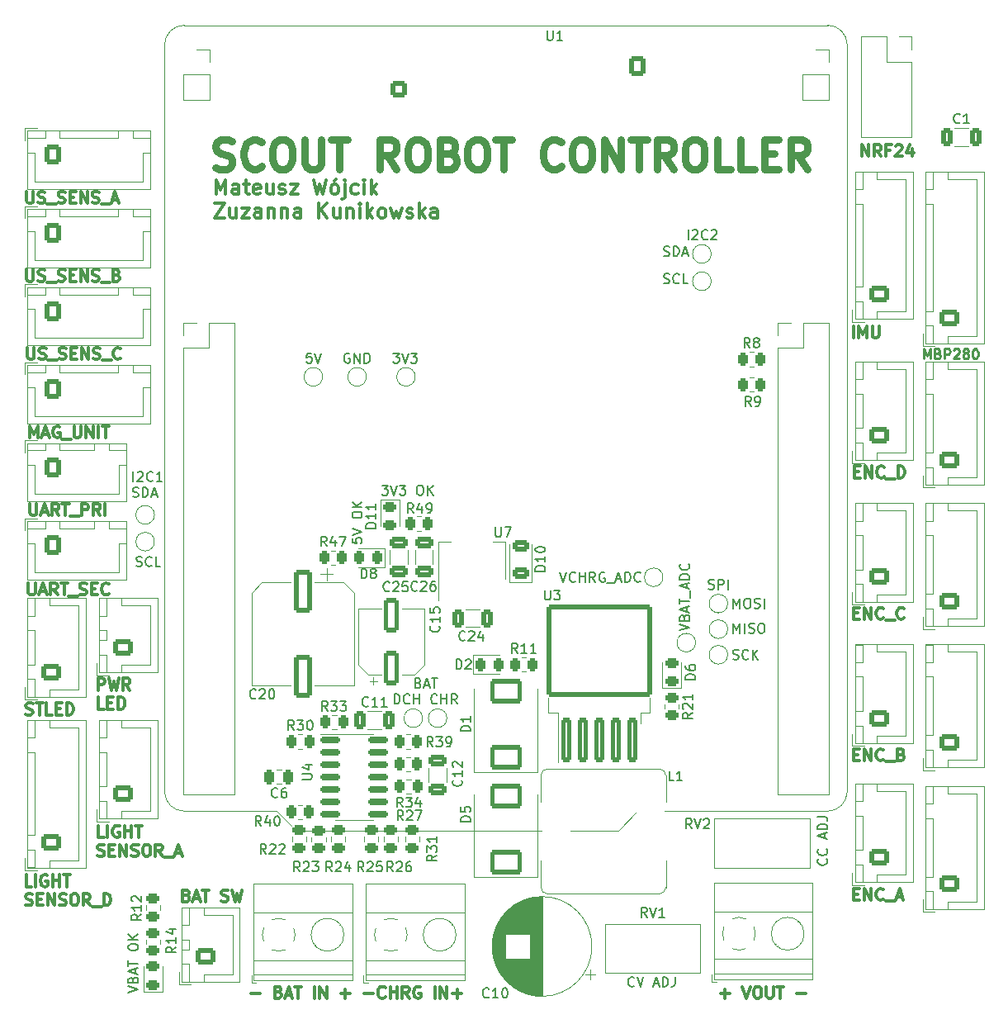
<source format=gbr>
%TF.GenerationSoftware,KiCad,Pcbnew,7.0.1*%
%TF.CreationDate,2023-04-06T21:06:24+02:00*%
%TF.ProjectId,Scout_Robot_Controller,53636f75-745f-4526-9f62-6f745f436f6e,rev?*%
%TF.SameCoordinates,Original*%
%TF.FileFunction,Legend,Top*%
%TF.FilePolarity,Positive*%
%FSLAX46Y46*%
G04 Gerber Fmt 4.6, Leading zero omitted, Abs format (unit mm)*
G04 Created by KiCad (PCBNEW 7.0.1) date 2023-04-06 21:06:24*
%MOMM*%
%LPD*%
G01*
G04 APERTURE LIST*
G04 Aperture macros list*
%AMRoundRect*
0 Rectangle with rounded corners*
0 $1 Rounding radius*
0 $2 $3 $4 $5 $6 $7 $8 $9 X,Y pos of 4 corners*
0 Add a 4 corners polygon primitive as box body*
4,1,4,$2,$3,$4,$5,$6,$7,$8,$9,$2,$3,0*
0 Add four circle primitives for the rounded corners*
1,1,$1+$1,$2,$3*
1,1,$1+$1,$4,$5*
1,1,$1+$1,$6,$7*
1,1,$1+$1,$8,$9*
0 Add four rect primitives between the rounded corners*
20,1,$1+$1,$2,$3,$4,$5,0*
20,1,$1+$1,$4,$5,$6,$7,0*
20,1,$1+$1,$6,$7,$8,$9,0*
20,1,$1+$1,$8,$9,$2,$3,0*%
G04 Aperture macros list end*
%ADD10C,0.300000*%
%ADD11C,0.150000*%
%ADD12C,0.750000*%
%ADD13C,0.250000*%
%ADD14C,0.375000*%
%ADD15C,0.120000*%
%ADD16RoundRect,0.250000X-0.262500X-0.450000X0.262500X-0.450000X0.262500X0.450000X-0.262500X0.450000X0*%
%ADD17RoundRect,0.250000X0.625000X-0.375000X0.625000X0.375000X-0.625000X0.375000X-0.625000X-0.375000X0*%
%ADD18RoundRect,0.250000X0.725000X-0.600000X0.725000X0.600000X-0.725000X0.600000X-0.725000X-0.600000X0*%
%ADD19O,1.950000X1.700000*%
%ADD20RoundRect,0.250000X-0.650000X0.325000X-0.650000X-0.325000X0.650000X-0.325000X0.650000X0.325000X0*%
%ADD21C,1.500000*%
%ADD22C,1.440000*%
%ADD23R,2.600000X2.600000*%
%ADD24C,2.600000*%
%ADD25RoundRect,0.250000X0.300000X-2.050000X0.300000X2.050000X-0.300000X2.050000X-0.300000X-2.050000X0*%
%ADD26RoundRect,0.250002X5.149998X-4.449998X5.149998X4.449998X-5.149998X4.449998X-5.149998X-4.449998X0*%
%ADD27RoundRect,0.250000X-0.325000X-0.650000X0.325000X-0.650000X0.325000X0.650000X-0.325000X0.650000X0*%
%ADD28RoundRect,0.243750X0.243750X0.456250X-0.243750X0.456250X-0.243750X-0.456250X0.243750X-0.456250X0*%
%ADD29RoundRect,0.250000X0.550000X-1.500000X0.550000X1.500000X-0.550000X1.500000X-0.550000X-1.500000X0*%
%ADD30R,1.500000X2.000000*%
%ADD31R,3.800000X2.000000*%
%ADD32C,0.800000*%
%ADD33C,6.400000*%
%ADD34RoundRect,0.250000X0.450000X-0.262500X0.450000X0.262500X-0.450000X0.262500X-0.450000X-0.262500X0*%
%ADD35RoundRect,0.243750X-0.243750X-0.456250X0.243750X-0.456250X0.243750X0.456250X-0.243750X0.456250X0*%
%ADD36RoundRect,0.250000X-0.600000X-0.725000X0.600000X-0.725000X0.600000X0.725000X-0.600000X0.725000X0*%
%ADD37O,1.700000X1.950000*%
%ADD38R,1.700000X1.700000*%
%ADD39O,1.700000X1.700000*%
%ADD40RoundRect,0.250000X-0.450000X0.262500X-0.450000X-0.262500X0.450000X-0.262500X0.450000X0.262500X0*%
%ADD41RoundRect,0.250000X0.262500X0.450000X-0.262500X0.450000X-0.262500X-0.450000X0.262500X-0.450000X0*%
%ADD42RoundRect,0.243750X0.456250X-0.243750X0.456250X0.243750X-0.456250X0.243750X-0.456250X-0.243750X0*%
%ADD43RoundRect,0.243750X-0.456250X0.243750X-0.456250X-0.243750X0.456250X-0.243750X0.456250X0.243750X0*%
%ADD44RoundRect,0.250000X1.400000X1.000000X-1.400000X1.000000X-1.400000X-1.000000X1.400000X-1.000000X0*%
%ADD45RoundRect,0.250000X0.325000X0.650000X-0.325000X0.650000X-0.325000X-0.650000X0.325000X-0.650000X0*%
%ADD46RoundRect,0.250000X-0.700000X1.950000X-0.700000X-1.950000X0.700000X-1.950000X0.700000X1.950000X0*%
%ADD47R,2.000000X2.000000*%
%ADD48C,2.000000*%
%ADD49RoundRect,0.250000X0.750000X-0.600000X0.750000X0.600000X-0.750000X0.600000X-0.750000X-0.600000X0*%
%ADD50O,2.000000X1.700000*%
%ADD51RoundRect,0.150000X-0.825000X-0.150000X0.825000X-0.150000X0.825000X0.150000X-0.825000X0.150000X0*%
%ADD52R,2.900000X5.400000*%
%ADD53RoundRect,0.250000X0.250000X0.475000X-0.250000X0.475000X-0.250000X-0.475000X0.250000X-0.475000X0*%
%ADD54RoundRect,0.250000X0.600000X-0.600000X0.600000X0.600000X-0.600000X0.600000X-0.600000X-0.600000X0*%
%ADD55C,1.700000*%
G04 APERTURE END LIST*
D10*
X192685714Y-124724571D02*
X193085714Y-124724571D01*
X193257142Y-125353142D02*
X192685714Y-125353142D01*
X192685714Y-125353142D02*
X192685714Y-124153142D01*
X192685714Y-124153142D02*
X193257142Y-124153142D01*
X193771428Y-125353142D02*
X193771428Y-124153142D01*
X193771428Y-124153142D02*
X194457142Y-125353142D01*
X194457142Y-125353142D02*
X194457142Y-124153142D01*
X195714285Y-125238857D02*
X195657142Y-125296000D01*
X195657142Y-125296000D02*
X195485714Y-125353142D01*
X195485714Y-125353142D02*
X195371428Y-125353142D01*
X195371428Y-125353142D02*
X195199999Y-125296000D01*
X195199999Y-125296000D02*
X195085714Y-125181714D01*
X195085714Y-125181714D02*
X195028571Y-125067428D01*
X195028571Y-125067428D02*
X194971428Y-124838857D01*
X194971428Y-124838857D02*
X194971428Y-124667428D01*
X194971428Y-124667428D02*
X195028571Y-124438857D01*
X195028571Y-124438857D02*
X195085714Y-124324571D01*
X195085714Y-124324571D02*
X195199999Y-124210285D01*
X195199999Y-124210285D02*
X195371428Y-124153142D01*
X195371428Y-124153142D02*
X195485714Y-124153142D01*
X195485714Y-124153142D02*
X195657142Y-124210285D01*
X195657142Y-124210285D02*
X195714285Y-124267428D01*
X195942857Y-125467428D02*
X196857142Y-125467428D01*
X197542857Y-124724571D02*
X197714285Y-124781714D01*
X197714285Y-124781714D02*
X197771428Y-124838857D01*
X197771428Y-124838857D02*
X197828571Y-124953142D01*
X197828571Y-124953142D02*
X197828571Y-125124571D01*
X197828571Y-125124571D02*
X197771428Y-125238857D01*
X197771428Y-125238857D02*
X197714285Y-125296000D01*
X197714285Y-125296000D02*
X197600000Y-125353142D01*
X197600000Y-125353142D02*
X197142857Y-125353142D01*
X197142857Y-125353142D02*
X197142857Y-124153142D01*
X197142857Y-124153142D02*
X197542857Y-124153142D01*
X197542857Y-124153142D02*
X197657143Y-124210285D01*
X197657143Y-124210285D02*
X197714285Y-124267428D01*
X197714285Y-124267428D02*
X197771428Y-124381714D01*
X197771428Y-124381714D02*
X197771428Y-124496000D01*
X197771428Y-124496000D02*
X197714285Y-124610285D01*
X197714285Y-124610285D02*
X197657143Y-124667428D01*
X197657143Y-124667428D02*
X197542857Y-124724571D01*
X197542857Y-124724571D02*
X197142857Y-124724571D01*
D11*
X137064285Y-83577619D02*
X136588095Y-83577619D01*
X136588095Y-83577619D02*
X136540476Y-84053809D01*
X136540476Y-84053809D02*
X136588095Y-84006190D01*
X136588095Y-84006190D02*
X136683333Y-83958571D01*
X136683333Y-83958571D02*
X136921428Y-83958571D01*
X136921428Y-83958571D02*
X137016666Y-84006190D01*
X137016666Y-84006190D02*
X137064285Y-84053809D01*
X137064285Y-84053809D02*
X137111904Y-84149047D01*
X137111904Y-84149047D02*
X137111904Y-84387142D01*
X137111904Y-84387142D02*
X137064285Y-84482380D01*
X137064285Y-84482380D02*
X137016666Y-84530000D01*
X137016666Y-84530000D02*
X136921428Y-84577619D01*
X136921428Y-84577619D02*
X136683333Y-84577619D01*
X136683333Y-84577619D02*
X136588095Y-84530000D01*
X136588095Y-84530000D02*
X136540476Y-84482380D01*
X137397619Y-83577619D02*
X137730952Y-84577619D01*
X137730952Y-84577619D02*
X138064285Y-83577619D01*
X174827619Y-112004761D02*
X175827619Y-111671428D01*
X175827619Y-111671428D02*
X174827619Y-111338095D01*
X175303809Y-110671428D02*
X175351428Y-110528571D01*
X175351428Y-110528571D02*
X175399047Y-110480952D01*
X175399047Y-110480952D02*
X175494285Y-110433333D01*
X175494285Y-110433333D02*
X175637142Y-110433333D01*
X175637142Y-110433333D02*
X175732380Y-110480952D01*
X175732380Y-110480952D02*
X175780000Y-110528571D01*
X175780000Y-110528571D02*
X175827619Y-110623809D01*
X175827619Y-110623809D02*
X175827619Y-111004761D01*
X175827619Y-111004761D02*
X174827619Y-111004761D01*
X174827619Y-111004761D02*
X174827619Y-110671428D01*
X174827619Y-110671428D02*
X174875238Y-110576190D01*
X174875238Y-110576190D02*
X174922857Y-110528571D01*
X174922857Y-110528571D02*
X175018095Y-110480952D01*
X175018095Y-110480952D02*
X175113333Y-110480952D01*
X175113333Y-110480952D02*
X175208571Y-110528571D01*
X175208571Y-110528571D02*
X175256190Y-110576190D01*
X175256190Y-110576190D02*
X175303809Y-110671428D01*
X175303809Y-110671428D02*
X175303809Y-111004761D01*
X175541904Y-110052380D02*
X175541904Y-109576190D01*
X175827619Y-110147618D02*
X174827619Y-109814285D01*
X174827619Y-109814285D02*
X175827619Y-109480952D01*
X174827619Y-109290475D02*
X174827619Y-108719047D01*
X175827619Y-109004761D02*
X174827619Y-109004761D01*
X175922857Y-108623809D02*
X175922857Y-107861904D01*
X175541904Y-107671427D02*
X175541904Y-107195237D01*
X175827619Y-107766665D02*
X174827619Y-107433332D01*
X174827619Y-107433332D02*
X175827619Y-107099999D01*
X175827619Y-106766665D02*
X174827619Y-106766665D01*
X174827619Y-106766665D02*
X174827619Y-106528570D01*
X174827619Y-106528570D02*
X174875238Y-106385713D01*
X174875238Y-106385713D02*
X174970476Y-106290475D01*
X174970476Y-106290475D02*
X175065714Y-106242856D01*
X175065714Y-106242856D02*
X175256190Y-106195237D01*
X175256190Y-106195237D02*
X175399047Y-106195237D01*
X175399047Y-106195237D02*
X175589523Y-106242856D01*
X175589523Y-106242856D02*
X175684761Y-106290475D01*
X175684761Y-106290475D02*
X175780000Y-106385713D01*
X175780000Y-106385713D02*
X175827619Y-106528570D01*
X175827619Y-106528570D02*
X175827619Y-106766665D01*
X175732380Y-105195237D02*
X175780000Y-105242856D01*
X175780000Y-105242856D02*
X175827619Y-105385713D01*
X175827619Y-105385713D02*
X175827619Y-105480951D01*
X175827619Y-105480951D02*
X175780000Y-105623808D01*
X175780000Y-105623808D02*
X175684761Y-105719046D01*
X175684761Y-105719046D02*
X175589523Y-105766665D01*
X175589523Y-105766665D02*
X175399047Y-105814284D01*
X175399047Y-105814284D02*
X175256190Y-105814284D01*
X175256190Y-105814284D02*
X175065714Y-105766665D01*
X175065714Y-105766665D02*
X174970476Y-105719046D01*
X174970476Y-105719046D02*
X174875238Y-105623808D01*
X174875238Y-105623808D02*
X174827619Y-105480951D01*
X174827619Y-105480951D02*
X174827619Y-105385713D01*
X174827619Y-105385713D02*
X174875238Y-105242856D01*
X174875238Y-105242856D02*
X174922857Y-105195237D01*
X141227619Y-102535714D02*
X141227619Y-103011904D01*
X141227619Y-103011904D02*
X141703809Y-103059523D01*
X141703809Y-103059523D02*
X141656190Y-103011904D01*
X141656190Y-103011904D02*
X141608571Y-102916666D01*
X141608571Y-102916666D02*
X141608571Y-102678571D01*
X141608571Y-102678571D02*
X141656190Y-102583333D01*
X141656190Y-102583333D02*
X141703809Y-102535714D01*
X141703809Y-102535714D02*
X141799047Y-102488095D01*
X141799047Y-102488095D02*
X142037142Y-102488095D01*
X142037142Y-102488095D02*
X142132380Y-102535714D01*
X142132380Y-102535714D02*
X142180000Y-102583333D01*
X142180000Y-102583333D02*
X142227619Y-102678571D01*
X142227619Y-102678571D02*
X142227619Y-102916666D01*
X142227619Y-102916666D02*
X142180000Y-103011904D01*
X142180000Y-103011904D02*
X142132380Y-103059523D01*
X141227619Y-102202380D02*
X142227619Y-101869047D01*
X142227619Y-101869047D02*
X141227619Y-101535714D01*
X141227619Y-100249999D02*
X141227619Y-100059523D01*
X141227619Y-100059523D02*
X141275238Y-99964285D01*
X141275238Y-99964285D02*
X141370476Y-99869047D01*
X141370476Y-99869047D02*
X141560952Y-99821428D01*
X141560952Y-99821428D02*
X141894285Y-99821428D01*
X141894285Y-99821428D02*
X142084761Y-99869047D01*
X142084761Y-99869047D02*
X142180000Y-99964285D01*
X142180000Y-99964285D02*
X142227619Y-100059523D01*
X142227619Y-100059523D02*
X142227619Y-100249999D01*
X142227619Y-100249999D02*
X142180000Y-100345237D01*
X142180000Y-100345237D02*
X142084761Y-100440475D01*
X142084761Y-100440475D02*
X141894285Y-100488094D01*
X141894285Y-100488094D02*
X141560952Y-100488094D01*
X141560952Y-100488094D02*
X141370476Y-100440475D01*
X141370476Y-100440475D02*
X141275238Y-100345237D01*
X141275238Y-100345237D02*
X141227619Y-100249999D01*
X142227619Y-99392856D02*
X141227619Y-99392856D01*
X142227619Y-98821428D02*
X141656190Y-99249999D01*
X141227619Y-98821428D02*
X141799047Y-99392856D01*
D10*
X108357142Y-138259142D02*
X107785714Y-138259142D01*
X107785714Y-138259142D02*
X107785714Y-137059142D01*
X108757143Y-138259142D02*
X108757143Y-137059142D01*
X109957143Y-137116285D02*
X109842858Y-137059142D01*
X109842858Y-137059142D02*
X109671429Y-137059142D01*
X109671429Y-137059142D02*
X109500000Y-137116285D01*
X109500000Y-137116285D02*
X109385715Y-137230571D01*
X109385715Y-137230571D02*
X109328572Y-137344857D01*
X109328572Y-137344857D02*
X109271429Y-137573428D01*
X109271429Y-137573428D02*
X109271429Y-137744857D01*
X109271429Y-137744857D02*
X109328572Y-137973428D01*
X109328572Y-137973428D02*
X109385715Y-138087714D01*
X109385715Y-138087714D02*
X109500000Y-138202000D01*
X109500000Y-138202000D02*
X109671429Y-138259142D01*
X109671429Y-138259142D02*
X109785715Y-138259142D01*
X109785715Y-138259142D02*
X109957143Y-138202000D01*
X109957143Y-138202000D02*
X110014286Y-138144857D01*
X110014286Y-138144857D02*
X110014286Y-137744857D01*
X110014286Y-137744857D02*
X109785715Y-137744857D01*
X110528572Y-138259142D02*
X110528572Y-137059142D01*
X110528572Y-137630571D02*
X111214286Y-137630571D01*
X111214286Y-138259142D02*
X111214286Y-137059142D01*
X111614286Y-137059142D02*
X112300001Y-137059142D01*
X111957143Y-138259142D02*
X111957143Y-137059142D01*
X107728571Y-140146000D02*
X107900000Y-140203142D01*
X107900000Y-140203142D02*
X108185714Y-140203142D01*
X108185714Y-140203142D02*
X108300000Y-140146000D01*
X108300000Y-140146000D02*
X108357142Y-140088857D01*
X108357142Y-140088857D02*
X108414285Y-139974571D01*
X108414285Y-139974571D02*
X108414285Y-139860285D01*
X108414285Y-139860285D02*
X108357142Y-139746000D01*
X108357142Y-139746000D02*
X108300000Y-139688857D01*
X108300000Y-139688857D02*
X108185714Y-139631714D01*
X108185714Y-139631714D02*
X107957142Y-139574571D01*
X107957142Y-139574571D02*
X107842857Y-139517428D01*
X107842857Y-139517428D02*
X107785714Y-139460285D01*
X107785714Y-139460285D02*
X107728571Y-139346000D01*
X107728571Y-139346000D02*
X107728571Y-139231714D01*
X107728571Y-139231714D02*
X107785714Y-139117428D01*
X107785714Y-139117428D02*
X107842857Y-139060285D01*
X107842857Y-139060285D02*
X107957142Y-139003142D01*
X107957142Y-139003142D02*
X108242857Y-139003142D01*
X108242857Y-139003142D02*
X108414285Y-139060285D01*
X108928571Y-139574571D02*
X109328571Y-139574571D01*
X109499999Y-140203142D02*
X108928571Y-140203142D01*
X108928571Y-140203142D02*
X108928571Y-139003142D01*
X108928571Y-139003142D02*
X109499999Y-139003142D01*
X110014285Y-140203142D02*
X110014285Y-139003142D01*
X110014285Y-139003142D02*
X110699999Y-140203142D01*
X110699999Y-140203142D02*
X110699999Y-139003142D01*
X111214285Y-140146000D02*
X111385714Y-140203142D01*
X111385714Y-140203142D02*
X111671428Y-140203142D01*
X111671428Y-140203142D02*
X111785714Y-140146000D01*
X111785714Y-140146000D02*
X111842856Y-140088857D01*
X111842856Y-140088857D02*
X111899999Y-139974571D01*
X111899999Y-139974571D02*
X111899999Y-139860285D01*
X111899999Y-139860285D02*
X111842856Y-139746000D01*
X111842856Y-139746000D02*
X111785714Y-139688857D01*
X111785714Y-139688857D02*
X111671428Y-139631714D01*
X111671428Y-139631714D02*
X111442856Y-139574571D01*
X111442856Y-139574571D02*
X111328571Y-139517428D01*
X111328571Y-139517428D02*
X111271428Y-139460285D01*
X111271428Y-139460285D02*
X111214285Y-139346000D01*
X111214285Y-139346000D02*
X111214285Y-139231714D01*
X111214285Y-139231714D02*
X111271428Y-139117428D01*
X111271428Y-139117428D02*
X111328571Y-139060285D01*
X111328571Y-139060285D02*
X111442856Y-139003142D01*
X111442856Y-139003142D02*
X111728571Y-139003142D01*
X111728571Y-139003142D02*
X111899999Y-139060285D01*
X112642856Y-139003142D02*
X112871428Y-139003142D01*
X112871428Y-139003142D02*
X112985713Y-139060285D01*
X112985713Y-139060285D02*
X113099999Y-139174571D01*
X113099999Y-139174571D02*
X113157142Y-139403142D01*
X113157142Y-139403142D02*
X113157142Y-139803142D01*
X113157142Y-139803142D02*
X113099999Y-140031714D01*
X113099999Y-140031714D02*
X112985713Y-140146000D01*
X112985713Y-140146000D02*
X112871428Y-140203142D01*
X112871428Y-140203142D02*
X112642856Y-140203142D01*
X112642856Y-140203142D02*
X112528571Y-140146000D01*
X112528571Y-140146000D02*
X112414285Y-140031714D01*
X112414285Y-140031714D02*
X112357142Y-139803142D01*
X112357142Y-139803142D02*
X112357142Y-139403142D01*
X112357142Y-139403142D02*
X112414285Y-139174571D01*
X112414285Y-139174571D02*
X112528571Y-139060285D01*
X112528571Y-139060285D02*
X112642856Y-139003142D01*
X114357142Y-140203142D02*
X113957142Y-139631714D01*
X113671428Y-140203142D02*
X113671428Y-139003142D01*
X113671428Y-139003142D02*
X114128571Y-139003142D01*
X114128571Y-139003142D02*
X114242856Y-139060285D01*
X114242856Y-139060285D02*
X114299999Y-139117428D01*
X114299999Y-139117428D02*
X114357142Y-139231714D01*
X114357142Y-139231714D02*
X114357142Y-139403142D01*
X114357142Y-139403142D02*
X114299999Y-139517428D01*
X114299999Y-139517428D02*
X114242856Y-139574571D01*
X114242856Y-139574571D02*
X114128571Y-139631714D01*
X114128571Y-139631714D02*
X113671428Y-139631714D01*
X114585714Y-140317428D02*
X115499999Y-140317428D01*
X115785714Y-140203142D02*
X115785714Y-139003142D01*
X115785714Y-139003142D02*
X116071428Y-139003142D01*
X116071428Y-139003142D02*
X116242857Y-139060285D01*
X116242857Y-139060285D02*
X116357142Y-139174571D01*
X116357142Y-139174571D02*
X116414285Y-139288857D01*
X116414285Y-139288857D02*
X116471428Y-139517428D01*
X116471428Y-139517428D02*
X116471428Y-139688857D01*
X116471428Y-139688857D02*
X116414285Y-139917428D01*
X116414285Y-139917428D02*
X116357142Y-140031714D01*
X116357142Y-140031714D02*
X116242857Y-140146000D01*
X116242857Y-140146000D02*
X116071428Y-140203142D01*
X116071428Y-140203142D02*
X115785714Y-140203142D01*
D11*
X173190476Y-76380000D02*
X173333333Y-76427619D01*
X173333333Y-76427619D02*
X173571428Y-76427619D01*
X173571428Y-76427619D02*
X173666666Y-76380000D01*
X173666666Y-76380000D02*
X173714285Y-76332380D01*
X173714285Y-76332380D02*
X173761904Y-76237142D01*
X173761904Y-76237142D02*
X173761904Y-76141904D01*
X173761904Y-76141904D02*
X173714285Y-76046666D01*
X173714285Y-76046666D02*
X173666666Y-75999047D01*
X173666666Y-75999047D02*
X173571428Y-75951428D01*
X173571428Y-75951428D02*
X173380952Y-75903809D01*
X173380952Y-75903809D02*
X173285714Y-75856190D01*
X173285714Y-75856190D02*
X173238095Y-75808571D01*
X173238095Y-75808571D02*
X173190476Y-75713333D01*
X173190476Y-75713333D02*
X173190476Y-75618095D01*
X173190476Y-75618095D02*
X173238095Y-75522857D01*
X173238095Y-75522857D02*
X173285714Y-75475238D01*
X173285714Y-75475238D02*
X173380952Y-75427619D01*
X173380952Y-75427619D02*
X173619047Y-75427619D01*
X173619047Y-75427619D02*
X173761904Y-75475238D01*
X174761904Y-76332380D02*
X174714285Y-76380000D01*
X174714285Y-76380000D02*
X174571428Y-76427619D01*
X174571428Y-76427619D02*
X174476190Y-76427619D01*
X174476190Y-76427619D02*
X174333333Y-76380000D01*
X174333333Y-76380000D02*
X174238095Y-76284761D01*
X174238095Y-76284761D02*
X174190476Y-76189523D01*
X174190476Y-76189523D02*
X174142857Y-75999047D01*
X174142857Y-75999047D02*
X174142857Y-75856190D01*
X174142857Y-75856190D02*
X174190476Y-75665714D01*
X174190476Y-75665714D02*
X174238095Y-75570476D01*
X174238095Y-75570476D02*
X174333333Y-75475238D01*
X174333333Y-75475238D02*
X174476190Y-75427619D01*
X174476190Y-75427619D02*
X174571428Y-75427619D01*
X174571428Y-75427619D02*
X174714285Y-75475238D01*
X174714285Y-75475238D02*
X174761904Y-75522857D01*
X175666666Y-76427619D02*
X175190476Y-76427619D01*
X175190476Y-76427619D02*
X175190476Y-75427619D01*
D10*
X192685714Y-110224571D02*
X193085714Y-110224571D01*
X193257142Y-110853142D02*
X192685714Y-110853142D01*
X192685714Y-110853142D02*
X192685714Y-109653142D01*
X192685714Y-109653142D02*
X193257142Y-109653142D01*
X193771428Y-110853142D02*
X193771428Y-109653142D01*
X193771428Y-109653142D02*
X194457142Y-110853142D01*
X194457142Y-110853142D02*
X194457142Y-109653142D01*
X195714285Y-110738857D02*
X195657142Y-110796000D01*
X195657142Y-110796000D02*
X195485714Y-110853142D01*
X195485714Y-110853142D02*
X195371428Y-110853142D01*
X195371428Y-110853142D02*
X195199999Y-110796000D01*
X195199999Y-110796000D02*
X195085714Y-110681714D01*
X195085714Y-110681714D02*
X195028571Y-110567428D01*
X195028571Y-110567428D02*
X194971428Y-110338857D01*
X194971428Y-110338857D02*
X194971428Y-110167428D01*
X194971428Y-110167428D02*
X195028571Y-109938857D01*
X195028571Y-109938857D02*
X195085714Y-109824571D01*
X195085714Y-109824571D02*
X195199999Y-109710285D01*
X195199999Y-109710285D02*
X195371428Y-109653142D01*
X195371428Y-109653142D02*
X195485714Y-109653142D01*
X195485714Y-109653142D02*
X195657142Y-109710285D01*
X195657142Y-109710285D02*
X195714285Y-109767428D01*
X195942857Y-110967428D02*
X196857142Y-110967428D01*
X197828571Y-110738857D02*
X197771428Y-110796000D01*
X197771428Y-110796000D02*
X197600000Y-110853142D01*
X197600000Y-110853142D02*
X197485714Y-110853142D01*
X197485714Y-110853142D02*
X197314285Y-110796000D01*
X197314285Y-110796000D02*
X197200000Y-110681714D01*
X197200000Y-110681714D02*
X197142857Y-110567428D01*
X197142857Y-110567428D02*
X197085714Y-110338857D01*
X197085714Y-110338857D02*
X197085714Y-110167428D01*
X197085714Y-110167428D02*
X197142857Y-109938857D01*
X197142857Y-109938857D02*
X197200000Y-109824571D01*
X197200000Y-109824571D02*
X197314285Y-109710285D01*
X197314285Y-109710285D02*
X197485714Y-109653142D01*
X197485714Y-109653142D02*
X197600000Y-109653142D01*
X197600000Y-109653142D02*
X197771428Y-109710285D01*
X197771428Y-109710285D02*
X197828571Y-109767428D01*
X192735714Y-95724571D02*
X193135714Y-95724571D01*
X193307142Y-96353142D02*
X192735714Y-96353142D01*
X192735714Y-96353142D02*
X192735714Y-95153142D01*
X192735714Y-95153142D02*
X193307142Y-95153142D01*
X193821428Y-96353142D02*
X193821428Y-95153142D01*
X193821428Y-95153142D02*
X194507142Y-96353142D01*
X194507142Y-96353142D02*
X194507142Y-95153142D01*
X195764285Y-96238857D02*
X195707142Y-96296000D01*
X195707142Y-96296000D02*
X195535714Y-96353142D01*
X195535714Y-96353142D02*
X195421428Y-96353142D01*
X195421428Y-96353142D02*
X195249999Y-96296000D01*
X195249999Y-96296000D02*
X195135714Y-96181714D01*
X195135714Y-96181714D02*
X195078571Y-96067428D01*
X195078571Y-96067428D02*
X195021428Y-95838857D01*
X195021428Y-95838857D02*
X195021428Y-95667428D01*
X195021428Y-95667428D02*
X195078571Y-95438857D01*
X195078571Y-95438857D02*
X195135714Y-95324571D01*
X195135714Y-95324571D02*
X195249999Y-95210285D01*
X195249999Y-95210285D02*
X195421428Y-95153142D01*
X195421428Y-95153142D02*
X195535714Y-95153142D01*
X195535714Y-95153142D02*
X195707142Y-95210285D01*
X195707142Y-95210285D02*
X195764285Y-95267428D01*
X195992857Y-96467428D02*
X196907142Y-96467428D01*
X197192857Y-96353142D02*
X197192857Y-95153142D01*
X197192857Y-95153142D02*
X197478571Y-95153142D01*
X197478571Y-95153142D02*
X197650000Y-95210285D01*
X197650000Y-95210285D02*
X197764285Y-95324571D01*
X197764285Y-95324571D02*
X197821428Y-95438857D01*
X197821428Y-95438857D02*
X197878571Y-95667428D01*
X197878571Y-95667428D02*
X197878571Y-95838857D01*
X197878571Y-95838857D02*
X197821428Y-96067428D01*
X197821428Y-96067428D02*
X197764285Y-96181714D01*
X197764285Y-96181714D02*
X197650000Y-96296000D01*
X197650000Y-96296000D02*
X197478571Y-96353142D01*
X197478571Y-96353142D02*
X197192857Y-96353142D01*
D11*
X180338095Y-112277619D02*
X180338095Y-111277619D01*
X180338095Y-111277619D02*
X180671428Y-111991904D01*
X180671428Y-111991904D02*
X181004761Y-111277619D01*
X181004761Y-111277619D02*
X181004761Y-112277619D01*
X181480952Y-112277619D02*
X181480952Y-111277619D01*
X181909523Y-112230000D02*
X182052380Y-112277619D01*
X182052380Y-112277619D02*
X182290475Y-112277619D01*
X182290475Y-112277619D02*
X182385713Y-112230000D01*
X182385713Y-112230000D02*
X182433332Y-112182380D01*
X182433332Y-112182380D02*
X182480951Y-112087142D01*
X182480951Y-112087142D02*
X182480951Y-111991904D01*
X182480951Y-111991904D02*
X182433332Y-111896666D01*
X182433332Y-111896666D02*
X182385713Y-111849047D01*
X182385713Y-111849047D02*
X182290475Y-111801428D01*
X182290475Y-111801428D02*
X182099999Y-111753809D01*
X182099999Y-111753809D02*
X182004761Y-111706190D01*
X182004761Y-111706190D02*
X181957142Y-111658571D01*
X181957142Y-111658571D02*
X181909523Y-111563333D01*
X181909523Y-111563333D02*
X181909523Y-111468095D01*
X181909523Y-111468095D02*
X181957142Y-111372857D01*
X181957142Y-111372857D02*
X182004761Y-111325238D01*
X182004761Y-111325238D02*
X182099999Y-111277619D01*
X182099999Y-111277619D02*
X182338094Y-111277619D01*
X182338094Y-111277619D02*
X182480951Y-111325238D01*
X183099999Y-111277619D02*
X183290475Y-111277619D01*
X183290475Y-111277619D02*
X183385713Y-111325238D01*
X183385713Y-111325238D02*
X183480951Y-111420476D01*
X183480951Y-111420476D02*
X183528570Y-111610952D01*
X183528570Y-111610952D02*
X183528570Y-111944285D01*
X183528570Y-111944285D02*
X183480951Y-112134761D01*
X183480951Y-112134761D02*
X183385713Y-112230000D01*
X183385713Y-112230000D02*
X183290475Y-112277619D01*
X183290475Y-112277619D02*
X183099999Y-112277619D01*
X183099999Y-112277619D02*
X183004761Y-112230000D01*
X183004761Y-112230000D02*
X182909523Y-112134761D01*
X182909523Y-112134761D02*
X182861904Y-111944285D01*
X182861904Y-111944285D02*
X182861904Y-111610952D01*
X182861904Y-111610952D02*
X182909523Y-111420476D01*
X182909523Y-111420476D02*
X183004761Y-111325238D01*
X183004761Y-111325238D02*
X183099999Y-111277619D01*
X170159523Y-148432380D02*
X170111904Y-148480000D01*
X170111904Y-148480000D02*
X169969047Y-148527619D01*
X169969047Y-148527619D02*
X169873809Y-148527619D01*
X169873809Y-148527619D02*
X169730952Y-148480000D01*
X169730952Y-148480000D02*
X169635714Y-148384761D01*
X169635714Y-148384761D02*
X169588095Y-148289523D01*
X169588095Y-148289523D02*
X169540476Y-148099047D01*
X169540476Y-148099047D02*
X169540476Y-147956190D01*
X169540476Y-147956190D02*
X169588095Y-147765714D01*
X169588095Y-147765714D02*
X169635714Y-147670476D01*
X169635714Y-147670476D02*
X169730952Y-147575238D01*
X169730952Y-147575238D02*
X169873809Y-147527619D01*
X169873809Y-147527619D02*
X169969047Y-147527619D01*
X169969047Y-147527619D02*
X170111904Y-147575238D01*
X170111904Y-147575238D02*
X170159523Y-147622857D01*
X170445238Y-147527619D02*
X170778571Y-148527619D01*
X170778571Y-148527619D02*
X171111904Y-147527619D01*
X172159524Y-148241904D02*
X172635714Y-148241904D01*
X172064286Y-148527619D02*
X172397619Y-147527619D01*
X172397619Y-147527619D02*
X172730952Y-148527619D01*
X173064286Y-148527619D02*
X173064286Y-147527619D01*
X173064286Y-147527619D02*
X173302381Y-147527619D01*
X173302381Y-147527619D02*
X173445238Y-147575238D01*
X173445238Y-147575238D02*
X173540476Y-147670476D01*
X173540476Y-147670476D02*
X173588095Y-147765714D01*
X173588095Y-147765714D02*
X173635714Y-147956190D01*
X173635714Y-147956190D02*
X173635714Y-148099047D01*
X173635714Y-148099047D02*
X173588095Y-148289523D01*
X173588095Y-148289523D02*
X173540476Y-148384761D01*
X173540476Y-148384761D02*
X173445238Y-148480000D01*
X173445238Y-148480000D02*
X173302381Y-148527619D01*
X173302381Y-148527619D02*
X173064286Y-148527619D01*
X174350000Y-147527619D02*
X174350000Y-148241904D01*
X174350000Y-148241904D02*
X174302381Y-148384761D01*
X174302381Y-148384761D02*
X174207143Y-148480000D01*
X174207143Y-148480000D02*
X174064286Y-148527619D01*
X174064286Y-148527619D02*
X173969048Y-148527619D01*
D10*
X107778571Y-120596000D02*
X107950000Y-120653142D01*
X107950000Y-120653142D02*
X108235714Y-120653142D01*
X108235714Y-120653142D02*
X108350000Y-120596000D01*
X108350000Y-120596000D02*
X108407142Y-120538857D01*
X108407142Y-120538857D02*
X108464285Y-120424571D01*
X108464285Y-120424571D02*
X108464285Y-120310285D01*
X108464285Y-120310285D02*
X108407142Y-120196000D01*
X108407142Y-120196000D02*
X108350000Y-120138857D01*
X108350000Y-120138857D02*
X108235714Y-120081714D01*
X108235714Y-120081714D02*
X108007142Y-120024571D01*
X108007142Y-120024571D02*
X107892857Y-119967428D01*
X107892857Y-119967428D02*
X107835714Y-119910285D01*
X107835714Y-119910285D02*
X107778571Y-119796000D01*
X107778571Y-119796000D02*
X107778571Y-119681714D01*
X107778571Y-119681714D02*
X107835714Y-119567428D01*
X107835714Y-119567428D02*
X107892857Y-119510285D01*
X107892857Y-119510285D02*
X108007142Y-119453142D01*
X108007142Y-119453142D02*
X108292857Y-119453142D01*
X108292857Y-119453142D02*
X108464285Y-119510285D01*
X108807142Y-119453142D02*
X109492857Y-119453142D01*
X109149999Y-120653142D02*
X109149999Y-119453142D01*
X110464285Y-120653142D02*
X109892857Y-120653142D01*
X109892857Y-120653142D02*
X109892857Y-119453142D01*
X110864286Y-120024571D02*
X111264286Y-120024571D01*
X111435714Y-120653142D02*
X110864286Y-120653142D01*
X110864286Y-120653142D02*
X110864286Y-119453142D01*
X110864286Y-119453142D02*
X111435714Y-119453142D01*
X111950000Y-120653142D02*
X111950000Y-119453142D01*
X111950000Y-119453142D02*
X112235714Y-119453142D01*
X112235714Y-119453142D02*
X112407143Y-119510285D01*
X112407143Y-119510285D02*
X112521428Y-119624571D01*
X112521428Y-119624571D02*
X112578571Y-119738857D01*
X112578571Y-119738857D02*
X112635714Y-119967428D01*
X112635714Y-119967428D02*
X112635714Y-120138857D01*
X112635714Y-120138857D02*
X112578571Y-120367428D01*
X112578571Y-120367428D02*
X112521428Y-120481714D01*
X112521428Y-120481714D02*
X112407143Y-120596000D01*
X112407143Y-120596000D02*
X112235714Y-120653142D01*
X112235714Y-120653142D02*
X111950000Y-120653142D01*
X107935714Y-83003142D02*
X107935714Y-83974571D01*
X107935714Y-83974571D02*
X107992857Y-84088857D01*
X107992857Y-84088857D02*
X108050000Y-84146000D01*
X108050000Y-84146000D02*
X108164285Y-84203142D01*
X108164285Y-84203142D02*
X108392857Y-84203142D01*
X108392857Y-84203142D02*
X108507142Y-84146000D01*
X108507142Y-84146000D02*
X108564285Y-84088857D01*
X108564285Y-84088857D02*
X108621428Y-83974571D01*
X108621428Y-83974571D02*
X108621428Y-83003142D01*
X109135714Y-84146000D02*
X109307143Y-84203142D01*
X109307143Y-84203142D02*
X109592857Y-84203142D01*
X109592857Y-84203142D02*
X109707143Y-84146000D01*
X109707143Y-84146000D02*
X109764285Y-84088857D01*
X109764285Y-84088857D02*
X109821428Y-83974571D01*
X109821428Y-83974571D02*
X109821428Y-83860285D01*
X109821428Y-83860285D02*
X109764285Y-83746000D01*
X109764285Y-83746000D02*
X109707143Y-83688857D01*
X109707143Y-83688857D02*
X109592857Y-83631714D01*
X109592857Y-83631714D02*
X109364285Y-83574571D01*
X109364285Y-83574571D02*
X109250000Y-83517428D01*
X109250000Y-83517428D02*
X109192857Y-83460285D01*
X109192857Y-83460285D02*
X109135714Y-83346000D01*
X109135714Y-83346000D02*
X109135714Y-83231714D01*
X109135714Y-83231714D02*
X109192857Y-83117428D01*
X109192857Y-83117428D02*
X109250000Y-83060285D01*
X109250000Y-83060285D02*
X109364285Y-83003142D01*
X109364285Y-83003142D02*
X109650000Y-83003142D01*
X109650000Y-83003142D02*
X109821428Y-83060285D01*
X110050000Y-84317428D02*
X110964285Y-84317428D01*
X111192857Y-84146000D02*
X111364286Y-84203142D01*
X111364286Y-84203142D02*
X111650000Y-84203142D01*
X111650000Y-84203142D02*
X111764286Y-84146000D01*
X111764286Y-84146000D02*
X111821428Y-84088857D01*
X111821428Y-84088857D02*
X111878571Y-83974571D01*
X111878571Y-83974571D02*
X111878571Y-83860285D01*
X111878571Y-83860285D02*
X111821428Y-83746000D01*
X111821428Y-83746000D02*
X111764286Y-83688857D01*
X111764286Y-83688857D02*
X111650000Y-83631714D01*
X111650000Y-83631714D02*
X111421428Y-83574571D01*
X111421428Y-83574571D02*
X111307143Y-83517428D01*
X111307143Y-83517428D02*
X111250000Y-83460285D01*
X111250000Y-83460285D02*
X111192857Y-83346000D01*
X111192857Y-83346000D02*
X111192857Y-83231714D01*
X111192857Y-83231714D02*
X111250000Y-83117428D01*
X111250000Y-83117428D02*
X111307143Y-83060285D01*
X111307143Y-83060285D02*
X111421428Y-83003142D01*
X111421428Y-83003142D02*
X111707143Y-83003142D01*
X111707143Y-83003142D02*
X111878571Y-83060285D01*
X112392857Y-83574571D02*
X112792857Y-83574571D01*
X112964285Y-84203142D02*
X112392857Y-84203142D01*
X112392857Y-84203142D02*
X112392857Y-83003142D01*
X112392857Y-83003142D02*
X112964285Y-83003142D01*
X113478571Y-84203142D02*
X113478571Y-83003142D01*
X113478571Y-83003142D02*
X114164285Y-84203142D01*
X114164285Y-84203142D02*
X114164285Y-83003142D01*
X114678571Y-84146000D02*
X114850000Y-84203142D01*
X114850000Y-84203142D02*
X115135714Y-84203142D01*
X115135714Y-84203142D02*
X115250000Y-84146000D01*
X115250000Y-84146000D02*
X115307142Y-84088857D01*
X115307142Y-84088857D02*
X115364285Y-83974571D01*
X115364285Y-83974571D02*
X115364285Y-83860285D01*
X115364285Y-83860285D02*
X115307142Y-83746000D01*
X115307142Y-83746000D02*
X115250000Y-83688857D01*
X115250000Y-83688857D02*
X115135714Y-83631714D01*
X115135714Y-83631714D02*
X114907142Y-83574571D01*
X114907142Y-83574571D02*
X114792857Y-83517428D01*
X114792857Y-83517428D02*
X114735714Y-83460285D01*
X114735714Y-83460285D02*
X114678571Y-83346000D01*
X114678571Y-83346000D02*
X114678571Y-83231714D01*
X114678571Y-83231714D02*
X114735714Y-83117428D01*
X114735714Y-83117428D02*
X114792857Y-83060285D01*
X114792857Y-83060285D02*
X114907142Y-83003142D01*
X114907142Y-83003142D02*
X115192857Y-83003142D01*
X115192857Y-83003142D02*
X115364285Y-83060285D01*
X115592857Y-84317428D02*
X116507142Y-84317428D01*
X117478571Y-84088857D02*
X117421428Y-84146000D01*
X117421428Y-84146000D02*
X117250000Y-84203142D01*
X117250000Y-84203142D02*
X117135714Y-84203142D01*
X117135714Y-84203142D02*
X116964285Y-84146000D01*
X116964285Y-84146000D02*
X116850000Y-84031714D01*
X116850000Y-84031714D02*
X116792857Y-83917428D01*
X116792857Y-83917428D02*
X116735714Y-83688857D01*
X116735714Y-83688857D02*
X116735714Y-83517428D01*
X116735714Y-83517428D02*
X116792857Y-83288857D01*
X116792857Y-83288857D02*
X116850000Y-83174571D01*
X116850000Y-83174571D02*
X116964285Y-83060285D01*
X116964285Y-83060285D02*
X117135714Y-83003142D01*
X117135714Y-83003142D02*
X117250000Y-83003142D01*
X117250000Y-83003142D02*
X117421428Y-83060285D01*
X117421428Y-83060285D02*
X117478571Y-83117428D01*
D11*
X162545238Y-106027619D02*
X162878571Y-107027619D01*
X162878571Y-107027619D02*
X163211904Y-106027619D01*
X164116666Y-106932380D02*
X164069047Y-106980000D01*
X164069047Y-106980000D02*
X163926190Y-107027619D01*
X163926190Y-107027619D02*
X163830952Y-107027619D01*
X163830952Y-107027619D02*
X163688095Y-106980000D01*
X163688095Y-106980000D02*
X163592857Y-106884761D01*
X163592857Y-106884761D02*
X163545238Y-106789523D01*
X163545238Y-106789523D02*
X163497619Y-106599047D01*
X163497619Y-106599047D02*
X163497619Y-106456190D01*
X163497619Y-106456190D02*
X163545238Y-106265714D01*
X163545238Y-106265714D02*
X163592857Y-106170476D01*
X163592857Y-106170476D02*
X163688095Y-106075238D01*
X163688095Y-106075238D02*
X163830952Y-106027619D01*
X163830952Y-106027619D02*
X163926190Y-106027619D01*
X163926190Y-106027619D02*
X164069047Y-106075238D01*
X164069047Y-106075238D02*
X164116666Y-106122857D01*
X164545238Y-107027619D02*
X164545238Y-106027619D01*
X164545238Y-106503809D02*
X165116666Y-106503809D01*
X165116666Y-107027619D02*
X165116666Y-106027619D01*
X166164285Y-107027619D02*
X165830952Y-106551428D01*
X165592857Y-107027619D02*
X165592857Y-106027619D01*
X165592857Y-106027619D02*
X165973809Y-106027619D01*
X165973809Y-106027619D02*
X166069047Y-106075238D01*
X166069047Y-106075238D02*
X166116666Y-106122857D01*
X166116666Y-106122857D02*
X166164285Y-106218095D01*
X166164285Y-106218095D02*
X166164285Y-106360952D01*
X166164285Y-106360952D02*
X166116666Y-106456190D01*
X166116666Y-106456190D02*
X166069047Y-106503809D01*
X166069047Y-106503809D02*
X165973809Y-106551428D01*
X165973809Y-106551428D02*
X165592857Y-106551428D01*
X167116666Y-106075238D02*
X167021428Y-106027619D01*
X167021428Y-106027619D02*
X166878571Y-106027619D01*
X166878571Y-106027619D02*
X166735714Y-106075238D01*
X166735714Y-106075238D02*
X166640476Y-106170476D01*
X166640476Y-106170476D02*
X166592857Y-106265714D01*
X166592857Y-106265714D02*
X166545238Y-106456190D01*
X166545238Y-106456190D02*
X166545238Y-106599047D01*
X166545238Y-106599047D02*
X166592857Y-106789523D01*
X166592857Y-106789523D02*
X166640476Y-106884761D01*
X166640476Y-106884761D02*
X166735714Y-106980000D01*
X166735714Y-106980000D02*
X166878571Y-107027619D01*
X166878571Y-107027619D02*
X166973809Y-107027619D01*
X166973809Y-107027619D02*
X167116666Y-106980000D01*
X167116666Y-106980000D02*
X167164285Y-106932380D01*
X167164285Y-106932380D02*
X167164285Y-106599047D01*
X167164285Y-106599047D02*
X166973809Y-106599047D01*
X167354762Y-107122857D02*
X168116666Y-107122857D01*
X168307143Y-106741904D02*
X168783333Y-106741904D01*
X168211905Y-107027619D02*
X168545238Y-106027619D01*
X168545238Y-106027619D02*
X168878571Y-107027619D01*
X169211905Y-107027619D02*
X169211905Y-106027619D01*
X169211905Y-106027619D02*
X169450000Y-106027619D01*
X169450000Y-106027619D02*
X169592857Y-106075238D01*
X169592857Y-106075238D02*
X169688095Y-106170476D01*
X169688095Y-106170476D02*
X169735714Y-106265714D01*
X169735714Y-106265714D02*
X169783333Y-106456190D01*
X169783333Y-106456190D02*
X169783333Y-106599047D01*
X169783333Y-106599047D02*
X169735714Y-106789523D01*
X169735714Y-106789523D02*
X169688095Y-106884761D01*
X169688095Y-106884761D02*
X169592857Y-106980000D01*
X169592857Y-106980000D02*
X169450000Y-107027619D01*
X169450000Y-107027619D02*
X169211905Y-107027619D01*
X170783333Y-106932380D02*
X170735714Y-106980000D01*
X170735714Y-106980000D02*
X170592857Y-107027619D01*
X170592857Y-107027619D02*
X170497619Y-107027619D01*
X170497619Y-107027619D02*
X170354762Y-106980000D01*
X170354762Y-106980000D02*
X170259524Y-106884761D01*
X170259524Y-106884761D02*
X170211905Y-106789523D01*
X170211905Y-106789523D02*
X170164286Y-106599047D01*
X170164286Y-106599047D02*
X170164286Y-106456190D01*
X170164286Y-106456190D02*
X170211905Y-106265714D01*
X170211905Y-106265714D02*
X170259524Y-106170476D01*
X170259524Y-106170476D02*
X170354762Y-106075238D01*
X170354762Y-106075238D02*
X170497619Y-106027619D01*
X170497619Y-106027619D02*
X170592857Y-106027619D01*
X170592857Y-106027619D02*
X170735714Y-106075238D01*
X170735714Y-106075238D02*
X170783333Y-106122857D01*
D10*
X179035714Y-149246000D02*
X179950000Y-149246000D01*
X179492857Y-149703142D02*
X179492857Y-148788857D01*
X181264285Y-148503142D02*
X181664285Y-149703142D01*
X181664285Y-149703142D02*
X182064285Y-148503142D01*
X182692856Y-148503142D02*
X182921428Y-148503142D01*
X182921428Y-148503142D02*
X183035713Y-148560285D01*
X183035713Y-148560285D02*
X183149999Y-148674571D01*
X183149999Y-148674571D02*
X183207142Y-148903142D01*
X183207142Y-148903142D02*
X183207142Y-149303142D01*
X183207142Y-149303142D02*
X183149999Y-149531714D01*
X183149999Y-149531714D02*
X183035713Y-149646000D01*
X183035713Y-149646000D02*
X182921428Y-149703142D01*
X182921428Y-149703142D02*
X182692856Y-149703142D01*
X182692856Y-149703142D02*
X182578571Y-149646000D01*
X182578571Y-149646000D02*
X182464285Y-149531714D01*
X182464285Y-149531714D02*
X182407142Y-149303142D01*
X182407142Y-149303142D02*
X182407142Y-148903142D01*
X182407142Y-148903142D02*
X182464285Y-148674571D01*
X182464285Y-148674571D02*
X182578571Y-148560285D01*
X182578571Y-148560285D02*
X182692856Y-148503142D01*
X183721428Y-148503142D02*
X183721428Y-149474571D01*
X183721428Y-149474571D02*
X183778571Y-149588857D01*
X183778571Y-149588857D02*
X183835714Y-149646000D01*
X183835714Y-149646000D02*
X183949999Y-149703142D01*
X183949999Y-149703142D02*
X184178571Y-149703142D01*
X184178571Y-149703142D02*
X184292856Y-149646000D01*
X184292856Y-149646000D02*
X184349999Y-149588857D01*
X184349999Y-149588857D02*
X184407142Y-149474571D01*
X184407142Y-149474571D02*
X184407142Y-148503142D01*
X184807142Y-148503142D02*
X185492857Y-148503142D01*
X185149999Y-149703142D02*
X185149999Y-148503142D01*
X186807143Y-149246000D02*
X187721429Y-149246000D01*
D11*
X145442857Y-83577619D02*
X146061904Y-83577619D01*
X146061904Y-83577619D02*
X145728571Y-83958571D01*
X145728571Y-83958571D02*
X145871428Y-83958571D01*
X145871428Y-83958571D02*
X145966666Y-84006190D01*
X145966666Y-84006190D02*
X146014285Y-84053809D01*
X146014285Y-84053809D02*
X146061904Y-84149047D01*
X146061904Y-84149047D02*
X146061904Y-84387142D01*
X146061904Y-84387142D02*
X146014285Y-84482380D01*
X146014285Y-84482380D02*
X145966666Y-84530000D01*
X145966666Y-84530000D02*
X145871428Y-84577619D01*
X145871428Y-84577619D02*
X145585714Y-84577619D01*
X145585714Y-84577619D02*
X145490476Y-84530000D01*
X145490476Y-84530000D02*
X145442857Y-84482380D01*
X146347619Y-83577619D02*
X146680952Y-84577619D01*
X146680952Y-84577619D02*
X147014285Y-83577619D01*
X147252381Y-83577619D02*
X147871428Y-83577619D01*
X147871428Y-83577619D02*
X147538095Y-83958571D01*
X147538095Y-83958571D02*
X147680952Y-83958571D01*
X147680952Y-83958571D02*
X147776190Y-84006190D01*
X147776190Y-84006190D02*
X147823809Y-84053809D01*
X147823809Y-84053809D02*
X147871428Y-84149047D01*
X147871428Y-84149047D02*
X147871428Y-84387142D01*
X147871428Y-84387142D02*
X147823809Y-84482380D01*
X147823809Y-84482380D02*
X147776190Y-84530000D01*
X147776190Y-84530000D02*
X147680952Y-84577619D01*
X147680952Y-84577619D02*
X147395238Y-84577619D01*
X147395238Y-84577619D02*
X147300000Y-84530000D01*
X147300000Y-84530000D02*
X147252381Y-84482380D01*
D10*
X108035714Y-107153142D02*
X108035714Y-108124571D01*
X108035714Y-108124571D02*
X108092857Y-108238857D01*
X108092857Y-108238857D02*
X108150000Y-108296000D01*
X108150000Y-108296000D02*
X108264285Y-108353142D01*
X108264285Y-108353142D02*
X108492857Y-108353142D01*
X108492857Y-108353142D02*
X108607142Y-108296000D01*
X108607142Y-108296000D02*
X108664285Y-108238857D01*
X108664285Y-108238857D02*
X108721428Y-108124571D01*
X108721428Y-108124571D02*
X108721428Y-107153142D01*
X109235714Y-108010285D02*
X109807143Y-108010285D01*
X109121428Y-108353142D02*
X109521428Y-107153142D01*
X109521428Y-107153142D02*
X109921428Y-108353142D01*
X111007142Y-108353142D02*
X110607142Y-107781714D01*
X110321428Y-108353142D02*
X110321428Y-107153142D01*
X110321428Y-107153142D02*
X110778571Y-107153142D01*
X110778571Y-107153142D02*
X110892856Y-107210285D01*
X110892856Y-107210285D02*
X110949999Y-107267428D01*
X110949999Y-107267428D02*
X111007142Y-107381714D01*
X111007142Y-107381714D02*
X111007142Y-107553142D01*
X111007142Y-107553142D02*
X110949999Y-107667428D01*
X110949999Y-107667428D02*
X110892856Y-107724571D01*
X110892856Y-107724571D02*
X110778571Y-107781714D01*
X110778571Y-107781714D02*
X110321428Y-107781714D01*
X111349999Y-107153142D02*
X112035714Y-107153142D01*
X111692856Y-108353142D02*
X111692856Y-107153142D01*
X112150000Y-108467428D02*
X113064285Y-108467428D01*
X113292857Y-108296000D02*
X113464286Y-108353142D01*
X113464286Y-108353142D02*
X113750000Y-108353142D01*
X113750000Y-108353142D02*
X113864286Y-108296000D01*
X113864286Y-108296000D02*
X113921428Y-108238857D01*
X113921428Y-108238857D02*
X113978571Y-108124571D01*
X113978571Y-108124571D02*
X113978571Y-108010285D01*
X113978571Y-108010285D02*
X113921428Y-107896000D01*
X113921428Y-107896000D02*
X113864286Y-107838857D01*
X113864286Y-107838857D02*
X113750000Y-107781714D01*
X113750000Y-107781714D02*
X113521428Y-107724571D01*
X113521428Y-107724571D02*
X113407143Y-107667428D01*
X113407143Y-107667428D02*
X113350000Y-107610285D01*
X113350000Y-107610285D02*
X113292857Y-107496000D01*
X113292857Y-107496000D02*
X113292857Y-107381714D01*
X113292857Y-107381714D02*
X113350000Y-107267428D01*
X113350000Y-107267428D02*
X113407143Y-107210285D01*
X113407143Y-107210285D02*
X113521428Y-107153142D01*
X113521428Y-107153142D02*
X113807143Y-107153142D01*
X113807143Y-107153142D02*
X113978571Y-107210285D01*
X114492857Y-107724571D02*
X114892857Y-107724571D01*
X115064285Y-108353142D02*
X114492857Y-108353142D01*
X114492857Y-108353142D02*
X114492857Y-107153142D01*
X114492857Y-107153142D02*
X115064285Y-107153142D01*
X116264285Y-108238857D02*
X116207142Y-108296000D01*
X116207142Y-108296000D02*
X116035714Y-108353142D01*
X116035714Y-108353142D02*
X115921428Y-108353142D01*
X115921428Y-108353142D02*
X115749999Y-108296000D01*
X115749999Y-108296000D02*
X115635714Y-108181714D01*
X115635714Y-108181714D02*
X115578571Y-108067428D01*
X115578571Y-108067428D02*
X115521428Y-107838857D01*
X115521428Y-107838857D02*
X115521428Y-107667428D01*
X115521428Y-107667428D02*
X115578571Y-107438857D01*
X115578571Y-107438857D02*
X115635714Y-107324571D01*
X115635714Y-107324571D02*
X115749999Y-107210285D01*
X115749999Y-107210285D02*
X115921428Y-107153142D01*
X115921428Y-107153142D02*
X116035714Y-107153142D01*
X116035714Y-107153142D02*
X116207142Y-107210285D01*
X116207142Y-107210285D02*
X116264285Y-107267428D01*
X130887857Y-149246000D02*
X131802143Y-149246000D01*
X133687857Y-149074571D02*
X133859285Y-149131714D01*
X133859285Y-149131714D02*
X133916428Y-149188857D01*
X133916428Y-149188857D02*
X133973571Y-149303142D01*
X133973571Y-149303142D02*
X133973571Y-149474571D01*
X133973571Y-149474571D02*
X133916428Y-149588857D01*
X133916428Y-149588857D02*
X133859285Y-149646000D01*
X133859285Y-149646000D02*
X133745000Y-149703142D01*
X133745000Y-149703142D02*
X133287857Y-149703142D01*
X133287857Y-149703142D02*
X133287857Y-148503142D01*
X133287857Y-148503142D02*
X133687857Y-148503142D01*
X133687857Y-148503142D02*
X133802143Y-148560285D01*
X133802143Y-148560285D02*
X133859285Y-148617428D01*
X133859285Y-148617428D02*
X133916428Y-148731714D01*
X133916428Y-148731714D02*
X133916428Y-148846000D01*
X133916428Y-148846000D02*
X133859285Y-148960285D01*
X133859285Y-148960285D02*
X133802143Y-149017428D01*
X133802143Y-149017428D02*
X133687857Y-149074571D01*
X133687857Y-149074571D02*
X133287857Y-149074571D01*
X134430714Y-149360285D02*
X135002143Y-149360285D01*
X134316428Y-149703142D02*
X134716428Y-148503142D01*
X134716428Y-148503142D02*
X135116428Y-149703142D01*
X135344999Y-148503142D02*
X136030714Y-148503142D01*
X135687856Y-149703142D02*
X135687856Y-148503142D01*
X137345000Y-149703142D02*
X137345000Y-148503142D01*
X137916429Y-149703142D02*
X137916429Y-148503142D01*
X137916429Y-148503142D02*
X138602143Y-149703142D01*
X138602143Y-149703142D02*
X138602143Y-148503142D01*
X140087858Y-149246000D02*
X141002144Y-149246000D01*
X140545001Y-149703142D02*
X140545001Y-148788857D01*
X192635714Y-82003142D02*
X192635714Y-80803142D01*
X193207143Y-82003142D02*
X193207143Y-80803142D01*
X193207143Y-80803142D02*
X193607143Y-81660285D01*
X193607143Y-81660285D02*
X194007143Y-80803142D01*
X194007143Y-80803142D02*
X194007143Y-82003142D01*
X194578572Y-80803142D02*
X194578572Y-81774571D01*
X194578572Y-81774571D02*
X194635715Y-81888857D01*
X194635715Y-81888857D02*
X194692858Y-81946000D01*
X194692858Y-81946000D02*
X194807143Y-82003142D01*
X194807143Y-82003142D02*
X195035715Y-82003142D01*
X195035715Y-82003142D02*
X195150000Y-81946000D01*
X195150000Y-81946000D02*
X195207143Y-81888857D01*
X195207143Y-81888857D02*
X195264286Y-81774571D01*
X195264286Y-81774571D02*
X195264286Y-80803142D01*
D11*
X119090476Y-105380000D02*
X119233333Y-105427619D01*
X119233333Y-105427619D02*
X119471428Y-105427619D01*
X119471428Y-105427619D02*
X119566666Y-105380000D01*
X119566666Y-105380000D02*
X119614285Y-105332380D01*
X119614285Y-105332380D02*
X119661904Y-105237142D01*
X119661904Y-105237142D02*
X119661904Y-105141904D01*
X119661904Y-105141904D02*
X119614285Y-105046666D01*
X119614285Y-105046666D02*
X119566666Y-104999047D01*
X119566666Y-104999047D02*
X119471428Y-104951428D01*
X119471428Y-104951428D02*
X119280952Y-104903809D01*
X119280952Y-104903809D02*
X119185714Y-104856190D01*
X119185714Y-104856190D02*
X119138095Y-104808571D01*
X119138095Y-104808571D02*
X119090476Y-104713333D01*
X119090476Y-104713333D02*
X119090476Y-104618095D01*
X119090476Y-104618095D02*
X119138095Y-104522857D01*
X119138095Y-104522857D02*
X119185714Y-104475238D01*
X119185714Y-104475238D02*
X119280952Y-104427619D01*
X119280952Y-104427619D02*
X119519047Y-104427619D01*
X119519047Y-104427619D02*
X119661904Y-104475238D01*
X120661904Y-105332380D02*
X120614285Y-105380000D01*
X120614285Y-105380000D02*
X120471428Y-105427619D01*
X120471428Y-105427619D02*
X120376190Y-105427619D01*
X120376190Y-105427619D02*
X120233333Y-105380000D01*
X120233333Y-105380000D02*
X120138095Y-105284761D01*
X120138095Y-105284761D02*
X120090476Y-105189523D01*
X120090476Y-105189523D02*
X120042857Y-104999047D01*
X120042857Y-104999047D02*
X120042857Y-104856190D01*
X120042857Y-104856190D02*
X120090476Y-104665714D01*
X120090476Y-104665714D02*
X120138095Y-104570476D01*
X120138095Y-104570476D02*
X120233333Y-104475238D01*
X120233333Y-104475238D02*
X120376190Y-104427619D01*
X120376190Y-104427619D02*
X120471428Y-104427619D01*
X120471428Y-104427619D02*
X120614285Y-104475238D01*
X120614285Y-104475238D02*
X120661904Y-104522857D01*
X121566666Y-105427619D02*
X121090476Y-105427619D01*
X121090476Y-105427619D02*
X121090476Y-104427619D01*
X180338095Y-109727619D02*
X180338095Y-108727619D01*
X180338095Y-108727619D02*
X180671428Y-109441904D01*
X180671428Y-109441904D02*
X181004761Y-108727619D01*
X181004761Y-108727619D02*
X181004761Y-109727619D01*
X181671428Y-108727619D02*
X181861904Y-108727619D01*
X181861904Y-108727619D02*
X181957142Y-108775238D01*
X181957142Y-108775238D02*
X182052380Y-108870476D01*
X182052380Y-108870476D02*
X182099999Y-109060952D01*
X182099999Y-109060952D02*
X182099999Y-109394285D01*
X182099999Y-109394285D02*
X182052380Y-109584761D01*
X182052380Y-109584761D02*
X181957142Y-109680000D01*
X181957142Y-109680000D02*
X181861904Y-109727619D01*
X181861904Y-109727619D02*
X181671428Y-109727619D01*
X181671428Y-109727619D02*
X181576190Y-109680000D01*
X181576190Y-109680000D02*
X181480952Y-109584761D01*
X181480952Y-109584761D02*
X181433333Y-109394285D01*
X181433333Y-109394285D02*
X181433333Y-109060952D01*
X181433333Y-109060952D02*
X181480952Y-108870476D01*
X181480952Y-108870476D02*
X181576190Y-108775238D01*
X181576190Y-108775238D02*
X181671428Y-108727619D01*
X182480952Y-109680000D02*
X182623809Y-109727619D01*
X182623809Y-109727619D02*
X182861904Y-109727619D01*
X182861904Y-109727619D02*
X182957142Y-109680000D01*
X182957142Y-109680000D02*
X183004761Y-109632380D01*
X183004761Y-109632380D02*
X183052380Y-109537142D01*
X183052380Y-109537142D02*
X183052380Y-109441904D01*
X183052380Y-109441904D02*
X183004761Y-109346666D01*
X183004761Y-109346666D02*
X182957142Y-109299047D01*
X182957142Y-109299047D02*
X182861904Y-109251428D01*
X182861904Y-109251428D02*
X182671428Y-109203809D01*
X182671428Y-109203809D02*
X182576190Y-109156190D01*
X182576190Y-109156190D02*
X182528571Y-109108571D01*
X182528571Y-109108571D02*
X182480952Y-109013333D01*
X182480952Y-109013333D02*
X182480952Y-108918095D01*
X182480952Y-108918095D02*
X182528571Y-108822857D01*
X182528571Y-108822857D02*
X182576190Y-108775238D01*
X182576190Y-108775238D02*
X182671428Y-108727619D01*
X182671428Y-108727619D02*
X182909523Y-108727619D01*
X182909523Y-108727619D02*
X183052380Y-108775238D01*
X183480952Y-109727619D02*
X183480952Y-108727619D01*
X177790476Y-107730000D02*
X177933333Y-107777619D01*
X177933333Y-107777619D02*
X178171428Y-107777619D01*
X178171428Y-107777619D02*
X178266666Y-107730000D01*
X178266666Y-107730000D02*
X178314285Y-107682380D01*
X178314285Y-107682380D02*
X178361904Y-107587142D01*
X178361904Y-107587142D02*
X178361904Y-107491904D01*
X178361904Y-107491904D02*
X178314285Y-107396666D01*
X178314285Y-107396666D02*
X178266666Y-107349047D01*
X178266666Y-107349047D02*
X178171428Y-107301428D01*
X178171428Y-107301428D02*
X177980952Y-107253809D01*
X177980952Y-107253809D02*
X177885714Y-107206190D01*
X177885714Y-107206190D02*
X177838095Y-107158571D01*
X177838095Y-107158571D02*
X177790476Y-107063333D01*
X177790476Y-107063333D02*
X177790476Y-106968095D01*
X177790476Y-106968095D02*
X177838095Y-106872857D01*
X177838095Y-106872857D02*
X177885714Y-106825238D01*
X177885714Y-106825238D02*
X177980952Y-106777619D01*
X177980952Y-106777619D02*
X178219047Y-106777619D01*
X178219047Y-106777619D02*
X178361904Y-106825238D01*
X178790476Y-107777619D02*
X178790476Y-106777619D01*
X178790476Y-106777619D02*
X179171428Y-106777619D01*
X179171428Y-106777619D02*
X179266666Y-106825238D01*
X179266666Y-106825238D02*
X179314285Y-106872857D01*
X179314285Y-106872857D02*
X179361904Y-106968095D01*
X179361904Y-106968095D02*
X179361904Y-107110952D01*
X179361904Y-107110952D02*
X179314285Y-107206190D01*
X179314285Y-107206190D02*
X179266666Y-107253809D01*
X179266666Y-107253809D02*
X179171428Y-107301428D01*
X179171428Y-107301428D02*
X178790476Y-107301428D01*
X179790476Y-107777619D02*
X179790476Y-106777619D01*
X189882380Y-135440476D02*
X189930000Y-135488095D01*
X189930000Y-135488095D02*
X189977619Y-135630952D01*
X189977619Y-135630952D02*
X189977619Y-135726190D01*
X189977619Y-135726190D02*
X189930000Y-135869047D01*
X189930000Y-135869047D02*
X189834761Y-135964285D01*
X189834761Y-135964285D02*
X189739523Y-136011904D01*
X189739523Y-136011904D02*
X189549047Y-136059523D01*
X189549047Y-136059523D02*
X189406190Y-136059523D01*
X189406190Y-136059523D02*
X189215714Y-136011904D01*
X189215714Y-136011904D02*
X189120476Y-135964285D01*
X189120476Y-135964285D02*
X189025238Y-135869047D01*
X189025238Y-135869047D02*
X188977619Y-135726190D01*
X188977619Y-135726190D02*
X188977619Y-135630952D01*
X188977619Y-135630952D02*
X189025238Y-135488095D01*
X189025238Y-135488095D02*
X189072857Y-135440476D01*
X189882380Y-134440476D02*
X189930000Y-134488095D01*
X189930000Y-134488095D02*
X189977619Y-134630952D01*
X189977619Y-134630952D02*
X189977619Y-134726190D01*
X189977619Y-134726190D02*
X189930000Y-134869047D01*
X189930000Y-134869047D02*
X189834761Y-134964285D01*
X189834761Y-134964285D02*
X189739523Y-135011904D01*
X189739523Y-135011904D02*
X189549047Y-135059523D01*
X189549047Y-135059523D02*
X189406190Y-135059523D01*
X189406190Y-135059523D02*
X189215714Y-135011904D01*
X189215714Y-135011904D02*
X189120476Y-134964285D01*
X189120476Y-134964285D02*
X189025238Y-134869047D01*
X189025238Y-134869047D02*
X188977619Y-134726190D01*
X188977619Y-134726190D02*
X188977619Y-134630952D01*
X188977619Y-134630952D02*
X189025238Y-134488095D01*
X189025238Y-134488095D02*
X189072857Y-134440476D01*
X189691904Y-133297618D02*
X189691904Y-132821428D01*
X189977619Y-133392856D02*
X188977619Y-133059523D01*
X188977619Y-133059523D02*
X189977619Y-132726190D01*
X189977619Y-132392856D02*
X188977619Y-132392856D01*
X188977619Y-132392856D02*
X188977619Y-132154761D01*
X188977619Y-132154761D02*
X189025238Y-132011904D01*
X189025238Y-132011904D02*
X189120476Y-131916666D01*
X189120476Y-131916666D02*
X189215714Y-131869047D01*
X189215714Y-131869047D02*
X189406190Y-131821428D01*
X189406190Y-131821428D02*
X189549047Y-131821428D01*
X189549047Y-131821428D02*
X189739523Y-131869047D01*
X189739523Y-131869047D02*
X189834761Y-131916666D01*
X189834761Y-131916666D02*
X189930000Y-132011904D01*
X189930000Y-132011904D02*
X189977619Y-132154761D01*
X189977619Y-132154761D02*
X189977619Y-132392856D01*
X188977619Y-131107142D02*
X189691904Y-131107142D01*
X189691904Y-131107142D02*
X189834761Y-131154761D01*
X189834761Y-131154761D02*
X189930000Y-131249999D01*
X189930000Y-131249999D02*
X189977619Y-131392856D01*
X189977619Y-131392856D02*
X189977619Y-131488094D01*
X148011904Y-117383809D02*
X148154761Y-117431428D01*
X148154761Y-117431428D02*
X148202380Y-117479047D01*
X148202380Y-117479047D02*
X148249999Y-117574285D01*
X148249999Y-117574285D02*
X148249999Y-117717142D01*
X148249999Y-117717142D02*
X148202380Y-117812380D01*
X148202380Y-117812380D02*
X148154761Y-117860000D01*
X148154761Y-117860000D02*
X148059523Y-117907619D01*
X148059523Y-117907619D02*
X147678571Y-117907619D01*
X147678571Y-117907619D02*
X147678571Y-116907619D01*
X147678571Y-116907619D02*
X148011904Y-116907619D01*
X148011904Y-116907619D02*
X148107142Y-116955238D01*
X148107142Y-116955238D02*
X148154761Y-117002857D01*
X148154761Y-117002857D02*
X148202380Y-117098095D01*
X148202380Y-117098095D02*
X148202380Y-117193333D01*
X148202380Y-117193333D02*
X148154761Y-117288571D01*
X148154761Y-117288571D02*
X148107142Y-117336190D01*
X148107142Y-117336190D02*
X148011904Y-117383809D01*
X148011904Y-117383809D02*
X147678571Y-117383809D01*
X148630952Y-117621904D02*
X149107142Y-117621904D01*
X148535714Y-117907619D02*
X148869047Y-116907619D01*
X148869047Y-116907619D02*
X149202380Y-117907619D01*
X149392857Y-116907619D02*
X149964285Y-116907619D01*
X149678571Y-117907619D02*
X149678571Y-116907619D01*
X145559524Y-119527619D02*
X145559524Y-118527619D01*
X145559524Y-118527619D02*
X145797619Y-118527619D01*
X145797619Y-118527619D02*
X145940476Y-118575238D01*
X145940476Y-118575238D02*
X146035714Y-118670476D01*
X146035714Y-118670476D02*
X146083333Y-118765714D01*
X146083333Y-118765714D02*
X146130952Y-118956190D01*
X146130952Y-118956190D02*
X146130952Y-119099047D01*
X146130952Y-119099047D02*
X146083333Y-119289523D01*
X146083333Y-119289523D02*
X146035714Y-119384761D01*
X146035714Y-119384761D02*
X145940476Y-119480000D01*
X145940476Y-119480000D02*
X145797619Y-119527619D01*
X145797619Y-119527619D02*
X145559524Y-119527619D01*
X147130952Y-119432380D02*
X147083333Y-119480000D01*
X147083333Y-119480000D02*
X146940476Y-119527619D01*
X146940476Y-119527619D02*
X146845238Y-119527619D01*
X146845238Y-119527619D02*
X146702381Y-119480000D01*
X146702381Y-119480000D02*
X146607143Y-119384761D01*
X146607143Y-119384761D02*
X146559524Y-119289523D01*
X146559524Y-119289523D02*
X146511905Y-119099047D01*
X146511905Y-119099047D02*
X146511905Y-118956190D01*
X146511905Y-118956190D02*
X146559524Y-118765714D01*
X146559524Y-118765714D02*
X146607143Y-118670476D01*
X146607143Y-118670476D02*
X146702381Y-118575238D01*
X146702381Y-118575238D02*
X146845238Y-118527619D01*
X146845238Y-118527619D02*
X146940476Y-118527619D01*
X146940476Y-118527619D02*
X147083333Y-118575238D01*
X147083333Y-118575238D02*
X147130952Y-118622857D01*
X147559524Y-119527619D02*
X147559524Y-118527619D01*
X147559524Y-119003809D02*
X148130952Y-119003809D01*
X148130952Y-119527619D02*
X148130952Y-118527619D01*
X149940476Y-119432380D02*
X149892857Y-119480000D01*
X149892857Y-119480000D02*
X149750000Y-119527619D01*
X149750000Y-119527619D02*
X149654762Y-119527619D01*
X149654762Y-119527619D02*
X149511905Y-119480000D01*
X149511905Y-119480000D02*
X149416667Y-119384761D01*
X149416667Y-119384761D02*
X149369048Y-119289523D01*
X149369048Y-119289523D02*
X149321429Y-119099047D01*
X149321429Y-119099047D02*
X149321429Y-118956190D01*
X149321429Y-118956190D02*
X149369048Y-118765714D01*
X149369048Y-118765714D02*
X149416667Y-118670476D01*
X149416667Y-118670476D02*
X149511905Y-118575238D01*
X149511905Y-118575238D02*
X149654762Y-118527619D01*
X149654762Y-118527619D02*
X149750000Y-118527619D01*
X149750000Y-118527619D02*
X149892857Y-118575238D01*
X149892857Y-118575238D02*
X149940476Y-118622857D01*
X150369048Y-119527619D02*
X150369048Y-118527619D01*
X150369048Y-119003809D02*
X150940476Y-119003809D01*
X150940476Y-119527619D02*
X150940476Y-118527619D01*
X151988095Y-119527619D02*
X151654762Y-119051428D01*
X151416667Y-119527619D02*
X151416667Y-118527619D01*
X151416667Y-118527619D02*
X151797619Y-118527619D01*
X151797619Y-118527619D02*
X151892857Y-118575238D01*
X151892857Y-118575238D02*
X151940476Y-118622857D01*
X151940476Y-118622857D02*
X151988095Y-118718095D01*
X151988095Y-118718095D02*
X151988095Y-118860952D01*
X151988095Y-118860952D02*
X151940476Y-118956190D01*
X151940476Y-118956190D02*
X151892857Y-119003809D01*
X151892857Y-119003809D02*
X151797619Y-119051428D01*
X151797619Y-119051428D02*
X151416667Y-119051428D01*
X118788095Y-96707619D02*
X118788095Y-95707619D01*
X119216666Y-95802857D02*
X119264285Y-95755238D01*
X119264285Y-95755238D02*
X119359523Y-95707619D01*
X119359523Y-95707619D02*
X119597618Y-95707619D01*
X119597618Y-95707619D02*
X119692856Y-95755238D01*
X119692856Y-95755238D02*
X119740475Y-95802857D01*
X119740475Y-95802857D02*
X119788094Y-95898095D01*
X119788094Y-95898095D02*
X119788094Y-95993333D01*
X119788094Y-95993333D02*
X119740475Y-96136190D01*
X119740475Y-96136190D02*
X119169047Y-96707619D01*
X119169047Y-96707619D02*
X119788094Y-96707619D01*
X120788094Y-96612380D02*
X120740475Y-96660000D01*
X120740475Y-96660000D02*
X120597618Y-96707619D01*
X120597618Y-96707619D02*
X120502380Y-96707619D01*
X120502380Y-96707619D02*
X120359523Y-96660000D01*
X120359523Y-96660000D02*
X120264285Y-96564761D01*
X120264285Y-96564761D02*
X120216666Y-96469523D01*
X120216666Y-96469523D02*
X120169047Y-96279047D01*
X120169047Y-96279047D02*
X120169047Y-96136190D01*
X120169047Y-96136190D02*
X120216666Y-95945714D01*
X120216666Y-95945714D02*
X120264285Y-95850476D01*
X120264285Y-95850476D02*
X120359523Y-95755238D01*
X120359523Y-95755238D02*
X120502380Y-95707619D01*
X120502380Y-95707619D02*
X120597618Y-95707619D01*
X120597618Y-95707619D02*
X120740475Y-95755238D01*
X120740475Y-95755238D02*
X120788094Y-95802857D01*
X121740475Y-96707619D02*
X121169047Y-96707619D01*
X121454761Y-96707619D02*
X121454761Y-95707619D01*
X121454761Y-95707619D02*
X121359523Y-95850476D01*
X121359523Y-95850476D02*
X121264285Y-95945714D01*
X121264285Y-95945714D02*
X121169047Y-95993333D01*
X118740476Y-98280000D02*
X118883333Y-98327619D01*
X118883333Y-98327619D02*
X119121428Y-98327619D01*
X119121428Y-98327619D02*
X119216666Y-98280000D01*
X119216666Y-98280000D02*
X119264285Y-98232380D01*
X119264285Y-98232380D02*
X119311904Y-98137142D01*
X119311904Y-98137142D02*
X119311904Y-98041904D01*
X119311904Y-98041904D02*
X119264285Y-97946666D01*
X119264285Y-97946666D02*
X119216666Y-97899047D01*
X119216666Y-97899047D02*
X119121428Y-97851428D01*
X119121428Y-97851428D02*
X118930952Y-97803809D01*
X118930952Y-97803809D02*
X118835714Y-97756190D01*
X118835714Y-97756190D02*
X118788095Y-97708571D01*
X118788095Y-97708571D02*
X118740476Y-97613333D01*
X118740476Y-97613333D02*
X118740476Y-97518095D01*
X118740476Y-97518095D02*
X118788095Y-97422857D01*
X118788095Y-97422857D02*
X118835714Y-97375238D01*
X118835714Y-97375238D02*
X118930952Y-97327619D01*
X118930952Y-97327619D02*
X119169047Y-97327619D01*
X119169047Y-97327619D02*
X119311904Y-97375238D01*
X119740476Y-98327619D02*
X119740476Y-97327619D01*
X119740476Y-97327619D02*
X119978571Y-97327619D01*
X119978571Y-97327619D02*
X120121428Y-97375238D01*
X120121428Y-97375238D02*
X120216666Y-97470476D01*
X120216666Y-97470476D02*
X120264285Y-97565714D01*
X120264285Y-97565714D02*
X120311904Y-97756190D01*
X120311904Y-97756190D02*
X120311904Y-97899047D01*
X120311904Y-97899047D02*
X120264285Y-98089523D01*
X120264285Y-98089523D02*
X120216666Y-98184761D01*
X120216666Y-98184761D02*
X120121428Y-98280000D01*
X120121428Y-98280000D02*
X119978571Y-98327619D01*
X119978571Y-98327619D02*
X119740476Y-98327619D01*
X120692857Y-98041904D02*
X121169047Y-98041904D01*
X120597619Y-98327619D02*
X120930952Y-97327619D01*
X120930952Y-97327619D02*
X121264285Y-98327619D01*
X140961904Y-83625238D02*
X140866666Y-83577619D01*
X140866666Y-83577619D02*
X140723809Y-83577619D01*
X140723809Y-83577619D02*
X140580952Y-83625238D01*
X140580952Y-83625238D02*
X140485714Y-83720476D01*
X140485714Y-83720476D02*
X140438095Y-83815714D01*
X140438095Y-83815714D02*
X140390476Y-84006190D01*
X140390476Y-84006190D02*
X140390476Y-84149047D01*
X140390476Y-84149047D02*
X140438095Y-84339523D01*
X140438095Y-84339523D02*
X140485714Y-84434761D01*
X140485714Y-84434761D02*
X140580952Y-84530000D01*
X140580952Y-84530000D02*
X140723809Y-84577619D01*
X140723809Y-84577619D02*
X140819047Y-84577619D01*
X140819047Y-84577619D02*
X140961904Y-84530000D01*
X140961904Y-84530000D02*
X141009523Y-84482380D01*
X141009523Y-84482380D02*
X141009523Y-84149047D01*
X141009523Y-84149047D02*
X140819047Y-84149047D01*
X141438095Y-84577619D02*
X141438095Y-83577619D01*
X141438095Y-83577619D02*
X142009523Y-84577619D01*
X142009523Y-84577619D02*
X142009523Y-83577619D01*
X142485714Y-84577619D02*
X142485714Y-83577619D01*
X142485714Y-83577619D02*
X142723809Y-83577619D01*
X142723809Y-83577619D02*
X142866666Y-83625238D01*
X142866666Y-83625238D02*
X142961904Y-83720476D01*
X142961904Y-83720476D02*
X143009523Y-83815714D01*
X143009523Y-83815714D02*
X143057142Y-84006190D01*
X143057142Y-84006190D02*
X143057142Y-84149047D01*
X143057142Y-84149047D02*
X143009523Y-84339523D01*
X143009523Y-84339523D02*
X142961904Y-84434761D01*
X142961904Y-84434761D02*
X142866666Y-84530000D01*
X142866666Y-84530000D02*
X142723809Y-84577619D01*
X142723809Y-84577619D02*
X142485714Y-84577619D01*
D10*
X108185714Y-99003142D02*
X108185714Y-99974571D01*
X108185714Y-99974571D02*
X108242857Y-100088857D01*
X108242857Y-100088857D02*
X108300000Y-100146000D01*
X108300000Y-100146000D02*
X108414285Y-100203142D01*
X108414285Y-100203142D02*
X108642857Y-100203142D01*
X108642857Y-100203142D02*
X108757142Y-100146000D01*
X108757142Y-100146000D02*
X108814285Y-100088857D01*
X108814285Y-100088857D02*
X108871428Y-99974571D01*
X108871428Y-99974571D02*
X108871428Y-99003142D01*
X109385714Y-99860285D02*
X109957143Y-99860285D01*
X109271428Y-100203142D02*
X109671428Y-99003142D01*
X109671428Y-99003142D02*
X110071428Y-100203142D01*
X111157142Y-100203142D02*
X110757142Y-99631714D01*
X110471428Y-100203142D02*
X110471428Y-99003142D01*
X110471428Y-99003142D02*
X110928571Y-99003142D01*
X110928571Y-99003142D02*
X111042856Y-99060285D01*
X111042856Y-99060285D02*
X111099999Y-99117428D01*
X111099999Y-99117428D02*
X111157142Y-99231714D01*
X111157142Y-99231714D02*
X111157142Y-99403142D01*
X111157142Y-99403142D02*
X111099999Y-99517428D01*
X111099999Y-99517428D02*
X111042856Y-99574571D01*
X111042856Y-99574571D02*
X110928571Y-99631714D01*
X110928571Y-99631714D02*
X110471428Y-99631714D01*
X111499999Y-99003142D02*
X112185714Y-99003142D01*
X111842856Y-100203142D02*
X111842856Y-99003142D01*
X112300000Y-100317428D02*
X113214285Y-100317428D01*
X113500000Y-100203142D02*
X113500000Y-99003142D01*
X113500000Y-99003142D02*
X113957143Y-99003142D01*
X113957143Y-99003142D02*
X114071428Y-99060285D01*
X114071428Y-99060285D02*
X114128571Y-99117428D01*
X114128571Y-99117428D02*
X114185714Y-99231714D01*
X114185714Y-99231714D02*
X114185714Y-99403142D01*
X114185714Y-99403142D02*
X114128571Y-99517428D01*
X114128571Y-99517428D02*
X114071428Y-99574571D01*
X114071428Y-99574571D02*
X113957143Y-99631714D01*
X113957143Y-99631714D02*
X113500000Y-99631714D01*
X115385714Y-100203142D02*
X114985714Y-99631714D01*
X114700000Y-100203142D02*
X114700000Y-99003142D01*
X114700000Y-99003142D02*
X115157143Y-99003142D01*
X115157143Y-99003142D02*
X115271428Y-99060285D01*
X115271428Y-99060285D02*
X115328571Y-99117428D01*
X115328571Y-99117428D02*
X115385714Y-99231714D01*
X115385714Y-99231714D02*
X115385714Y-99403142D01*
X115385714Y-99403142D02*
X115328571Y-99517428D01*
X115328571Y-99517428D02*
X115271428Y-99574571D01*
X115271428Y-99574571D02*
X115157143Y-99631714D01*
X115157143Y-99631714D02*
X114700000Y-99631714D01*
X115900000Y-100203142D02*
X115900000Y-99003142D01*
D12*
X127221428Y-64540000D02*
X127650000Y-64682857D01*
X127650000Y-64682857D02*
X128364285Y-64682857D01*
X128364285Y-64682857D02*
X128650000Y-64540000D01*
X128650000Y-64540000D02*
X128792857Y-64397142D01*
X128792857Y-64397142D02*
X128935714Y-64111428D01*
X128935714Y-64111428D02*
X128935714Y-63825714D01*
X128935714Y-63825714D02*
X128792857Y-63540000D01*
X128792857Y-63540000D02*
X128650000Y-63397142D01*
X128650000Y-63397142D02*
X128364285Y-63254285D01*
X128364285Y-63254285D02*
X127792857Y-63111428D01*
X127792857Y-63111428D02*
X127507142Y-62968571D01*
X127507142Y-62968571D02*
X127364285Y-62825714D01*
X127364285Y-62825714D02*
X127221428Y-62540000D01*
X127221428Y-62540000D02*
X127221428Y-62254285D01*
X127221428Y-62254285D02*
X127364285Y-61968571D01*
X127364285Y-61968571D02*
X127507142Y-61825714D01*
X127507142Y-61825714D02*
X127792857Y-61682857D01*
X127792857Y-61682857D02*
X128507142Y-61682857D01*
X128507142Y-61682857D02*
X128935714Y-61825714D01*
X131935714Y-64397142D02*
X131792857Y-64540000D01*
X131792857Y-64540000D02*
X131364285Y-64682857D01*
X131364285Y-64682857D02*
X131078571Y-64682857D01*
X131078571Y-64682857D02*
X130650000Y-64540000D01*
X130650000Y-64540000D02*
X130364285Y-64254285D01*
X130364285Y-64254285D02*
X130221428Y-63968571D01*
X130221428Y-63968571D02*
X130078571Y-63397142D01*
X130078571Y-63397142D02*
X130078571Y-62968571D01*
X130078571Y-62968571D02*
X130221428Y-62397142D01*
X130221428Y-62397142D02*
X130364285Y-62111428D01*
X130364285Y-62111428D02*
X130650000Y-61825714D01*
X130650000Y-61825714D02*
X131078571Y-61682857D01*
X131078571Y-61682857D02*
X131364285Y-61682857D01*
X131364285Y-61682857D02*
X131792857Y-61825714D01*
X131792857Y-61825714D02*
X131935714Y-61968571D01*
X133792857Y-61682857D02*
X134364285Y-61682857D01*
X134364285Y-61682857D02*
X134650000Y-61825714D01*
X134650000Y-61825714D02*
X134935714Y-62111428D01*
X134935714Y-62111428D02*
X135078571Y-62682857D01*
X135078571Y-62682857D02*
X135078571Y-63682857D01*
X135078571Y-63682857D02*
X134935714Y-64254285D01*
X134935714Y-64254285D02*
X134650000Y-64540000D01*
X134650000Y-64540000D02*
X134364285Y-64682857D01*
X134364285Y-64682857D02*
X133792857Y-64682857D01*
X133792857Y-64682857D02*
X133507143Y-64540000D01*
X133507143Y-64540000D02*
X133221428Y-64254285D01*
X133221428Y-64254285D02*
X133078571Y-63682857D01*
X133078571Y-63682857D02*
X133078571Y-62682857D01*
X133078571Y-62682857D02*
X133221428Y-62111428D01*
X133221428Y-62111428D02*
X133507143Y-61825714D01*
X133507143Y-61825714D02*
X133792857Y-61682857D01*
X136364285Y-61682857D02*
X136364285Y-64111428D01*
X136364285Y-64111428D02*
X136507142Y-64397142D01*
X136507142Y-64397142D02*
X136650000Y-64540000D01*
X136650000Y-64540000D02*
X136935714Y-64682857D01*
X136935714Y-64682857D02*
X137507142Y-64682857D01*
X137507142Y-64682857D02*
X137792857Y-64540000D01*
X137792857Y-64540000D02*
X137935714Y-64397142D01*
X137935714Y-64397142D02*
X138078571Y-64111428D01*
X138078571Y-64111428D02*
X138078571Y-61682857D01*
X139078571Y-61682857D02*
X140792857Y-61682857D01*
X139935714Y-64682857D02*
X139935714Y-61682857D01*
X145792856Y-64682857D02*
X144792856Y-63254285D01*
X144078570Y-64682857D02*
X144078570Y-61682857D01*
X144078570Y-61682857D02*
X145221427Y-61682857D01*
X145221427Y-61682857D02*
X145507142Y-61825714D01*
X145507142Y-61825714D02*
X145649999Y-61968571D01*
X145649999Y-61968571D02*
X145792856Y-62254285D01*
X145792856Y-62254285D02*
X145792856Y-62682857D01*
X145792856Y-62682857D02*
X145649999Y-62968571D01*
X145649999Y-62968571D02*
X145507142Y-63111428D01*
X145507142Y-63111428D02*
X145221427Y-63254285D01*
X145221427Y-63254285D02*
X144078570Y-63254285D01*
X147649999Y-61682857D02*
X148221427Y-61682857D01*
X148221427Y-61682857D02*
X148507142Y-61825714D01*
X148507142Y-61825714D02*
X148792856Y-62111428D01*
X148792856Y-62111428D02*
X148935713Y-62682857D01*
X148935713Y-62682857D02*
X148935713Y-63682857D01*
X148935713Y-63682857D02*
X148792856Y-64254285D01*
X148792856Y-64254285D02*
X148507142Y-64540000D01*
X148507142Y-64540000D02*
X148221427Y-64682857D01*
X148221427Y-64682857D02*
X147649999Y-64682857D01*
X147649999Y-64682857D02*
X147364285Y-64540000D01*
X147364285Y-64540000D02*
X147078570Y-64254285D01*
X147078570Y-64254285D02*
X146935713Y-63682857D01*
X146935713Y-63682857D02*
X146935713Y-62682857D01*
X146935713Y-62682857D02*
X147078570Y-62111428D01*
X147078570Y-62111428D02*
X147364285Y-61825714D01*
X147364285Y-61825714D02*
X147649999Y-61682857D01*
X151221427Y-63111428D02*
X151649999Y-63254285D01*
X151649999Y-63254285D02*
X151792856Y-63397142D01*
X151792856Y-63397142D02*
X151935713Y-63682857D01*
X151935713Y-63682857D02*
X151935713Y-64111428D01*
X151935713Y-64111428D02*
X151792856Y-64397142D01*
X151792856Y-64397142D02*
X151649999Y-64540000D01*
X151649999Y-64540000D02*
X151364284Y-64682857D01*
X151364284Y-64682857D02*
X150221427Y-64682857D01*
X150221427Y-64682857D02*
X150221427Y-61682857D01*
X150221427Y-61682857D02*
X151221427Y-61682857D01*
X151221427Y-61682857D02*
X151507142Y-61825714D01*
X151507142Y-61825714D02*
X151649999Y-61968571D01*
X151649999Y-61968571D02*
X151792856Y-62254285D01*
X151792856Y-62254285D02*
X151792856Y-62540000D01*
X151792856Y-62540000D02*
X151649999Y-62825714D01*
X151649999Y-62825714D02*
X151507142Y-62968571D01*
X151507142Y-62968571D02*
X151221427Y-63111428D01*
X151221427Y-63111428D02*
X150221427Y-63111428D01*
X153792856Y-61682857D02*
X154364284Y-61682857D01*
X154364284Y-61682857D02*
X154649999Y-61825714D01*
X154649999Y-61825714D02*
X154935713Y-62111428D01*
X154935713Y-62111428D02*
X155078570Y-62682857D01*
X155078570Y-62682857D02*
X155078570Y-63682857D01*
X155078570Y-63682857D02*
X154935713Y-64254285D01*
X154935713Y-64254285D02*
X154649999Y-64540000D01*
X154649999Y-64540000D02*
X154364284Y-64682857D01*
X154364284Y-64682857D02*
X153792856Y-64682857D01*
X153792856Y-64682857D02*
X153507142Y-64540000D01*
X153507142Y-64540000D02*
X153221427Y-64254285D01*
X153221427Y-64254285D02*
X153078570Y-63682857D01*
X153078570Y-63682857D02*
X153078570Y-62682857D01*
X153078570Y-62682857D02*
X153221427Y-62111428D01*
X153221427Y-62111428D02*
X153507142Y-61825714D01*
X153507142Y-61825714D02*
X153792856Y-61682857D01*
X155935713Y-61682857D02*
X157649999Y-61682857D01*
X156792856Y-64682857D02*
X156792856Y-61682857D01*
X162649998Y-64397142D02*
X162507141Y-64540000D01*
X162507141Y-64540000D02*
X162078569Y-64682857D01*
X162078569Y-64682857D02*
X161792855Y-64682857D01*
X161792855Y-64682857D02*
X161364284Y-64540000D01*
X161364284Y-64540000D02*
X161078569Y-64254285D01*
X161078569Y-64254285D02*
X160935712Y-63968571D01*
X160935712Y-63968571D02*
X160792855Y-63397142D01*
X160792855Y-63397142D02*
X160792855Y-62968571D01*
X160792855Y-62968571D02*
X160935712Y-62397142D01*
X160935712Y-62397142D02*
X161078569Y-62111428D01*
X161078569Y-62111428D02*
X161364284Y-61825714D01*
X161364284Y-61825714D02*
X161792855Y-61682857D01*
X161792855Y-61682857D02*
X162078569Y-61682857D01*
X162078569Y-61682857D02*
X162507141Y-61825714D01*
X162507141Y-61825714D02*
X162649998Y-61968571D01*
X164507141Y-61682857D02*
X165078569Y-61682857D01*
X165078569Y-61682857D02*
X165364284Y-61825714D01*
X165364284Y-61825714D02*
X165649998Y-62111428D01*
X165649998Y-62111428D02*
X165792855Y-62682857D01*
X165792855Y-62682857D02*
X165792855Y-63682857D01*
X165792855Y-63682857D02*
X165649998Y-64254285D01*
X165649998Y-64254285D02*
X165364284Y-64540000D01*
X165364284Y-64540000D02*
X165078569Y-64682857D01*
X165078569Y-64682857D02*
X164507141Y-64682857D01*
X164507141Y-64682857D02*
X164221427Y-64540000D01*
X164221427Y-64540000D02*
X163935712Y-64254285D01*
X163935712Y-64254285D02*
X163792855Y-63682857D01*
X163792855Y-63682857D02*
X163792855Y-62682857D01*
X163792855Y-62682857D02*
X163935712Y-62111428D01*
X163935712Y-62111428D02*
X164221427Y-61825714D01*
X164221427Y-61825714D02*
X164507141Y-61682857D01*
X167078569Y-64682857D02*
X167078569Y-61682857D01*
X167078569Y-61682857D02*
X168792855Y-64682857D01*
X168792855Y-64682857D02*
X168792855Y-61682857D01*
X169792855Y-61682857D02*
X171507141Y-61682857D01*
X170649998Y-64682857D02*
X170649998Y-61682857D01*
X174221426Y-64682857D02*
X173221426Y-63254285D01*
X172507140Y-64682857D02*
X172507140Y-61682857D01*
X172507140Y-61682857D02*
X173649997Y-61682857D01*
X173649997Y-61682857D02*
X173935712Y-61825714D01*
X173935712Y-61825714D02*
X174078569Y-61968571D01*
X174078569Y-61968571D02*
X174221426Y-62254285D01*
X174221426Y-62254285D02*
X174221426Y-62682857D01*
X174221426Y-62682857D02*
X174078569Y-62968571D01*
X174078569Y-62968571D02*
X173935712Y-63111428D01*
X173935712Y-63111428D02*
X173649997Y-63254285D01*
X173649997Y-63254285D02*
X172507140Y-63254285D01*
X176078569Y-61682857D02*
X176649997Y-61682857D01*
X176649997Y-61682857D02*
X176935712Y-61825714D01*
X176935712Y-61825714D02*
X177221426Y-62111428D01*
X177221426Y-62111428D02*
X177364283Y-62682857D01*
X177364283Y-62682857D02*
X177364283Y-63682857D01*
X177364283Y-63682857D02*
X177221426Y-64254285D01*
X177221426Y-64254285D02*
X176935712Y-64540000D01*
X176935712Y-64540000D02*
X176649997Y-64682857D01*
X176649997Y-64682857D02*
X176078569Y-64682857D01*
X176078569Y-64682857D02*
X175792855Y-64540000D01*
X175792855Y-64540000D02*
X175507140Y-64254285D01*
X175507140Y-64254285D02*
X175364283Y-63682857D01*
X175364283Y-63682857D02*
X175364283Y-62682857D01*
X175364283Y-62682857D02*
X175507140Y-62111428D01*
X175507140Y-62111428D02*
X175792855Y-61825714D01*
X175792855Y-61825714D02*
X176078569Y-61682857D01*
X180078569Y-64682857D02*
X178649997Y-64682857D01*
X178649997Y-64682857D02*
X178649997Y-61682857D01*
X182507140Y-64682857D02*
X181078568Y-64682857D01*
X181078568Y-64682857D02*
X181078568Y-61682857D01*
X183507139Y-63111428D02*
X184507139Y-63111428D01*
X184935711Y-64682857D02*
X183507139Y-64682857D01*
X183507139Y-64682857D02*
X183507139Y-61682857D01*
X183507139Y-61682857D02*
X184935711Y-61682857D01*
X187935711Y-64682857D02*
X186935711Y-63254285D01*
X186221425Y-64682857D02*
X186221425Y-61682857D01*
X186221425Y-61682857D02*
X187364282Y-61682857D01*
X187364282Y-61682857D02*
X187649997Y-61825714D01*
X187649997Y-61825714D02*
X187792854Y-61968571D01*
X187792854Y-61968571D02*
X187935711Y-62254285D01*
X187935711Y-62254285D02*
X187935711Y-62682857D01*
X187935711Y-62682857D02*
X187792854Y-62968571D01*
X187792854Y-62968571D02*
X187649997Y-63111428D01*
X187649997Y-63111428D02*
X187364282Y-63254285D01*
X187364282Y-63254285D02*
X186221425Y-63254285D01*
D10*
X192685714Y-139024571D02*
X193085714Y-139024571D01*
X193257142Y-139653142D02*
X192685714Y-139653142D01*
X192685714Y-139653142D02*
X192685714Y-138453142D01*
X192685714Y-138453142D02*
X193257142Y-138453142D01*
X193771428Y-139653142D02*
X193771428Y-138453142D01*
X193771428Y-138453142D02*
X194457142Y-139653142D01*
X194457142Y-139653142D02*
X194457142Y-138453142D01*
X195714285Y-139538857D02*
X195657142Y-139596000D01*
X195657142Y-139596000D02*
X195485714Y-139653142D01*
X195485714Y-139653142D02*
X195371428Y-139653142D01*
X195371428Y-139653142D02*
X195199999Y-139596000D01*
X195199999Y-139596000D02*
X195085714Y-139481714D01*
X195085714Y-139481714D02*
X195028571Y-139367428D01*
X195028571Y-139367428D02*
X194971428Y-139138857D01*
X194971428Y-139138857D02*
X194971428Y-138967428D01*
X194971428Y-138967428D02*
X195028571Y-138738857D01*
X195028571Y-138738857D02*
X195085714Y-138624571D01*
X195085714Y-138624571D02*
X195199999Y-138510285D01*
X195199999Y-138510285D02*
X195371428Y-138453142D01*
X195371428Y-138453142D02*
X195485714Y-138453142D01*
X195485714Y-138453142D02*
X195657142Y-138510285D01*
X195657142Y-138510285D02*
X195714285Y-138567428D01*
X195942857Y-139767428D02*
X196857142Y-139767428D01*
X197085714Y-139310285D02*
X197657143Y-139310285D01*
X196971428Y-139653142D02*
X197371428Y-138453142D01*
X197371428Y-138453142D02*
X197771428Y-139653142D01*
X107835714Y-75003142D02*
X107835714Y-75974571D01*
X107835714Y-75974571D02*
X107892857Y-76088857D01*
X107892857Y-76088857D02*
X107950000Y-76146000D01*
X107950000Y-76146000D02*
X108064285Y-76203142D01*
X108064285Y-76203142D02*
X108292857Y-76203142D01*
X108292857Y-76203142D02*
X108407142Y-76146000D01*
X108407142Y-76146000D02*
X108464285Y-76088857D01*
X108464285Y-76088857D02*
X108521428Y-75974571D01*
X108521428Y-75974571D02*
X108521428Y-75003142D01*
X109035714Y-76146000D02*
X109207143Y-76203142D01*
X109207143Y-76203142D02*
X109492857Y-76203142D01*
X109492857Y-76203142D02*
X109607143Y-76146000D01*
X109607143Y-76146000D02*
X109664285Y-76088857D01*
X109664285Y-76088857D02*
X109721428Y-75974571D01*
X109721428Y-75974571D02*
X109721428Y-75860285D01*
X109721428Y-75860285D02*
X109664285Y-75746000D01*
X109664285Y-75746000D02*
X109607143Y-75688857D01*
X109607143Y-75688857D02*
X109492857Y-75631714D01*
X109492857Y-75631714D02*
X109264285Y-75574571D01*
X109264285Y-75574571D02*
X109150000Y-75517428D01*
X109150000Y-75517428D02*
X109092857Y-75460285D01*
X109092857Y-75460285D02*
X109035714Y-75346000D01*
X109035714Y-75346000D02*
X109035714Y-75231714D01*
X109035714Y-75231714D02*
X109092857Y-75117428D01*
X109092857Y-75117428D02*
X109150000Y-75060285D01*
X109150000Y-75060285D02*
X109264285Y-75003142D01*
X109264285Y-75003142D02*
X109550000Y-75003142D01*
X109550000Y-75003142D02*
X109721428Y-75060285D01*
X109950000Y-76317428D02*
X110864285Y-76317428D01*
X111092857Y-76146000D02*
X111264286Y-76203142D01*
X111264286Y-76203142D02*
X111550000Y-76203142D01*
X111550000Y-76203142D02*
X111664286Y-76146000D01*
X111664286Y-76146000D02*
X111721428Y-76088857D01*
X111721428Y-76088857D02*
X111778571Y-75974571D01*
X111778571Y-75974571D02*
X111778571Y-75860285D01*
X111778571Y-75860285D02*
X111721428Y-75746000D01*
X111721428Y-75746000D02*
X111664286Y-75688857D01*
X111664286Y-75688857D02*
X111550000Y-75631714D01*
X111550000Y-75631714D02*
X111321428Y-75574571D01*
X111321428Y-75574571D02*
X111207143Y-75517428D01*
X111207143Y-75517428D02*
X111150000Y-75460285D01*
X111150000Y-75460285D02*
X111092857Y-75346000D01*
X111092857Y-75346000D02*
X111092857Y-75231714D01*
X111092857Y-75231714D02*
X111150000Y-75117428D01*
X111150000Y-75117428D02*
X111207143Y-75060285D01*
X111207143Y-75060285D02*
X111321428Y-75003142D01*
X111321428Y-75003142D02*
X111607143Y-75003142D01*
X111607143Y-75003142D02*
X111778571Y-75060285D01*
X112292857Y-75574571D02*
X112692857Y-75574571D01*
X112864285Y-76203142D02*
X112292857Y-76203142D01*
X112292857Y-76203142D02*
X112292857Y-75003142D01*
X112292857Y-75003142D02*
X112864285Y-75003142D01*
X113378571Y-76203142D02*
X113378571Y-75003142D01*
X113378571Y-75003142D02*
X114064285Y-76203142D01*
X114064285Y-76203142D02*
X114064285Y-75003142D01*
X114578571Y-76146000D02*
X114750000Y-76203142D01*
X114750000Y-76203142D02*
X115035714Y-76203142D01*
X115035714Y-76203142D02*
X115150000Y-76146000D01*
X115150000Y-76146000D02*
X115207142Y-76088857D01*
X115207142Y-76088857D02*
X115264285Y-75974571D01*
X115264285Y-75974571D02*
X115264285Y-75860285D01*
X115264285Y-75860285D02*
X115207142Y-75746000D01*
X115207142Y-75746000D02*
X115150000Y-75688857D01*
X115150000Y-75688857D02*
X115035714Y-75631714D01*
X115035714Y-75631714D02*
X114807142Y-75574571D01*
X114807142Y-75574571D02*
X114692857Y-75517428D01*
X114692857Y-75517428D02*
X114635714Y-75460285D01*
X114635714Y-75460285D02*
X114578571Y-75346000D01*
X114578571Y-75346000D02*
X114578571Y-75231714D01*
X114578571Y-75231714D02*
X114635714Y-75117428D01*
X114635714Y-75117428D02*
X114692857Y-75060285D01*
X114692857Y-75060285D02*
X114807142Y-75003142D01*
X114807142Y-75003142D02*
X115092857Y-75003142D01*
X115092857Y-75003142D02*
X115264285Y-75060285D01*
X115492857Y-76317428D02*
X116407142Y-76317428D01*
X117092857Y-75574571D02*
X117264285Y-75631714D01*
X117264285Y-75631714D02*
X117321428Y-75688857D01*
X117321428Y-75688857D02*
X117378571Y-75803142D01*
X117378571Y-75803142D02*
X117378571Y-75974571D01*
X117378571Y-75974571D02*
X117321428Y-76088857D01*
X117321428Y-76088857D02*
X117264285Y-76146000D01*
X117264285Y-76146000D02*
X117150000Y-76203142D01*
X117150000Y-76203142D02*
X116692857Y-76203142D01*
X116692857Y-76203142D02*
X116692857Y-75003142D01*
X116692857Y-75003142D02*
X117092857Y-75003142D01*
X117092857Y-75003142D02*
X117207143Y-75060285D01*
X117207143Y-75060285D02*
X117264285Y-75117428D01*
X117264285Y-75117428D02*
X117321428Y-75231714D01*
X117321428Y-75231714D02*
X117321428Y-75346000D01*
X117321428Y-75346000D02*
X117264285Y-75460285D01*
X117264285Y-75460285D02*
X117207143Y-75517428D01*
X117207143Y-75517428D02*
X117092857Y-75574571D01*
X117092857Y-75574571D02*
X116692857Y-75574571D01*
D13*
X199838095Y-84127619D02*
X199838095Y-83127619D01*
X199838095Y-83127619D02*
X200171428Y-83841904D01*
X200171428Y-83841904D02*
X200504761Y-83127619D01*
X200504761Y-83127619D02*
X200504761Y-84127619D01*
X201314285Y-83603809D02*
X201457142Y-83651428D01*
X201457142Y-83651428D02*
X201504761Y-83699047D01*
X201504761Y-83699047D02*
X201552380Y-83794285D01*
X201552380Y-83794285D02*
X201552380Y-83937142D01*
X201552380Y-83937142D02*
X201504761Y-84032380D01*
X201504761Y-84032380D02*
X201457142Y-84080000D01*
X201457142Y-84080000D02*
X201361904Y-84127619D01*
X201361904Y-84127619D02*
X200980952Y-84127619D01*
X200980952Y-84127619D02*
X200980952Y-83127619D01*
X200980952Y-83127619D02*
X201314285Y-83127619D01*
X201314285Y-83127619D02*
X201409523Y-83175238D01*
X201409523Y-83175238D02*
X201457142Y-83222857D01*
X201457142Y-83222857D02*
X201504761Y-83318095D01*
X201504761Y-83318095D02*
X201504761Y-83413333D01*
X201504761Y-83413333D02*
X201457142Y-83508571D01*
X201457142Y-83508571D02*
X201409523Y-83556190D01*
X201409523Y-83556190D02*
X201314285Y-83603809D01*
X201314285Y-83603809D02*
X200980952Y-83603809D01*
X201980952Y-84127619D02*
X201980952Y-83127619D01*
X201980952Y-83127619D02*
X202361904Y-83127619D01*
X202361904Y-83127619D02*
X202457142Y-83175238D01*
X202457142Y-83175238D02*
X202504761Y-83222857D01*
X202504761Y-83222857D02*
X202552380Y-83318095D01*
X202552380Y-83318095D02*
X202552380Y-83460952D01*
X202552380Y-83460952D02*
X202504761Y-83556190D01*
X202504761Y-83556190D02*
X202457142Y-83603809D01*
X202457142Y-83603809D02*
X202361904Y-83651428D01*
X202361904Y-83651428D02*
X201980952Y-83651428D01*
X202933333Y-83222857D02*
X202980952Y-83175238D01*
X202980952Y-83175238D02*
X203076190Y-83127619D01*
X203076190Y-83127619D02*
X203314285Y-83127619D01*
X203314285Y-83127619D02*
X203409523Y-83175238D01*
X203409523Y-83175238D02*
X203457142Y-83222857D01*
X203457142Y-83222857D02*
X203504761Y-83318095D01*
X203504761Y-83318095D02*
X203504761Y-83413333D01*
X203504761Y-83413333D02*
X203457142Y-83556190D01*
X203457142Y-83556190D02*
X202885714Y-84127619D01*
X202885714Y-84127619D02*
X203504761Y-84127619D01*
X204076190Y-83556190D02*
X203980952Y-83508571D01*
X203980952Y-83508571D02*
X203933333Y-83460952D01*
X203933333Y-83460952D02*
X203885714Y-83365714D01*
X203885714Y-83365714D02*
X203885714Y-83318095D01*
X203885714Y-83318095D02*
X203933333Y-83222857D01*
X203933333Y-83222857D02*
X203980952Y-83175238D01*
X203980952Y-83175238D02*
X204076190Y-83127619D01*
X204076190Y-83127619D02*
X204266666Y-83127619D01*
X204266666Y-83127619D02*
X204361904Y-83175238D01*
X204361904Y-83175238D02*
X204409523Y-83222857D01*
X204409523Y-83222857D02*
X204457142Y-83318095D01*
X204457142Y-83318095D02*
X204457142Y-83365714D01*
X204457142Y-83365714D02*
X204409523Y-83460952D01*
X204409523Y-83460952D02*
X204361904Y-83508571D01*
X204361904Y-83508571D02*
X204266666Y-83556190D01*
X204266666Y-83556190D02*
X204076190Y-83556190D01*
X204076190Y-83556190D02*
X203980952Y-83603809D01*
X203980952Y-83603809D02*
X203933333Y-83651428D01*
X203933333Y-83651428D02*
X203885714Y-83746666D01*
X203885714Y-83746666D02*
X203885714Y-83937142D01*
X203885714Y-83937142D02*
X203933333Y-84032380D01*
X203933333Y-84032380D02*
X203980952Y-84080000D01*
X203980952Y-84080000D02*
X204076190Y-84127619D01*
X204076190Y-84127619D02*
X204266666Y-84127619D01*
X204266666Y-84127619D02*
X204361904Y-84080000D01*
X204361904Y-84080000D02*
X204409523Y-84032380D01*
X204409523Y-84032380D02*
X204457142Y-83937142D01*
X204457142Y-83937142D02*
X204457142Y-83746666D01*
X204457142Y-83746666D02*
X204409523Y-83651428D01*
X204409523Y-83651428D02*
X204361904Y-83603809D01*
X204361904Y-83603809D02*
X204266666Y-83556190D01*
X205076190Y-83127619D02*
X205171428Y-83127619D01*
X205171428Y-83127619D02*
X205266666Y-83175238D01*
X205266666Y-83175238D02*
X205314285Y-83222857D01*
X205314285Y-83222857D02*
X205361904Y-83318095D01*
X205361904Y-83318095D02*
X205409523Y-83508571D01*
X205409523Y-83508571D02*
X205409523Y-83746666D01*
X205409523Y-83746666D02*
X205361904Y-83937142D01*
X205361904Y-83937142D02*
X205314285Y-84032380D01*
X205314285Y-84032380D02*
X205266666Y-84080000D01*
X205266666Y-84080000D02*
X205171428Y-84127619D01*
X205171428Y-84127619D02*
X205076190Y-84127619D01*
X205076190Y-84127619D02*
X204980952Y-84080000D01*
X204980952Y-84080000D02*
X204933333Y-84032380D01*
X204933333Y-84032380D02*
X204885714Y-83937142D01*
X204885714Y-83937142D02*
X204838095Y-83746666D01*
X204838095Y-83746666D02*
X204838095Y-83508571D01*
X204838095Y-83508571D02*
X204885714Y-83318095D01*
X204885714Y-83318095D02*
X204933333Y-83222857D01*
X204933333Y-83222857D02*
X204980952Y-83175238D01*
X204980952Y-83175238D02*
X205076190Y-83127619D01*
D11*
X180290476Y-114930000D02*
X180433333Y-114977619D01*
X180433333Y-114977619D02*
X180671428Y-114977619D01*
X180671428Y-114977619D02*
X180766666Y-114930000D01*
X180766666Y-114930000D02*
X180814285Y-114882380D01*
X180814285Y-114882380D02*
X180861904Y-114787142D01*
X180861904Y-114787142D02*
X180861904Y-114691904D01*
X180861904Y-114691904D02*
X180814285Y-114596666D01*
X180814285Y-114596666D02*
X180766666Y-114549047D01*
X180766666Y-114549047D02*
X180671428Y-114501428D01*
X180671428Y-114501428D02*
X180480952Y-114453809D01*
X180480952Y-114453809D02*
X180385714Y-114406190D01*
X180385714Y-114406190D02*
X180338095Y-114358571D01*
X180338095Y-114358571D02*
X180290476Y-114263333D01*
X180290476Y-114263333D02*
X180290476Y-114168095D01*
X180290476Y-114168095D02*
X180338095Y-114072857D01*
X180338095Y-114072857D02*
X180385714Y-114025238D01*
X180385714Y-114025238D02*
X180480952Y-113977619D01*
X180480952Y-113977619D02*
X180719047Y-113977619D01*
X180719047Y-113977619D02*
X180861904Y-114025238D01*
X181861904Y-114882380D02*
X181814285Y-114930000D01*
X181814285Y-114930000D02*
X181671428Y-114977619D01*
X181671428Y-114977619D02*
X181576190Y-114977619D01*
X181576190Y-114977619D02*
X181433333Y-114930000D01*
X181433333Y-114930000D02*
X181338095Y-114834761D01*
X181338095Y-114834761D02*
X181290476Y-114739523D01*
X181290476Y-114739523D02*
X181242857Y-114549047D01*
X181242857Y-114549047D02*
X181242857Y-114406190D01*
X181242857Y-114406190D02*
X181290476Y-114215714D01*
X181290476Y-114215714D02*
X181338095Y-114120476D01*
X181338095Y-114120476D02*
X181433333Y-114025238D01*
X181433333Y-114025238D02*
X181576190Y-113977619D01*
X181576190Y-113977619D02*
X181671428Y-113977619D01*
X181671428Y-113977619D02*
X181814285Y-114025238D01*
X181814285Y-114025238D02*
X181861904Y-114072857D01*
X182290476Y-114977619D02*
X182290476Y-113977619D01*
X182861904Y-114977619D02*
X182433333Y-114406190D01*
X182861904Y-113977619D02*
X182290476Y-114549047D01*
X118277619Y-149154761D02*
X119277619Y-148821428D01*
X119277619Y-148821428D02*
X118277619Y-148488095D01*
X118753809Y-147821428D02*
X118801428Y-147678571D01*
X118801428Y-147678571D02*
X118849047Y-147630952D01*
X118849047Y-147630952D02*
X118944285Y-147583333D01*
X118944285Y-147583333D02*
X119087142Y-147583333D01*
X119087142Y-147583333D02*
X119182380Y-147630952D01*
X119182380Y-147630952D02*
X119230000Y-147678571D01*
X119230000Y-147678571D02*
X119277619Y-147773809D01*
X119277619Y-147773809D02*
X119277619Y-148154761D01*
X119277619Y-148154761D02*
X118277619Y-148154761D01*
X118277619Y-148154761D02*
X118277619Y-147821428D01*
X118277619Y-147821428D02*
X118325238Y-147726190D01*
X118325238Y-147726190D02*
X118372857Y-147678571D01*
X118372857Y-147678571D02*
X118468095Y-147630952D01*
X118468095Y-147630952D02*
X118563333Y-147630952D01*
X118563333Y-147630952D02*
X118658571Y-147678571D01*
X118658571Y-147678571D02*
X118706190Y-147726190D01*
X118706190Y-147726190D02*
X118753809Y-147821428D01*
X118753809Y-147821428D02*
X118753809Y-148154761D01*
X118991904Y-147202380D02*
X118991904Y-146726190D01*
X119277619Y-147297618D02*
X118277619Y-146964285D01*
X118277619Y-146964285D02*
X119277619Y-146630952D01*
X118277619Y-146440475D02*
X118277619Y-145869047D01*
X119277619Y-146154761D02*
X118277619Y-146154761D01*
X118277619Y-144583332D02*
X118277619Y-144392856D01*
X118277619Y-144392856D02*
X118325238Y-144297618D01*
X118325238Y-144297618D02*
X118420476Y-144202380D01*
X118420476Y-144202380D02*
X118610952Y-144154761D01*
X118610952Y-144154761D02*
X118944285Y-144154761D01*
X118944285Y-144154761D02*
X119134761Y-144202380D01*
X119134761Y-144202380D02*
X119230000Y-144297618D01*
X119230000Y-144297618D02*
X119277619Y-144392856D01*
X119277619Y-144392856D02*
X119277619Y-144583332D01*
X119277619Y-144583332D02*
X119230000Y-144678570D01*
X119230000Y-144678570D02*
X119134761Y-144773808D01*
X119134761Y-144773808D02*
X118944285Y-144821427D01*
X118944285Y-144821427D02*
X118610952Y-144821427D01*
X118610952Y-144821427D02*
X118420476Y-144773808D01*
X118420476Y-144773808D02*
X118325238Y-144678570D01*
X118325238Y-144678570D02*
X118277619Y-144583332D01*
X119277619Y-143726189D02*
X118277619Y-143726189D01*
X119277619Y-143154761D02*
X118706190Y-143583332D01*
X118277619Y-143154761D02*
X118849047Y-143726189D01*
D10*
X124235714Y-139174571D02*
X124407142Y-139231714D01*
X124407142Y-139231714D02*
X124464285Y-139288857D01*
X124464285Y-139288857D02*
X124521428Y-139403142D01*
X124521428Y-139403142D02*
X124521428Y-139574571D01*
X124521428Y-139574571D02*
X124464285Y-139688857D01*
X124464285Y-139688857D02*
X124407142Y-139746000D01*
X124407142Y-139746000D02*
X124292857Y-139803142D01*
X124292857Y-139803142D02*
X123835714Y-139803142D01*
X123835714Y-139803142D02*
X123835714Y-138603142D01*
X123835714Y-138603142D02*
X124235714Y-138603142D01*
X124235714Y-138603142D02*
X124350000Y-138660285D01*
X124350000Y-138660285D02*
X124407142Y-138717428D01*
X124407142Y-138717428D02*
X124464285Y-138831714D01*
X124464285Y-138831714D02*
X124464285Y-138946000D01*
X124464285Y-138946000D02*
X124407142Y-139060285D01*
X124407142Y-139060285D02*
X124350000Y-139117428D01*
X124350000Y-139117428D02*
X124235714Y-139174571D01*
X124235714Y-139174571D02*
X123835714Y-139174571D01*
X124978571Y-139460285D02*
X125550000Y-139460285D01*
X124864285Y-139803142D02*
X125264285Y-138603142D01*
X125264285Y-138603142D02*
X125664285Y-139803142D01*
X125892856Y-138603142D02*
X126578571Y-138603142D01*
X126235713Y-139803142D02*
X126235713Y-138603142D01*
X127835714Y-139746000D02*
X128007143Y-139803142D01*
X128007143Y-139803142D02*
X128292857Y-139803142D01*
X128292857Y-139803142D02*
X128407143Y-139746000D01*
X128407143Y-139746000D02*
X128464285Y-139688857D01*
X128464285Y-139688857D02*
X128521428Y-139574571D01*
X128521428Y-139574571D02*
X128521428Y-139460285D01*
X128521428Y-139460285D02*
X128464285Y-139346000D01*
X128464285Y-139346000D02*
X128407143Y-139288857D01*
X128407143Y-139288857D02*
X128292857Y-139231714D01*
X128292857Y-139231714D02*
X128064285Y-139174571D01*
X128064285Y-139174571D02*
X127950000Y-139117428D01*
X127950000Y-139117428D02*
X127892857Y-139060285D01*
X127892857Y-139060285D02*
X127835714Y-138946000D01*
X127835714Y-138946000D02*
X127835714Y-138831714D01*
X127835714Y-138831714D02*
X127892857Y-138717428D01*
X127892857Y-138717428D02*
X127950000Y-138660285D01*
X127950000Y-138660285D02*
X128064285Y-138603142D01*
X128064285Y-138603142D02*
X128350000Y-138603142D01*
X128350000Y-138603142D02*
X128521428Y-138660285D01*
X128921428Y-138603142D02*
X129207142Y-139803142D01*
X129207142Y-139803142D02*
X129435714Y-138946000D01*
X129435714Y-138946000D02*
X129664285Y-139803142D01*
X129664285Y-139803142D02*
X129950000Y-138603142D01*
D14*
X127257142Y-67286428D02*
X127257142Y-65786428D01*
X127257142Y-65786428D02*
X127757142Y-66857857D01*
X127757142Y-66857857D02*
X128257142Y-65786428D01*
X128257142Y-65786428D02*
X128257142Y-67286428D01*
X129614286Y-67286428D02*
X129614286Y-66500714D01*
X129614286Y-66500714D02*
X129542857Y-66357857D01*
X129542857Y-66357857D02*
X129400000Y-66286428D01*
X129400000Y-66286428D02*
X129114286Y-66286428D01*
X129114286Y-66286428D02*
X128971428Y-66357857D01*
X129614286Y-67215000D02*
X129471428Y-67286428D01*
X129471428Y-67286428D02*
X129114286Y-67286428D01*
X129114286Y-67286428D02*
X128971428Y-67215000D01*
X128971428Y-67215000D02*
X128900000Y-67072142D01*
X128900000Y-67072142D02*
X128900000Y-66929285D01*
X128900000Y-66929285D02*
X128971428Y-66786428D01*
X128971428Y-66786428D02*
X129114286Y-66715000D01*
X129114286Y-66715000D02*
X129471428Y-66715000D01*
X129471428Y-66715000D02*
X129614286Y-66643571D01*
X130114286Y-66286428D02*
X130685714Y-66286428D01*
X130328571Y-65786428D02*
X130328571Y-67072142D01*
X130328571Y-67072142D02*
X130400000Y-67215000D01*
X130400000Y-67215000D02*
X130542857Y-67286428D01*
X130542857Y-67286428D02*
X130685714Y-67286428D01*
X131757143Y-67215000D02*
X131614286Y-67286428D01*
X131614286Y-67286428D02*
X131328572Y-67286428D01*
X131328572Y-67286428D02*
X131185714Y-67215000D01*
X131185714Y-67215000D02*
X131114286Y-67072142D01*
X131114286Y-67072142D02*
X131114286Y-66500714D01*
X131114286Y-66500714D02*
X131185714Y-66357857D01*
X131185714Y-66357857D02*
X131328572Y-66286428D01*
X131328572Y-66286428D02*
X131614286Y-66286428D01*
X131614286Y-66286428D02*
X131757143Y-66357857D01*
X131757143Y-66357857D02*
X131828572Y-66500714D01*
X131828572Y-66500714D02*
X131828572Y-66643571D01*
X131828572Y-66643571D02*
X131114286Y-66786428D01*
X133114286Y-66286428D02*
X133114286Y-67286428D01*
X132471428Y-66286428D02*
X132471428Y-67072142D01*
X132471428Y-67072142D02*
X132542857Y-67215000D01*
X132542857Y-67215000D02*
X132685714Y-67286428D01*
X132685714Y-67286428D02*
X132900000Y-67286428D01*
X132900000Y-67286428D02*
X133042857Y-67215000D01*
X133042857Y-67215000D02*
X133114286Y-67143571D01*
X133757143Y-67215000D02*
X133900000Y-67286428D01*
X133900000Y-67286428D02*
X134185714Y-67286428D01*
X134185714Y-67286428D02*
X134328571Y-67215000D01*
X134328571Y-67215000D02*
X134400000Y-67072142D01*
X134400000Y-67072142D02*
X134400000Y-67000714D01*
X134400000Y-67000714D02*
X134328571Y-66857857D01*
X134328571Y-66857857D02*
X134185714Y-66786428D01*
X134185714Y-66786428D02*
X133971429Y-66786428D01*
X133971429Y-66786428D02*
X133828571Y-66715000D01*
X133828571Y-66715000D02*
X133757143Y-66572142D01*
X133757143Y-66572142D02*
X133757143Y-66500714D01*
X133757143Y-66500714D02*
X133828571Y-66357857D01*
X133828571Y-66357857D02*
X133971429Y-66286428D01*
X133971429Y-66286428D02*
X134185714Y-66286428D01*
X134185714Y-66286428D02*
X134328571Y-66357857D01*
X134900000Y-66286428D02*
X135685715Y-66286428D01*
X135685715Y-66286428D02*
X134900000Y-67286428D01*
X134900000Y-67286428D02*
X135685715Y-67286428D01*
X137257143Y-65786428D02*
X137614286Y-67286428D01*
X137614286Y-67286428D02*
X137900000Y-66215000D01*
X137900000Y-66215000D02*
X138185715Y-67286428D01*
X138185715Y-67286428D02*
X138542858Y-65786428D01*
X139328572Y-67286428D02*
X139185715Y-67215000D01*
X139185715Y-67215000D02*
X139114286Y-67143571D01*
X139114286Y-67143571D02*
X139042858Y-67000714D01*
X139042858Y-67000714D02*
X139042858Y-66572142D01*
X139042858Y-66572142D02*
X139114286Y-66429285D01*
X139114286Y-66429285D02*
X139185715Y-66357857D01*
X139185715Y-66357857D02*
X139328572Y-66286428D01*
X139328572Y-66286428D02*
X139542858Y-66286428D01*
X139542858Y-66286428D02*
X139685715Y-66357857D01*
X139685715Y-66357857D02*
X139757144Y-66429285D01*
X139757144Y-66429285D02*
X139828572Y-66572142D01*
X139828572Y-66572142D02*
X139828572Y-67000714D01*
X139828572Y-67000714D02*
X139757144Y-67143571D01*
X139757144Y-67143571D02*
X139685715Y-67215000D01*
X139685715Y-67215000D02*
X139542858Y-67286428D01*
X139542858Y-67286428D02*
X139328572Y-67286428D01*
X139614286Y-65715000D02*
X139400001Y-65929285D01*
X140471429Y-66286428D02*
X140471429Y-67572142D01*
X140471429Y-67572142D02*
X140400001Y-67715000D01*
X140400001Y-67715000D02*
X140257144Y-67786428D01*
X140257144Y-67786428D02*
X140185715Y-67786428D01*
X140471429Y-65786428D02*
X140400001Y-65857857D01*
X140400001Y-65857857D02*
X140471429Y-65929285D01*
X140471429Y-65929285D02*
X140542858Y-65857857D01*
X140542858Y-65857857D02*
X140471429Y-65786428D01*
X140471429Y-65786428D02*
X140471429Y-65929285D01*
X141828573Y-67215000D02*
X141685715Y-67286428D01*
X141685715Y-67286428D02*
X141400001Y-67286428D01*
X141400001Y-67286428D02*
X141257144Y-67215000D01*
X141257144Y-67215000D02*
X141185715Y-67143571D01*
X141185715Y-67143571D02*
X141114287Y-67000714D01*
X141114287Y-67000714D02*
X141114287Y-66572142D01*
X141114287Y-66572142D02*
X141185715Y-66429285D01*
X141185715Y-66429285D02*
X141257144Y-66357857D01*
X141257144Y-66357857D02*
X141400001Y-66286428D01*
X141400001Y-66286428D02*
X141685715Y-66286428D01*
X141685715Y-66286428D02*
X141828573Y-66357857D01*
X142471429Y-67286428D02*
X142471429Y-66286428D01*
X142471429Y-65786428D02*
X142400001Y-65857857D01*
X142400001Y-65857857D02*
X142471429Y-65929285D01*
X142471429Y-65929285D02*
X142542858Y-65857857D01*
X142542858Y-65857857D02*
X142471429Y-65786428D01*
X142471429Y-65786428D02*
X142471429Y-65929285D01*
X143185715Y-67286428D02*
X143185715Y-65786428D01*
X143328573Y-66715000D02*
X143757144Y-67286428D01*
X143757144Y-66286428D02*
X143185715Y-66857857D01*
X127114285Y-68216428D02*
X128114285Y-68216428D01*
X128114285Y-68216428D02*
X127114285Y-69716428D01*
X127114285Y-69716428D02*
X128114285Y-69716428D01*
X129328571Y-68716428D02*
X129328571Y-69716428D01*
X128685713Y-68716428D02*
X128685713Y-69502142D01*
X128685713Y-69502142D02*
X128757142Y-69645000D01*
X128757142Y-69645000D02*
X128899999Y-69716428D01*
X128899999Y-69716428D02*
X129114285Y-69716428D01*
X129114285Y-69716428D02*
X129257142Y-69645000D01*
X129257142Y-69645000D02*
X129328571Y-69573571D01*
X129899999Y-68716428D02*
X130685714Y-68716428D01*
X130685714Y-68716428D02*
X129899999Y-69716428D01*
X129899999Y-69716428D02*
X130685714Y-69716428D01*
X131900000Y-69716428D02*
X131900000Y-68930714D01*
X131900000Y-68930714D02*
X131828571Y-68787857D01*
X131828571Y-68787857D02*
X131685714Y-68716428D01*
X131685714Y-68716428D02*
X131400000Y-68716428D01*
X131400000Y-68716428D02*
X131257142Y-68787857D01*
X131900000Y-69645000D02*
X131757142Y-69716428D01*
X131757142Y-69716428D02*
X131400000Y-69716428D01*
X131400000Y-69716428D02*
X131257142Y-69645000D01*
X131257142Y-69645000D02*
X131185714Y-69502142D01*
X131185714Y-69502142D02*
X131185714Y-69359285D01*
X131185714Y-69359285D02*
X131257142Y-69216428D01*
X131257142Y-69216428D02*
X131400000Y-69145000D01*
X131400000Y-69145000D02*
X131757142Y-69145000D01*
X131757142Y-69145000D02*
X131900000Y-69073571D01*
X132614285Y-68716428D02*
X132614285Y-69716428D01*
X132614285Y-68859285D02*
X132685714Y-68787857D01*
X132685714Y-68787857D02*
X132828571Y-68716428D01*
X132828571Y-68716428D02*
X133042857Y-68716428D01*
X133042857Y-68716428D02*
X133185714Y-68787857D01*
X133185714Y-68787857D02*
X133257143Y-68930714D01*
X133257143Y-68930714D02*
X133257143Y-69716428D01*
X133971428Y-68716428D02*
X133971428Y-69716428D01*
X133971428Y-68859285D02*
X134042857Y-68787857D01*
X134042857Y-68787857D02*
X134185714Y-68716428D01*
X134185714Y-68716428D02*
X134400000Y-68716428D01*
X134400000Y-68716428D02*
X134542857Y-68787857D01*
X134542857Y-68787857D02*
X134614286Y-68930714D01*
X134614286Y-68930714D02*
X134614286Y-69716428D01*
X135971429Y-69716428D02*
X135971429Y-68930714D01*
X135971429Y-68930714D02*
X135900000Y-68787857D01*
X135900000Y-68787857D02*
X135757143Y-68716428D01*
X135757143Y-68716428D02*
X135471429Y-68716428D01*
X135471429Y-68716428D02*
X135328571Y-68787857D01*
X135971429Y-69645000D02*
X135828571Y-69716428D01*
X135828571Y-69716428D02*
X135471429Y-69716428D01*
X135471429Y-69716428D02*
X135328571Y-69645000D01*
X135328571Y-69645000D02*
X135257143Y-69502142D01*
X135257143Y-69502142D02*
X135257143Y-69359285D01*
X135257143Y-69359285D02*
X135328571Y-69216428D01*
X135328571Y-69216428D02*
X135471429Y-69145000D01*
X135471429Y-69145000D02*
X135828571Y-69145000D01*
X135828571Y-69145000D02*
X135971429Y-69073571D01*
X137828571Y-69716428D02*
X137828571Y-68216428D01*
X138685714Y-69716428D02*
X138042857Y-68859285D01*
X138685714Y-68216428D02*
X137828571Y-69073571D01*
X139971429Y-68716428D02*
X139971429Y-69716428D01*
X139328571Y-68716428D02*
X139328571Y-69502142D01*
X139328571Y-69502142D02*
X139400000Y-69645000D01*
X139400000Y-69645000D02*
X139542857Y-69716428D01*
X139542857Y-69716428D02*
X139757143Y-69716428D01*
X139757143Y-69716428D02*
X139900000Y-69645000D01*
X139900000Y-69645000D02*
X139971429Y-69573571D01*
X140685714Y-68716428D02*
X140685714Y-69716428D01*
X140685714Y-68859285D02*
X140757143Y-68787857D01*
X140757143Y-68787857D02*
X140900000Y-68716428D01*
X140900000Y-68716428D02*
X141114286Y-68716428D01*
X141114286Y-68716428D02*
X141257143Y-68787857D01*
X141257143Y-68787857D02*
X141328572Y-68930714D01*
X141328572Y-68930714D02*
X141328572Y-69716428D01*
X142042857Y-69716428D02*
X142042857Y-68716428D01*
X142042857Y-68216428D02*
X141971429Y-68287857D01*
X141971429Y-68287857D02*
X142042857Y-68359285D01*
X142042857Y-68359285D02*
X142114286Y-68287857D01*
X142114286Y-68287857D02*
X142042857Y-68216428D01*
X142042857Y-68216428D02*
X142042857Y-68359285D01*
X142757143Y-69716428D02*
X142757143Y-68216428D01*
X142900001Y-69145000D02*
X143328572Y-69716428D01*
X143328572Y-68716428D02*
X142757143Y-69287857D01*
X144185715Y-69716428D02*
X144042858Y-69645000D01*
X144042858Y-69645000D02*
X143971429Y-69573571D01*
X143971429Y-69573571D02*
X143900001Y-69430714D01*
X143900001Y-69430714D02*
X143900001Y-69002142D01*
X143900001Y-69002142D02*
X143971429Y-68859285D01*
X143971429Y-68859285D02*
X144042858Y-68787857D01*
X144042858Y-68787857D02*
X144185715Y-68716428D01*
X144185715Y-68716428D02*
X144400001Y-68716428D01*
X144400001Y-68716428D02*
X144542858Y-68787857D01*
X144542858Y-68787857D02*
X144614287Y-68859285D01*
X144614287Y-68859285D02*
X144685715Y-69002142D01*
X144685715Y-69002142D02*
X144685715Y-69430714D01*
X144685715Y-69430714D02*
X144614287Y-69573571D01*
X144614287Y-69573571D02*
X144542858Y-69645000D01*
X144542858Y-69645000D02*
X144400001Y-69716428D01*
X144400001Y-69716428D02*
X144185715Y-69716428D01*
X145185715Y-68716428D02*
X145471430Y-69716428D01*
X145471430Y-69716428D02*
X145757144Y-69002142D01*
X145757144Y-69002142D02*
X146042858Y-69716428D01*
X146042858Y-69716428D02*
X146328572Y-68716428D01*
X146828573Y-69645000D02*
X146971430Y-69716428D01*
X146971430Y-69716428D02*
X147257144Y-69716428D01*
X147257144Y-69716428D02*
X147400001Y-69645000D01*
X147400001Y-69645000D02*
X147471430Y-69502142D01*
X147471430Y-69502142D02*
X147471430Y-69430714D01*
X147471430Y-69430714D02*
X147400001Y-69287857D01*
X147400001Y-69287857D02*
X147257144Y-69216428D01*
X147257144Y-69216428D02*
X147042859Y-69216428D01*
X147042859Y-69216428D02*
X146900001Y-69145000D01*
X146900001Y-69145000D02*
X146828573Y-69002142D01*
X146828573Y-69002142D02*
X146828573Y-68930714D01*
X146828573Y-68930714D02*
X146900001Y-68787857D01*
X146900001Y-68787857D02*
X147042859Y-68716428D01*
X147042859Y-68716428D02*
X147257144Y-68716428D01*
X147257144Y-68716428D02*
X147400001Y-68787857D01*
X148114287Y-69716428D02*
X148114287Y-68216428D01*
X148257145Y-69145000D02*
X148685716Y-69716428D01*
X148685716Y-68716428D02*
X148114287Y-69287857D01*
X149971431Y-69716428D02*
X149971431Y-68930714D01*
X149971431Y-68930714D02*
X149900002Y-68787857D01*
X149900002Y-68787857D02*
X149757145Y-68716428D01*
X149757145Y-68716428D02*
X149471431Y-68716428D01*
X149471431Y-68716428D02*
X149328573Y-68787857D01*
X149971431Y-69645000D02*
X149828573Y-69716428D01*
X149828573Y-69716428D02*
X149471431Y-69716428D01*
X149471431Y-69716428D02*
X149328573Y-69645000D01*
X149328573Y-69645000D02*
X149257145Y-69502142D01*
X149257145Y-69502142D02*
X149257145Y-69359285D01*
X149257145Y-69359285D02*
X149328573Y-69216428D01*
X149328573Y-69216428D02*
X149471431Y-69145000D01*
X149471431Y-69145000D02*
X149828573Y-69145000D01*
X149828573Y-69145000D02*
X149971431Y-69073571D01*
D11*
X175688095Y-71927619D02*
X175688095Y-70927619D01*
X176116666Y-71022857D02*
X176164285Y-70975238D01*
X176164285Y-70975238D02*
X176259523Y-70927619D01*
X176259523Y-70927619D02*
X176497618Y-70927619D01*
X176497618Y-70927619D02*
X176592856Y-70975238D01*
X176592856Y-70975238D02*
X176640475Y-71022857D01*
X176640475Y-71022857D02*
X176688094Y-71118095D01*
X176688094Y-71118095D02*
X176688094Y-71213333D01*
X176688094Y-71213333D02*
X176640475Y-71356190D01*
X176640475Y-71356190D02*
X176069047Y-71927619D01*
X176069047Y-71927619D02*
X176688094Y-71927619D01*
X177688094Y-71832380D02*
X177640475Y-71880000D01*
X177640475Y-71880000D02*
X177497618Y-71927619D01*
X177497618Y-71927619D02*
X177402380Y-71927619D01*
X177402380Y-71927619D02*
X177259523Y-71880000D01*
X177259523Y-71880000D02*
X177164285Y-71784761D01*
X177164285Y-71784761D02*
X177116666Y-71689523D01*
X177116666Y-71689523D02*
X177069047Y-71499047D01*
X177069047Y-71499047D02*
X177069047Y-71356190D01*
X177069047Y-71356190D02*
X177116666Y-71165714D01*
X177116666Y-71165714D02*
X177164285Y-71070476D01*
X177164285Y-71070476D02*
X177259523Y-70975238D01*
X177259523Y-70975238D02*
X177402380Y-70927619D01*
X177402380Y-70927619D02*
X177497618Y-70927619D01*
X177497618Y-70927619D02*
X177640475Y-70975238D01*
X177640475Y-70975238D02*
X177688094Y-71022857D01*
X178069047Y-71022857D02*
X178116666Y-70975238D01*
X178116666Y-70975238D02*
X178211904Y-70927619D01*
X178211904Y-70927619D02*
X178449999Y-70927619D01*
X178449999Y-70927619D02*
X178545237Y-70975238D01*
X178545237Y-70975238D02*
X178592856Y-71022857D01*
X178592856Y-71022857D02*
X178640475Y-71118095D01*
X178640475Y-71118095D02*
X178640475Y-71213333D01*
X178640475Y-71213333D02*
X178592856Y-71356190D01*
X178592856Y-71356190D02*
X178021428Y-71927619D01*
X178021428Y-71927619D02*
X178640475Y-71927619D01*
D10*
X115757142Y-133209142D02*
X115185714Y-133209142D01*
X115185714Y-133209142D02*
X115185714Y-132009142D01*
X116157143Y-133209142D02*
X116157143Y-132009142D01*
X117357143Y-132066285D02*
X117242858Y-132009142D01*
X117242858Y-132009142D02*
X117071429Y-132009142D01*
X117071429Y-132009142D02*
X116900000Y-132066285D01*
X116900000Y-132066285D02*
X116785715Y-132180571D01*
X116785715Y-132180571D02*
X116728572Y-132294857D01*
X116728572Y-132294857D02*
X116671429Y-132523428D01*
X116671429Y-132523428D02*
X116671429Y-132694857D01*
X116671429Y-132694857D02*
X116728572Y-132923428D01*
X116728572Y-132923428D02*
X116785715Y-133037714D01*
X116785715Y-133037714D02*
X116900000Y-133152000D01*
X116900000Y-133152000D02*
X117071429Y-133209142D01*
X117071429Y-133209142D02*
X117185715Y-133209142D01*
X117185715Y-133209142D02*
X117357143Y-133152000D01*
X117357143Y-133152000D02*
X117414286Y-133094857D01*
X117414286Y-133094857D02*
X117414286Y-132694857D01*
X117414286Y-132694857D02*
X117185715Y-132694857D01*
X117928572Y-133209142D02*
X117928572Y-132009142D01*
X117928572Y-132580571D02*
X118614286Y-132580571D01*
X118614286Y-133209142D02*
X118614286Y-132009142D01*
X119014286Y-132009142D02*
X119700001Y-132009142D01*
X119357143Y-133209142D02*
X119357143Y-132009142D01*
X115128571Y-135096000D02*
X115300000Y-135153142D01*
X115300000Y-135153142D02*
X115585714Y-135153142D01*
X115585714Y-135153142D02*
X115700000Y-135096000D01*
X115700000Y-135096000D02*
X115757142Y-135038857D01*
X115757142Y-135038857D02*
X115814285Y-134924571D01*
X115814285Y-134924571D02*
X115814285Y-134810285D01*
X115814285Y-134810285D02*
X115757142Y-134696000D01*
X115757142Y-134696000D02*
X115700000Y-134638857D01*
X115700000Y-134638857D02*
X115585714Y-134581714D01*
X115585714Y-134581714D02*
X115357142Y-134524571D01*
X115357142Y-134524571D02*
X115242857Y-134467428D01*
X115242857Y-134467428D02*
X115185714Y-134410285D01*
X115185714Y-134410285D02*
X115128571Y-134296000D01*
X115128571Y-134296000D02*
X115128571Y-134181714D01*
X115128571Y-134181714D02*
X115185714Y-134067428D01*
X115185714Y-134067428D02*
X115242857Y-134010285D01*
X115242857Y-134010285D02*
X115357142Y-133953142D01*
X115357142Y-133953142D02*
X115642857Y-133953142D01*
X115642857Y-133953142D02*
X115814285Y-134010285D01*
X116328571Y-134524571D02*
X116728571Y-134524571D01*
X116899999Y-135153142D02*
X116328571Y-135153142D01*
X116328571Y-135153142D02*
X116328571Y-133953142D01*
X116328571Y-133953142D02*
X116899999Y-133953142D01*
X117414285Y-135153142D02*
X117414285Y-133953142D01*
X117414285Y-133953142D02*
X118099999Y-135153142D01*
X118099999Y-135153142D02*
X118099999Y-133953142D01*
X118614285Y-135096000D02*
X118785714Y-135153142D01*
X118785714Y-135153142D02*
X119071428Y-135153142D01*
X119071428Y-135153142D02*
X119185714Y-135096000D01*
X119185714Y-135096000D02*
X119242856Y-135038857D01*
X119242856Y-135038857D02*
X119299999Y-134924571D01*
X119299999Y-134924571D02*
X119299999Y-134810285D01*
X119299999Y-134810285D02*
X119242856Y-134696000D01*
X119242856Y-134696000D02*
X119185714Y-134638857D01*
X119185714Y-134638857D02*
X119071428Y-134581714D01*
X119071428Y-134581714D02*
X118842856Y-134524571D01*
X118842856Y-134524571D02*
X118728571Y-134467428D01*
X118728571Y-134467428D02*
X118671428Y-134410285D01*
X118671428Y-134410285D02*
X118614285Y-134296000D01*
X118614285Y-134296000D02*
X118614285Y-134181714D01*
X118614285Y-134181714D02*
X118671428Y-134067428D01*
X118671428Y-134067428D02*
X118728571Y-134010285D01*
X118728571Y-134010285D02*
X118842856Y-133953142D01*
X118842856Y-133953142D02*
X119128571Y-133953142D01*
X119128571Y-133953142D02*
X119299999Y-134010285D01*
X120042856Y-133953142D02*
X120271428Y-133953142D01*
X120271428Y-133953142D02*
X120385713Y-134010285D01*
X120385713Y-134010285D02*
X120499999Y-134124571D01*
X120499999Y-134124571D02*
X120557142Y-134353142D01*
X120557142Y-134353142D02*
X120557142Y-134753142D01*
X120557142Y-134753142D02*
X120499999Y-134981714D01*
X120499999Y-134981714D02*
X120385713Y-135096000D01*
X120385713Y-135096000D02*
X120271428Y-135153142D01*
X120271428Y-135153142D02*
X120042856Y-135153142D01*
X120042856Y-135153142D02*
X119928571Y-135096000D01*
X119928571Y-135096000D02*
X119814285Y-134981714D01*
X119814285Y-134981714D02*
X119757142Y-134753142D01*
X119757142Y-134753142D02*
X119757142Y-134353142D01*
X119757142Y-134353142D02*
X119814285Y-134124571D01*
X119814285Y-134124571D02*
X119928571Y-134010285D01*
X119928571Y-134010285D02*
X120042856Y-133953142D01*
X121757142Y-135153142D02*
X121357142Y-134581714D01*
X121071428Y-135153142D02*
X121071428Y-133953142D01*
X121071428Y-133953142D02*
X121528571Y-133953142D01*
X121528571Y-133953142D02*
X121642856Y-134010285D01*
X121642856Y-134010285D02*
X121699999Y-134067428D01*
X121699999Y-134067428D02*
X121757142Y-134181714D01*
X121757142Y-134181714D02*
X121757142Y-134353142D01*
X121757142Y-134353142D02*
X121699999Y-134467428D01*
X121699999Y-134467428D02*
X121642856Y-134524571D01*
X121642856Y-134524571D02*
X121528571Y-134581714D01*
X121528571Y-134581714D02*
X121071428Y-134581714D01*
X121985714Y-135267428D02*
X122899999Y-135267428D01*
X123128571Y-134810285D02*
X123700000Y-134810285D01*
X123014285Y-135153142D02*
X123414285Y-133953142D01*
X123414285Y-133953142D02*
X123814285Y-135153142D01*
X107835714Y-67003142D02*
X107835714Y-67974571D01*
X107835714Y-67974571D02*
X107892857Y-68088857D01*
X107892857Y-68088857D02*
X107950000Y-68146000D01*
X107950000Y-68146000D02*
X108064285Y-68203142D01*
X108064285Y-68203142D02*
X108292857Y-68203142D01*
X108292857Y-68203142D02*
X108407142Y-68146000D01*
X108407142Y-68146000D02*
X108464285Y-68088857D01*
X108464285Y-68088857D02*
X108521428Y-67974571D01*
X108521428Y-67974571D02*
X108521428Y-67003142D01*
X109035714Y-68146000D02*
X109207143Y-68203142D01*
X109207143Y-68203142D02*
X109492857Y-68203142D01*
X109492857Y-68203142D02*
X109607143Y-68146000D01*
X109607143Y-68146000D02*
X109664285Y-68088857D01*
X109664285Y-68088857D02*
X109721428Y-67974571D01*
X109721428Y-67974571D02*
X109721428Y-67860285D01*
X109721428Y-67860285D02*
X109664285Y-67746000D01*
X109664285Y-67746000D02*
X109607143Y-67688857D01*
X109607143Y-67688857D02*
X109492857Y-67631714D01*
X109492857Y-67631714D02*
X109264285Y-67574571D01*
X109264285Y-67574571D02*
X109150000Y-67517428D01*
X109150000Y-67517428D02*
X109092857Y-67460285D01*
X109092857Y-67460285D02*
X109035714Y-67346000D01*
X109035714Y-67346000D02*
X109035714Y-67231714D01*
X109035714Y-67231714D02*
X109092857Y-67117428D01*
X109092857Y-67117428D02*
X109150000Y-67060285D01*
X109150000Y-67060285D02*
X109264285Y-67003142D01*
X109264285Y-67003142D02*
X109550000Y-67003142D01*
X109550000Y-67003142D02*
X109721428Y-67060285D01*
X109950000Y-68317428D02*
X110864285Y-68317428D01*
X111092857Y-68146000D02*
X111264286Y-68203142D01*
X111264286Y-68203142D02*
X111550000Y-68203142D01*
X111550000Y-68203142D02*
X111664286Y-68146000D01*
X111664286Y-68146000D02*
X111721428Y-68088857D01*
X111721428Y-68088857D02*
X111778571Y-67974571D01*
X111778571Y-67974571D02*
X111778571Y-67860285D01*
X111778571Y-67860285D02*
X111721428Y-67746000D01*
X111721428Y-67746000D02*
X111664286Y-67688857D01*
X111664286Y-67688857D02*
X111550000Y-67631714D01*
X111550000Y-67631714D02*
X111321428Y-67574571D01*
X111321428Y-67574571D02*
X111207143Y-67517428D01*
X111207143Y-67517428D02*
X111150000Y-67460285D01*
X111150000Y-67460285D02*
X111092857Y-67346000D01*
X111092857Y-67346000D02*
X111092857Y-67231714D01*
X111092857Y-67231714D02*
X111150000Y-67117428D01*
X111150000Y-67117428D02*
X111207143Y-67060285D01*
X111207143Y-67060285D02*
X111321428Y-67003142D01*
X111321428Y-67003142D02*
X111607143Y-67003142D01*
X111607143Y-67003142D02*
X111778571Y-67060285D01*
X112292857Y-67574571D02*
X112692857Y-67574571D01*
X112864285Y-68203142D02*
X112292857Y-68203142D01*
X112292857Y-68203142D02*
X112292857Y-67003142D01*
X112292857Y-67003142D02*
X112864285Y-67003142D01*
X113378571Y-68203142D02*
X113378571Y-67003142D01*
X113378571Y-67003142D02*
X114064285Y-68203142D01*
X114064285Y-68203142D02*
X114064285Y-67003142D01*
X114578571Y-68146000D02*
X114750000Y-68203142D01*
X114750000Y-68203142D02*
X115035714Y-68203142D01*
X115035714Y-68203142D02*
X115150000Y-68146000D01*
X115150000Y-68146000D02*
X115207142Y-68088857D01*
X115207142Y-68088857D02*
X115264285Y-67974571D01*
X115264285Y-67974571D02*
X115264285Y-67860285D01*
X115264285Y-67860285D02*
X115207142Y-67746000D01*
X115207142Y-67746000D02*
X115150000Y-67688857D01*
X115150000Y-67688857D02*
X115035714Y-67631714D01*
X115035714Y-67631714D02*
X114807142Y-67574571D01*
X114807142Y-67574571D02*
X114692857Y-67517428D01*
X114692857Y-67517428D02*
X114635714Y-67460285D01*
X114635714Y-67460285D02*
X114578571Y-67346000D01*
X114578571Y-67346000D02*
X114578571Y-67231714D01*
X114578571Y-67231714D02*
X114635714Y-67117428D01*
X114635714Y-67117428D02*
X114692857Y-67060285D01*
X114692857Y-67060285D02*
X114807142Y-67003142D01*
X114807142Y-67003142D02*
X115092857Y-67003142D01*
X115092857Y-67003142D02*
X115264285Y-67060285D01*
X115492857Y-68317428D02*
X116407142Y-68317428D01*
X116635714Y-67860285D02*
X117207143Y-67860285D01*
X116521428Y-68203142D02*
X116921428Y-67003142D01*
X116921428Y-67003142D02*
X117321428Y-68203142D01*
D11*
X173190476Y-73580000D02*
X173333333Y-73627619D01*
X173333333Y-73627619D02*
X173571428Y-73627619D01*
X173571428Y-73627619D02*
X173666666Y-73580000D01*
X173666666Y-73580000D02*
X173714285Y-73532380D01*
X173714285Y-73532380D02*
X173761904Y-73437142D01*
X173761904Y-73437142D02*
X173761904Y-73341904D01*
X173761904Y-73341904D02*
X173714285Y-73246666D01*
X173714285Y-73246666D02*
X173666666Y-73199047D01*
X173666666Y-73199047D02*
X173571428Y-73151428D01*
X173571428Y-73151428D02*
X173380952Y-73103809D01*
X173380952Y-73103809D02*
X173285714Y-73056190D01*
X173285714Y-73056190D02*
X173238095Y-73008571D01*
X173238095Y-73008571D02*
X173190476Y-72913333D01*
X173190476Y-72913333D02*
X173190476Y-72818095D01*
X173190476Y-72818095D02*
X173238095Y-72722857D01*
X173238095Y-72722857D02*
X173285714Y-72675238D01*
X173285714Y-72675238D02*
X173380952Y-72627619D01*
X173380952Y-72627619D02*
X173619047Y-72627619D01*
X173619047Y-72627619D02*
X173761904Y-72675238D01*
X174190476Y-73627619D02*
X174190476Y-72627619D01*
X174190476Y-72627619D02*
X174428571Y-72627619D01*
X174428571Y-72627619D02*
X174571428Y-72675238D01*
X174571428Y-72675238D02*
X174666666Y-72770476D01*
X174666666Y-72770476D02*
X174714285Y-72865714D01*
X174714285Y-72865714D02*
X174761904Y-73056190D01*
X174761904Y-73056190D02*
X174761904Y-73199047D01*
X174761904Y-73199047D02*
X174714285Y-73389523D01*
X174714285Y-73389523D02*
X174666666Y-73484761D01*
X174666666Y-73484761D02*
X174571428Y-73580000D01*
X174571428Y-73580000D02*
X174428571Y-73627619D01*
X174428571Y-73627619D02*
X174190476Y-73627619D01*
X175142857Y-73341904D02*
X175619047Y-73341904D01*
X175047619Y-73627619D02*
X175380952Y-72627619D01*
X175380952Y-72627619D02*
X175714285Y-73627619D01*
D10*
X193535714Y-63403142D02*
X193535714Y-62203142D01*
X193535714Y-62203142D02*
X194221428Y-63403142D01*
X194221428Y-63403142D02*
X194221428Y-62203142D01*
X195478571Y-63403142D02*
X195078571Y-62831714D01*
X194792857Y-63403142D02*
X194792857Y-62203142D01*
X194792857Y-62203142D02*
X195250000Y-62203142D01*
X195250000Y-62203142D02*
X195364285Y-62260285D01*
X195364285Y-62260285D02*
X195421428Y-62317428D01*
X195421428Y-62317428D02*
X195478571Y-62431714D01*
X195478571Y-62431714D02*
X195478571Y-62603142D01*
X195478571Y-62603142D02*
X195421428Y-62717428D01*
X195421428Y-62717428D02*
X195364285Y-62774571D01*
X195364285Y-62774571D02*
X195250000Y-62831714D01*
X195250000Y-62831714D02*
X194792857Y-62831714D01*
X196392857Y-62774571D02*
X195992857Y-62774571D01*
X195992857Y-63403142D02*
X195992857Y-62203142D01*
X195992857Y-62203142D02*
X196564285Y-62203142D01*
X196964285Y-62317428D02*
X197021428Y-62260285D01*
X197021428Y-62260285D02*
X197135714Y-62203142D01*
X197135714Y-62203142D02*
X197421428Y-62203142D01*
X197421428Y-62203142D02*
X197535714Y-62260285D01*
X197535714Y-62260285D02*
X197592856Y-62317428D01*
X197592856Y-62317428D02*
X197649999Y-62431714D01*
X197649999Y-62431714D02*
X197649999Y-62546000D01*
X197649999Y-62546000D02*
X197592856Y-62717428D01*
X197592856Y-62717428D02*
X196907142Y-63403142D01*
X196907142Y-63403142D02*
X197649999Y-63403142D01*
X198678571Y-62603142D02*
X198678571Y-63403142D01*
X198392856Y-62146000D02*
X198107142Y-63003142D01*
X198107142Y-63003142D02*
X198849999Y-63003142D01*
D11*
X144292857Y-97127619D02*
X144911904Y-97127619D01*
X144911904Y-97127619D02*
X144578571Y-97508571D01*
X144578571Y-97508571D02*
X144721428Y-97508571D01*
X144721428Y-97508571D02*
X144816666Y-97556190D01*
X144816666Y-97556190D02*
X144864285Y-97603809D01*
X144864285Y-97603809D02*
X144911904Y-97699047D01*
X144911904Y-97699047D02*
X144911904Y-97937142D01*
X144911904Y-97937142D02*
X144864285Y-98032380D01*
X144864285Y-98032380D02*
X144816666Y-98080000D01*
X144816666Y-98080000D02*
X144721428Y-98127619D01*
X144721428Y-98127619D02*
X144435714Y-98127619D01*
X144435714Y-98127619D02*
X144340476Y-98080000D01*
X144340476Y-98080000D02*
X144292857Y-98032380D01*
X145197619Y-97127619D02*
X145530952Y-98127619D01*
X145530952Y-98127619D02*
X145864285Y-97127619D01*
X146102381Y-97127619D02*
X146721428Y-97127619D01*
X146721428Y-97127619D02*
X146388095Y-97508571D01*
X146388095Y-97508571D02*
X146530952Y-97508571D01*
X146530952Y-97508571D02*
X146626190Y-97556190D01*
X146626190Y-97556190D02*
X146673809Y-97603809D01*
X146673809Y-97603809D02*
X146721428Y-97699047D01*
X146721428Y-97699047D02*
X146721428Y-97937142D01*
X146721428Y-97937142D02*
X146673809Y-98032380D01*
X146673809Y-98032380D02*
X146626190Y-98080000D01*
X146626190Y-98080000D02*
X146530952Y-98127619D01*
X146530952Y-98127619D02*
X146245238Y-98127619D01*
X146245238Y-98127619D02*
X146150000Y-98080000D01*
X146150000Y-98080000D02*
X146102381Y-98032380D01*
X148102381Y-97127619D02*
X148292857Y-97127619D01*
X148292857Y-97127619D02*
X148388095Y-97175238D01*
X148388095Y-97175238D02*
X148483333Y-97270476D01*
X148483333Y-97270476D02*
X148530952Y-97460952D01*
X148530952Y-97460952D02*
X148530952Y-97794285D01*
X148530952Y-97794285D02*
X148483333Y-97984761D01*
X148483333Y-97984761D02*
X148388095Y-98080000D01*
X148388095Y-98080000D02*
X148292857Y-98127619D01*
X148292857Y-98127619D02*
X148102381Y-98127619D01*
X148102381Y-98127619D02*
X148007143Y-98080000D01*
X148007143Y-98080000D02*
X147911905Y-97984761D01*
X147911905Y-97984761D02*
X147864286Y-97794285D01*
X147864286Y-97794285D02*
X147864286Y-97460952D01*
X147864286Y-97460952D02*
X147911905Y-97270476D01*
X147911905Y-97270476D02*
X148007143Y-97175238D01*
X148007143Y-97175238D02*
X148102381Y-97127619D01*
X148959524Y-98127619D02*
X148959524Y-97127619D01*
X149530952Y-98127619D02*
X149102381Y-97556190D01*
X149530952Y-97127619D02*
X148959524Y-97699047D01*
D10*
X108185714Y-92253142D02*
X108185714Y-91053142D01*
X108185714Y-91053142D02*
X108585714Y-91910285D01*
X108585714Y-91910285D02*
X108985714Y-91053142D01*
X108985714Y-91053142D02*
X108985714Y-92253142D01*
X109500000Y-91910285D02*
X110071429Y-91910285D01*
X109385714Y-92253142D02*
X109785714Y-91053142D01*
X109785714Y-91053142D02*
X110185714Y-92253142D01*
X111214285Y-91110285D02*
X111100000Y-91053142D01*
X111100000Y-91053142D02*
X110928571Y-91053142D01*
X110928571Y-91053142D02*
X110757142Y-91110285D01*
X110757142Y-91110285D02*
X110642857Y-91224571D01*
X110642857Y-91224571D02*
X110585714Y-91338857D01*
X110585714Y-91338857D02*
X110528571Y-91567428D01*
X110528571Y-91567428D02*
X110528571Y-91738857D01*
X110528571Y-91738857D02*
X110585714Y-91967428D01*
X110585714Y-91967428D02*
X110642857Y-92081714D01*
X110642857Y-92081714D02*
X110757142Y-92196000D01*
X110757142Y-92196000D02*
X110928571Y-92253142D01*
X110928571Y-92253142D02*
X111042857Y-92253142D01*
X111042857Y-92253142D02*
X111214285Y-92196000D01*
X111214285Y-92196000D02*
X111271428Y-92138857D01*
X111271428Y-92138857D02*
X111271428Y-91738857D01*
X111271428Y-91738857D02*
X111042857Y-91738857D01*
X111500000Y-92367428D02*
X112414285Y-92367428D01*
X112700000Y-91053142D02*
X112700000Y-92024571D01*
X112700000Y-92024571D02*
X112757143Y-92138857D01*
X112757143Y-92138857D02*
X112814286Y-92196000D01*
X112814286Y-92196000D02*
X112928571Y-92253142D01*
X112928571Y-92253142D02*
X113157143Y-92253142D01*
X113157143Y-92253142D02*
X113271428Y-92196000D01*
X113271428Y-92196000D02*
X113328571Y-92138857D01*
X113328571Y-92138857D02*
X113385714Y-92024571D01*
X113385714Y-92024571D02*
X113385714Y-91053142D01*
X113957143Y-92253142D02*
X113957143Y-91053142D01*
X113957143Y-91053142D02*
X114642857Y-92253142D01*
X114642857Y-92253142D02*
X114642857Y-91053142D01*
X115214286Y-92253142D02*
X115214286Y-91053142D01*
X115614286Y-91053142D02*
X116300001Y-91053142D01*
X115957143Y-92253142D02*
X115957143Y-91053142D01*
X142445000Y-149246000D02*
X143359286Y-149246000D01*
X144616428Y-149588857D02*
X144559285Y-149646000D01*
X144559285Y-149646000D02*
X144387857Y-149703142D01*
X144387857Y-149703142D02*
X144273571Y-149703142D01*
X144273571Y-149703142D02*
X144102142Y-149646000D01*
X144102142Y-149646000D02*
X143987857Y-149531714D01*
X143987857Y-149531714D02*
X143930714Y-149417428D01*
X143930714Y-149417428D02*
X143873571Y-149188857D01*
X143873571Y-149188857D02*
X143873571Y-149017428D01*
X143873571Y-149017428D02*
X143930714Y-148788857D01*
X143930714Y-148788857D02*
X143987857Y-148674571D01*
X143987857Y-148674571D02*
X144102142Y-148560285D01*
X144102142Y-148560285D02*
X144273571Y-148503142D01*
X144273571Y-148503142D02*
X144387857Y-148503142D01*
X144387857Y-148503142D02*
X144559285Y-148560285D01*
X144559285Y-148560285D02*
X144616428Y-148617428D01*
X145130714Y-149703142D02*
X145130714Y-148503142D01*
X145130714Y-149074571D02*
X145816428Y-149074571D01*
X145816428Y-149703142D02*
X145816428Y-148503142D01*
X147073571Y-149703142D02*
X146673571Y-149131714D01*
X146387857Y-149703142D02*
X146387857Y-148503142D01*
X146387857Y-148503142D02*
X146845000Y-148503142D01*
X146845000Y-148503142D02*
X146959285Y-148560285D01*
X146959285Y-148560285D02*
X147016428Y-148617428D01*
X147016428Y-148617428D02*
X147073571Y-148731714D01*
X147073571Y-148731714D02*
X147073571Y-148903142D01*
X147073571Y-148903142D02*
X147016428Y-149017428D01*
X147016428Y-149017428D02*
X146959285Y-149074571D01*
X146959285Y-149074571D02*
X146845000Y-149131714D01*
X146845000Y-149131714D02*
X146387857Y-149131714D01*
X148216428Y-148560285D02*
X148102143Y-148503142D01*
X148102143Y-148503142D02*
X147930714Y-148503142D01*
X147930714Y-148503142D02*
X147759285Y-148560285D01*
X147759285Y-148560285D02*
X147645000Y-148674571D01*
X147645000Y-148674571D02*
X147587857Y-148788857D01*
X147587857Y-148788857D02*
X147530714Y-149017428D01*
X147530714Y-149017428D02*
X147530714Y-149188857D01*
X147530714Y-149188857D02*
X147587857Y-149417428D01*
X147587857Y-149417428D02*
X147645000Y-149531714D01*
X147645000Y-149531714D02*
X147759285Y-149646000D01*
X147759285Y-149646000D02*
X147930714Y-149703142D01*
X147930714Y-149703142D02*
X148045000Y-149703142D01*
X148045000Y-149703142D02*
X148216428Y-149646000D01*
X148216428Y-149646000D02*
X148273571Y-149588857D01*
X148273571Y-149588857D02*
X148273571Y-149188857D01*
X148273571Y-149188857D02*
X148045000Y-149188857D01*
X149702143Y-149703142D02*
X149702143Y-148503142D01*
X150273572Y-149703142D02*
X150273572Y-148503142D01*
X150273572Y-148503142D02*
X150959286Y-149703142D01*
X150959286Y-149703142D02*
X150959286Y-148503142D01*
X151530715Y-149246000D02*
X152445001Y-149246000D01*
X151987858Y-149703142D02*
X151987858Y-148788857D01*
X115185714Y-118109142D02*
X115185714Y-116909142D01*
X115185714Y-116909142D02*
X115642857Y-116909142D01*
X115642857Y-116909142D02*
X115757142Y-116966285D01*
X115757142Y-116966285D02*
X115814285Y-117023428D01*
X115814285Y-117023428D02*
X115871428Y-117137714D01*
X115871428Y-117137714D02*
X115871428Y-117309142D01*
X115871428Y-117309142D02*
X115814285Y-117423428D01*
X115814285Y-117423428D02*
X115757142Y-117480571D01*
X115757142Y-117480571D02*
X115642857Y-117537714D01*
X115642857Y-117537714D02*
X115185714Y-117537714D01*
X116271428Y-116909142D02*
X116557142Y-118109142D01*
X116557142Y-118109142D02*
X116785714Y-117252000D01*
X116785714Y-117252000D02*
X117014285Y-118109142D01*
X117014285Y-118109142D02*
X117300000Y-116909142D01*
X118442857Y-118109142D02*
X118042857Y-117537714D01*
X117757143Y-118109142D02*
X117757143Y-116909142D01*
X117757143Y-116909142D02*
X118214286Y-116909142D01*
X118214286Y-116909142D02*
X118328571Y-116966285D01*
X118328571Y-116966285D02*
X118385714Y-117023428D01*
X118385714Y-117023428D02*
X118442857Y-117137714D01*
X118442857Y-117137714D02*
X118442857Y-117309142D01*
X118442857Y-117309142D02*
X118385714Y-117423428D01*
X118385714Y-117423428D02*
X118328571Y-117480571D01*
X118328571Y-117480571D02*
X118214286Y-117537714D01*
X118214286Y-117537714D02*
X117757143Y-117537714D01*
X115757142Y-120053142D02*
X115185714Y-120053142D01*
X115185714Y-120053142D02*
X115185714Y-118853142D01*
X116157143Y-119424571D02*
X116557143Y-119424571D01*
X116728571Y-120053142D02*
X116157143Y-120053142D01*
X116157143Y-120053142D02*
X116157143Y-118853142D01*
X116157143Y-118853142D02*
X116728571Y-118853142D01*
X117242857Y-120053142D02*
X117242857Y-118853142D01*
X117242857Y-118853142D02*
X117528571Y-118853142D01*
X117528571Y-118853142D02*
X117700000Y-118910285D01*
X117700000Y-118910285D02*
X117814285Y-119024571D01*
X117814285Y-119024571D02*
X117871428Y-119138857D01*
X117871428Y-119138857D02*
X117928571Y-119367428D01*
X117928571Y-119367428D02*
X117928571Y-119538857D01*
X117928571Y-119538857D02*
X117871428Y-119767428D01*
X117871428Y-119767428D02*
X117814285Y-119881714D01*
X117814285Y-119881714D02*
X117700000Y-119996000D01*
X117700000Y-119996000D02*
X117528571Y-120053142D01*
X117528571Y-120053142D02*
X117242857Y-120053142D01*
D11*
%TO.C,R9*%
X182133333Y-89012619D02*
X181800000Y-88536428D01*
X181561905Y-89012619D02*
X181561905Y-88012619D01*
X181561905Y-88012619D02*
X181942857Y-88012619D01*
X181942857Y-88012619D02*
X182038095Y-88060238D01*
X182038095Y-88060238D02*
X182085714Y-88107857D01*
X182085714Y-88107857D02*
X182133333Y-88203095D01*
X182133333Y-88203095D02*
X182133333Y-88345952D01*
X182133333Y-88345952D02*
X182085714Y-88441190D01*
X182085714Y-88441190D02*
X182038095Y-88488809D01*
X182038095Y-88488809D02*
X181942857Y-88536428D01*
X181942857Y-88536428D02*
X181561905Y-88536428D01*
X182609524Y-89012619D02*
X182800000Y-89012619D01*
X182800000Y-89012619D02*
X182895238Y-88965000D01*
X182895238Y-88965000D02*
X182942857Y-88917380D01*
X182942857Y-88917380D02*
X183038095Y-88774523D01*
X183038095Y-88774523D02*
X183085714Y-88584047D01*
X183085714Y-88584047D02*
X183085714Y-88203095D01*
X183085714Y-88203095D02*
X183038095Y-88107857D01*
X183038095Y-88107857D02*
X182990476Y-88060238D01*
X182990476Y-88060238D02*
X182895238Y-88012619D01*
X182895238Y-88012619D02*
X182704762Y-88012619D01*
X182704762Y-88012619D02*
X182609524Y-88060238D01*
X182609524Y-88060238D02*
X182561905Y-88107857D01*
X182561905Y-88107857D02*
X182514286Y-88203095D01*
X182514286Y-88203095D02*
X182514286Y-88441190D01*
X182514286Y-88441190D02*
X182561905Y-88536428D01*
X182561905Y-88536428D02*
X182609524Y-88584047D01*
X182609524Y-88584047D02*
X182704762Y-88631666D01*
X182704762Y-88631666D02*
X182895238Y-88631666D01*
X182895238Y-88631666D02*
X182990476Y-88584047D01*
X182990476Y-88584047D02*
X183038095Y-88536428D01*
X183038095Y-88536428D02*
X183085714Y-88441190D01*
%TO.C,D10*%
X161012619Y-105914285D02*
X160012619Y-105914285D01*
X160012619Y-105914285D02*
X160012619Y-105676190D01*
X160012619Y-105676190D02*
X160060238Y-105533333D01*
X160060238Y-105533333D02*
X160155476Y-105438095D01*
X160155476Y-105438095D02*
X160250714Y-105390476D01*
X160250714Y-105390476D02*
X160441190Y-105342857D01*
X160441190Y-105342857D02*
X160584047Y-105342857D01*
X160584047Y-105342857D02*
X160774523Y-105390476D01*
X160774523Y-105390476D02*
X160869761Y-105438095D01*
X160869761Y-105438095D02*
X160965000Y-105533333D01*
X160965000Y-105533333D02*
X161012619Y-105676190D01*
X161012619Y-105676190D02*
X161012619Y-105914285D01*
X161012619Y-104390476D02*
X161012619Y-104961904D01*
X161012619Y-104676190D02*
X160012619Y-104676190D01*
X160012619Y-104676190D02*
X160155476Y-104771428D01*
X160155476Y-104771428D02*
X160250714Y-104866666D01*
X160250714Y-104866666D02*
X160298333Y-104961904D01*
X160012619Y-103771428D02*
X160012619Y-103676190D01*
X160012619Y-103676190D02*
X160060238Y-103580952D01*
X160060238Y-103580952D02*
X160107857Y-103533333D01*
X160107857Y-103533333D02*
X160203095Y-103485714D01*
X160203095Y-103485714D02*
X160393571Y-103438095D01*
X160393571Y-103438095D02*
X160631666Y-103438095D01*
X160631666Y-103438095D02*
X160822142Y-103485714D01*
X160822142Y-103485714D02*
X160917380Y-103533333D01*
X160917380Y-103533333D02*
X160965000Y-103580952D01*
X160965000Y-103580952D02*
X161012619Y-103676190D01*
X161012619Y-103676190D02*
X161012619Y-103771428D01*
X161012619Y-103771428D02*
X160965000Y-103866666D01*
X160965000Y-103866666D02*
X160917380Y-103914285D01*
X160917380Y-103914285D02*
X160822142Y-103961904D01*
X160822142Y-103961904D02*
X160631666Y-104009523D01*
X160631666Y-104009523D02*
X160393571Y-104009523D01*
X160393571Y-104009523D02*
X160203095Y-103961904D01*
X160203095Y-103961904D02*
X160107857Y-103914285D01*
X160107857Y-103914285D02*
X160060238Y-103866666D01*
X160060238Y-103866666D02*
X160012619Y-103771428D01*
%TO.C,R27*%
X146457142Y-131462619D02*
X146123809Y-130986428D01*
X145885714Y-131462619D02*
X145885714Y-130462619D01*
X145885714Y-130462619D02*
X146266666Y-130462619D01*
X146266666Y-130462619D02*
X146361904Y-130510238D01*
X146361904Y-130510238D02*
X146409523Y-130557857D01*
X146409523Y-130557857D02*
X146457142Y-130653095D01*
X146457142Y-130653095D02*
X146457142Y-130795952D01*
X146457142Y-130795952D02*
X146409523Y-130891190D01*
X146409523Y-130891190D02*
X146361904Y-130938809D01*
X146361904Y-130938809D02*
X146266666Y-130986428D01*
X146266666Y-130986428D02*
X145885714Y-130986428D01*
X146838095Y-130557857D02*
X146885714Y-130510238D01*
X146885714Y-130510238D02*
X146980952Y-130462619D01*
X146980952Y-130462619D02*
X147219047Y-130462619D01*
X147219047Y-130462619D02*
X147314285Y-130510238D01*
X147314285Y-130510238D02*
X147361904Y-130557857D01*
X147361904Y-130557857D02*
X147409523Y-130653095D01*
X147409523Y-130653095D02*
X147409523Y-130748333D01*
X147409523Y-130748333D02*
X147361904Y-130891190D01*
X147361904Y-130891190D02*
X146790476Y-131462619D01*
X146790476Y-131462619D02*
X147409523Y-131462619D01*
X147742857Y-130462619D02*
X148409523Y-130462619D01*
X148409523Y-130462619D02*
X147980952Y-131462619D01*
%TO.C,C12*%
X152417380Y-127342857D02*
X152465000Y-127390476D01*
X152465000Y-127390476D02*
X152512619Y-127533333D01*
X152512619Y-127533333D02*
X152512619Y-127628571D01*
X152512619Y-127628571D02*
X152465000Y-127771428D01*
X152465000Y-127771428D02*
X152369761Y-127866666D01*
X152369761Y-127866666D02*
X152274523Y-127914285D01*
X152274523Y-127914285D02*
X152084047Y-127961904D01*
X152084047Y-127961904D02*
X151941190Y-127961904D01*
X151941190Y-127961904D02*
X151750714Y-127914285D01*
X151750714Y-127914285D02*
X151655476Y-127866666D01*
X151655476Y-127866666D02*
X151560238Y-127771428D01*
X151560238Y-127771428D02*
X151512619Y-127628571D01*
X151512619Y-127628571D02*
X151512619Y-127533333D01*
X151512619Y-127533333D02*
X151560238Y-127390476D01*
X151560238Y-127390476D02*
X151607857Y-127342857D01*
X152512619Y-126390476D02*
X152512619Y-126961904D01*
X152512619Y-126676190D02*
X151512619Y-126676190D01*
X151512619Y-126676190D02*
X151655476Y-126771428D01*
X151655476Y-126771428D02*
X151750714Y-126866666D01*
X151750714Y-126866666D02*
X151798333Y-126961904D01*
X151607857Y-126009523D02*
X151560238Y-125961904D01*
X151560238Y-125961904D02*
X151512619Y-125866666D01*
X151512619Y-125866666D02*
X151512619Y-125628571D01*
X151512619Y-125628571D02*
X151560238Y-125533333D01*
X151560238Y-125533333D02*
X151607857Y-125485714D01*
X151607857Y-125485714D02*
X151703095Y-125438095D01*
X151703095Y-125438095D02*
X151798333Y-125438095D01*
X151798333Y-125438095D02*
X151941190Y-125485714D01*
X151941190Y-125485714D02*
X152512619Y-126057142D01*
X152512619Y-126057142D02*
X152512619Y-125438095D01*
%TO.C,RV2*%
X176054761Y-132312619D02*
X175721428Y-131836428D01*
X175483333Y-132312619D02*
X175483333Y-131312619D01*
X175483333Y-131312619D02*
X175864285Y-131312619D01*
X175864285Y-131312619D02*
X175959523Y-131360238D01*
X175959523Y-131360238D02*
X176007142Y-131407857D01*
X176007142Y-131407857D02*
X176054761Y-131503095D01*
X176054761Y-131503095D02*
X176054761Y-131645952D01*
X176054761Y-131645952D02*
X176007142Y-131741190D01*
X176007142Y-131741190D02*
X175959523Y-131788809D01*
X175959523Y-131788809D02*
X175864285Y-131836428D01*
X175864285Y-131836428D02*
X175483333Y-131836428D01*
X176340476Y-131312619D02*
X176673809Y-132312619D01*
X176673809Y-132312619D02*
X177007142Y-131312619D01*
X177292857Y-131407857D02*
X177340476Y-131360238D01*
X177340476Y-131360238D02*
X177435714Y-131312619D01*
X177435714Y-131312619D02*
X177673809Y-131312619D01*
X177673809Y-131312619D02*
X177769047Y-131360238D01*
X177769047Y-131360238D02*
X177816666Y-131407857D01*
X177816666Y-131407857D02*
X177864285Y-131503095D01*
X177864285Y-131503095D02*
X177864285Y-131598333D01*
X177864285Y-131598333D02*
X177816666Y-131741190D01*
X177816666Y-131741190D02*
X177245238Y-132312619D01*
X177245238Y-132312619D02*
X177864285Y-132312619D01*
%TO.C,C25*%
X145057142Y-107917380D02*
X145009523Y-107965000D01*
X145009523Y-107965000D02*
X144866666Y-108012619D01*
X144866666Y-108012619D02*
X144771428Y-108012619D01*
X144771428Y-108012619D02*
X144628571Y-107965000D01*
X144628571Y-107965000D02*
X144533333Y-107869761D01*
X144533333Y-107869761D02*
X144485714Y-107774523D01*
X144485714Y-107774523D02*
X144438095Y-107584047D01*
X144438095Y-107584047D02*
X144438095Y-107441190D01*
X144438095Y-107441190D02*
X144485714Y-107250714D01*
X144485714Y-107250714D02*
X144533333Y-107155476D01*
X144533333Y-107155476D02*
X144628571Y-107060238D01*
X144628571Y-107060238D02*
X144771428Y-107012619D01*
X144771428Y-107012619D02*
X144866666Y-107012619D01*
X144866666Y-107012619D02*
X145009523Y-107060238D01*
X145009523Y-107060238D02*
X145057142Y-107107857D01*
X145438095Y-107107857D02*
X145485714Y-107060238D01*
X145485714Y-107060238D02*
X145580952Y-107012619D01*
X145580952Y-107012619D02*
X145819047Y-107012619D01*
X145819047Y-107012619D02*
X145914285Y-107060238D01*
X145914285Y-107060238D02*
X145961904Y-107107857D01*
X145961904Y-107107857D02*
X146009523Y-107203095D01*
X146009523Y-107203095D02*
X146009523Y-107298333D01*
X146009523Y-107298333D02*
X145961904Y-107441190D01*
X145961904Y-107441190D02*
X145390476Y-108012619D01*
X145390476Y-108012619D02*
X146009523Y-108012619D01*
X146914285Y-107012619D02*
X146438095Y-107012619D01*
X146438095Y-107012619D02*
X146390476Y-107488809D01*
X146390476Y-107488809D02*
X146438095Y-107441190D01*
X146438095Y-107441190D02*
X146533333Y-107393571D01*
X146533333Y-107393571D02*
X146771428Y-107393571D01*
X146771428Y-107393571D02*
X146866666Y-107441190D01*
X146866666Y-107441190D02*
X146914285Y-107488809D01*
X146914285Y-107488809D02*
X146961904Y-107584047D01*
X146961904Y-107584047D02*
X146961904Y-107822142D01*
X146961904Y-107822142D02*
X146914285Y-107917380D01*
X146914285Y-107917380D02*
X146866666Y-107965000D01*
X146866666Y-107965000D02*
X146771428Y-108012619D01*
X146771428Y-108012619D02*
X146533333Y-108012619D01*
X146533333Y-108012619D02*
X146438095Y-107965000D01*
X146438095Y-107965000D02*
X146390476Y-107917380D01*
%TO.C,U3*%
X160988095Y-107862619D02*
X160988095Y-108672142D01*
X160988095Y-108672142D02*
X161035714Y-108767380D01*
X161035714Y-108767380D02*
X161083333Y-108815000D01*
X161083333Y-108815000D02*
X161178571Y-108862619D01*
X161178571Y-108862619D02*
X161369047Y-108862619D01*
X161369047Y-108862619D02*
X161464285Y-108815000D01*
X161464285Y-108815000D02*
X161511904Y-108767380D01*
X161511904Y-108767380D02*
X161559523Y-108672142D01*
X161559523Y-108672142D02*
X161559523Y-107862619D01*
X161940476Y-107862619D02*
X162559523Y-107862619D01*
X162559523Y-107862619D02*
X162226190Y-108243571D01*
X162226190Y-108243571D02*
X162369047Y-108243571D01*
X162369047Y-108243571D02*
X162464285Y-108291190D01*
X162464285Y-108291190D02*
X162511904Y-108338809D01*
X162511904Y-108338809D02*
X162559523Y-108434047D01*
X162559523Y-108434047D02*
X162559523Y-108672142D01*
X162559523Y-108672142D02*
X162511904Y-108767380D01*
X162511904Y-108767380D02*
X162464285Y-108815000D01*
X162464285Y-108815000D02*
X162369047Y-108862619D01*
X162369047Y-108862619D02*
X162083333Y-108862619D01*
X162083333Y-108862619D02*
X161988095Y-108815000D01*
X161988095Y-108815000D02*
X161940476Y-108767380D01*
%TO.C,C11*%
X142882142Y-119717380D02*
X142834523Y-119765000D01*
X142834523Y-119765000D02*
X142691666Y-119812619D01*
X142691666Y-119812619D02*
X142596428Y-119812619D01*
X142596428Y-119812619D02*
X142453571Y-119765000D01*
X142453571Y-119765000D02*
X142358333Y-119669761D01*
X142358333Y-119669761D02*
X142310714Y-119574523D01*
X142310714Y-119574523D02*
X142263095Y-119384047D01*
X142263095Y-119384047D02*
X142263095Y-119241190D01*
X142263095Y-119241190D02*
X142310714Y-119050714D01*
X142310714Y-119050714D02*
X142358333Y-118955476D01*
X142358333Y-118955476D02*
X142453571Y-118860238D01*
X142453571Y-118860238D02*
X142596428Y-118812619D01*
X142596428Y-118812619D02*
X142691666Y-118812619D01*
X142691666Y-118812619D02*
X142834523Y-118860238D01*
X142834523Y-118860238D02*
X142882142Y-118907857D01*
X143834523Y-119812619D02*
X143263095Y-119812619D01*
X143548809Y-119812619D02*
X143548809Y-118812619D01*
X143548809Y-118812619D02*
X143453571Y-118955476D01*
X143453571Y-118955476D02*
X143358333Y-119050714D01*
X143358333Y-119050714D02*
X143263095Y-119098333D01*
X144786904Y-119812619D02*
X144215476Y-119812619D01*
X144501190Y-119812619D02*
X144501190Y-118812619D01*
X144501190Y-118812619D02*
X144405952Y-118955476D01*
X144405952Y-118955476D02*
X144310714Y-119050714D01*
X144310714Y-119050714D02*
X144215476Y-119098333D01*
%TO.C,D8*%
X142161905Y-106662619D02*
X142161905Y-105662619D01*
X142161905Y-105662619D02*
X142400000Y-105662619D01*
X142400000Y-105662619D02*
X142542857Y-105710238D01*
X142542857Y-105710238D02*
X142638095Y-105805476D01*
X142638095Y-105805476D02*
X142685714Y-105900714D01*
X142685714Y-105900714D02*
X142733333Y-106091190D01*
X142733333Y-106091190D02*
X142733333Y-106234047D01*
X142733333Y-106234047D02*
X142685714Y-106424523D01*
X142685714Y-106424523D02*
X142638095Y-106519761D01*
X142638095Y-106519761D02*
X142542857Y-106615000D01*
X142542857Y-106615000D02*
X142400000Y-106662619D01*
X142400000Y-106662619D02*
X142161905Y-106662619D01*
X143304762Y-106091190D02*
X143209524Y-106043571D01*
X143209524Y-106043571D02*
X143161905Y-105995952D01*
X143161905Y-105995952D02*
X143114286Y-105900714D01*
X143114286Y-105900714D02*
X143114286Y-105853095D01*
X143114286Y-105853095D02*
X143161905Y-105757857D01*
X143161905Y-105757857D02*
X143209524Y-105710238D01*
X143209524Y-105710238D02*
X143304762Y-105662619D01*
X143304762Y-105662619D02*
X143495238Y-105662619D01*
X143495238Y-105662619D02*
X143590476Y-105710238D01*
X143590476Y-105710238D02*
X143638095Y-105757857D01*
X143638095Y-105757857D02*
X143685714Y-105853095D01*
X143685714Y-105853095D02*
X143685714Y-105900714D01*
X143685714Y-105900714D02*
X143638095Y-105995952D01*
X143638095Y-105995952D02*
X143590476Y-106043571D01*
X143590476Y-106043571D02*
X143495238Y-106091190D01*
X143495238Y-106091190D02*
X143304762Y-106091190D01*
X143304762Y-106091190D02*
X143209524Y-106138809D01*
X143209524Y-106138809D02*
X143161905Y-106186428D01*
X143161905Y-106186428D02*
X143114286Y-106281666D01*
X143114286Y-106281666D02*
X143114286Y-106472142D01*
X143114286Y-106472142D02*
X143161905Y-106567380D01*
X143161905Y-106567380D02*
X143209524Y-106615000D01*
X143209524Y-106615000D02*
X143304762Y-106662619D01*
X143304762Y-106662619D02*
X143495238Y-106662619D01*
X143495238Y-106662619D02*
X143590476Y-106615000D01*
X143590476Y-106615000D02*
X143638095Y-106567380D01*
X143638095Y-106567380D02*
X143685714Y-106472142D01*
X143685714Y-106472142D02*
X143685714Y-106281666D01*
X143685714Y-106281666D02*
X143638095Y-106186428D01*
X143638095Y-106186428D02*
X143590476Y-106138809D01*
X143590476Y-106138809D02*
X143495238Y-106091190D01*
%TO.C,C15*%
X150117380Y-111542857D02*
X150165000Y-111590476D01*
X150165000Y-111590476D02*
X150212619Y-111733333D01*
X150212619Y-111733333D02*
X150212619Y-111828571D01*
X150212619Y-111828571D02*
X150165000Y-111971428D01*
X150165000Y-111971428D02*
X150069761Y-112066666D01*
X150069761Y-112066666D02*
X149974523Y-112114285D01*
X149974523Y-112114285D02*
X149784047Y-112161904D01*
X149784047Y-112161904D02*
X149641190Y-112161904D01*
X149641190Y-112161904D02*
X149450714Y-112114285D01*
X149450714Y-112114285D02*
X149355476Y-112066666D01*
X149355476Y-112066666D02*
X149260238Y-111971428D01*
X149260238Y-111971428D02*
X149212619Y-111828571D01*
X149212619Y-111828571D02*
X149212619Y-111733333D01*
X149212619Y-111733333D02*
X149260238Y-111590476D01*
X149260238Y-111590476D02*
X149307857Y-111542857D01*
X150212619Y-110590476D02*
X150212619Y-111161904D01*
X150212619Y-110876190D02*
X149212619Y-110876190D01*
X149212619Y-110876190D02*
X149355476Y-110971428D01*
X149355476Y-110971428D02*
X149450714Y-111066666D01*
X149450714Y-111066666D02*
X149498333Y-111161904D01*
X149212619Y-109685714D02*
X149212619Y-110161904D01*
X149212619Y-110161904D02*
X149688809Y-110209523D01*
X149688809Y-110209523D02*
X149641190Y-110161904D01*
X149641190Y-110161904D02*
X149593571Y-110066666D01*
X149593571Y-110066666D02*
X149593571Y-109828571D01*
X149593571Y-109828571D02*
X149641190Y-109733333D01*
X149641190Y-109733333D02*
X149688809Y-109685714D01*
X149688809Y-109685714D02*
X149784047Y-109638095D01*
X149784047Y-109638095D02*
X150022142Y-109638095D01*
X150022142Y-109638095D02*
X150117380Y-109685714D01*
X150117380Y-109685714D02*
X150165000Y-109733333D01*
X150165000Y-109733333D02*
X150212619Y-109828571D01*
X150212619Y-109828571D02*
X150212619Y-110066666D01*
X150212619Y-110066666D02*
X150165000Y-110161904D01*
X150165000Y-110161904D02*
X150117380Y-110209523D01*
%TO.C,U7*%
X155938095Y-101412619D02*
X155938095Y-102222142D01*
X155938095Y-102222142D02*
X155985714Y-102317380D01*
X155985714Y-102317380D02*
X156033333Y-102365000D01*
X156033333Y-102365000D02*
X156128571Y-102412619D01*
X156128571Y-102412619D02*
X156319047Y-102412619D01*
X156319047Y-102412619D02*
X156414285Y-102365000D01*
X156414285Y-102365000D02*
X156461904Y-102317380D01*
X156461904Y-102317380D02*
X156509523Y-102222142D01*
X156509523Y-102222142D02*
X156509523Y-101412619D01*
X156890476Y-101412619D02*
X157557142Y-101412619D01*
X157557142Y-101412619D02*
X157128571Y-102412619D01*
%TO.C,R24*%
X139157142Y-136712619D02*
X138823809Y-136236428D01*
X138585714Y-136712619D02*
X138585714Y-135712619D01*
X138585714Y-135712619D02*
X138966666Y-135712619D01*
X138966666Y-135712619D02*
X139061904Y-135760238D01*
X139061904Y-135760238D02*
X139109523Y-135807857D01*
X139109523Y-135807857D02*
X139157142Y-135903095D01*
X139157142Y-135903095D02*
X139157142Y-136045952D01*
X139157142Y-136045952D02*
X139109523Y-136141190D01*
X139109523Y-136141190D02*
X139061904Y-136188809D01*
X139061904Y-136188809D02*
X138966666Y-136236428D01*
X138966666Y-136236428D02*
X138585714Y-136236428D01*
X139538095Y-135807857D02*
X139585714Y-135760238D01*
X139585714Y-135760238D02*
X139680952Y-135712619D01*
X139680952Y-135712619D02*
X139919047Y-135712619D01*
X139919047Y-135712619D02*
X140014285Y-135760238D01*
X140014285Y-135760238D02*
X140061904Y-135807857D01*
X140061904Y-135807857D02*
X140109523Y-135903095D01*
X140109523Y-135903095D02*
X140109523Y-135998333D01*
X140109523Y-135998333D02*
X140061904Y-136141190D01*
X140061904Y-136141190D02*
X139490476Y-136712619D01*
X139490476Y-136712619D02*
X140109523Y-136712619D01*
X140966666Y-136045952D02*
X140966666Y-136712619D01*
X140728571Y-135665000D02*
X140490476Y-136379285D01*
X140490476Y-136379285D02*
X141109523Y-136379285D01*
%TO.C,C1*%
X203558333Y-59917380D02*
X203510714Y-59965000D01*
X203510714Y-59965000D02*
X203367857Y-60012619D01*
X203367857Y-60012619D02*
X203272619Y-60012619D01*
X203272619Y-60012619D02*
X203129762Y-59965000D01*
X203129762Y-59965000D02*
X203034524Y-59869761D01*
X203034524Y-59869761D02*
X202986905Y-59774523D01*
X202986905Y-59774523D02*
X202939286Y-59584047D01*
X202939286Y-59584047D02*
X202939286Y-59441190D01*
X202939286Y-59441190D02*
X202986905Y-59250714D01*
X202986905Y-59250714D02*
X203034524Y-59155476D01*
X203034524Y-59155476D02*
X203129762Y-59060238D01*
X203129762Y-59060238D02*
X203272619Y-59012619D01*
X203272619Y-59012619D02*
X203367857Y-59012619D01*
X203367857Y-59012619D02*
X203510714Y-59060238D01*
X203510714Y-59060238D02*
X203558333Y-59107857D01*
X204510714Y-60012619D02*
X203939286Y-60012619D01*
X204225000Y-60012619D02*
X204225000Y-59012619D01*
X204225000Y-59012619D02*
X204129762Y-59155476D01*
X204129762Y-59155476D02*
X204034524Y-59250714D01*
X204034524Y-59250714D02*
X203939286Y-59298333D01*
%TO.C,D2*%
X151911905Y-115962619D02*
X151911905Y-114962619D01*
X151911905Y-114962619D02*
X152150000Y-114962619D01*
X152150000Y-114962619D02*
X152292857Y-115010238D01*
X152292857Y-115010238D02*
X152388095Y-115105476D01*
X152388095Y-115105476D02*
X152435714Y-115200714D01*
X152435714Y-115200714D02*
X152483333Y-115391190D01*
X152483333Y-115391190D02*
X152483333Y-115534047D01*
X152483333Y-115534047D02*
X152435714Y-115724523D01*
X152435714Y-115724523D02*
X152388095Y-115819761D01*
X152388095Y-115819761D02*
X152292857Y-115915000D01*
X152292857Y-115915000D02*
X152150000Y-115962619D01*
X152150000Y-115962619D02*
X151911905Y-115962619D01*
X152864286Y-115057857D02*
X152911905Y-115010238D01*
X152911905Y-115010238D02*
X153007143Y-114962619D01*
X153007143Y-114962619D02*
X153245238Y-114962619D01*
X153245238Y-114962619D02*
X153340476Y-115010238D01*
X153340476Y-115010238D02*
X153388095Y-115057857D01*
X153388095Y-115057857D02*
X153435714Y-115153095D01*
X153435714Y-115153095D02*
X153435714Y-115248333D01*
X153435714Y-115248333D02*
X153388095Y-115391190D01*
X153388095Y-115391190D02*
X152816667Y-115962619D01*
X152816667Y-115962619D02*
X153435714Y-115962619D01*
%TO.C,U1*%
X161238095Y-50492619D02*
X161238095Y-51302142D01*
X161238095Y-51302142D02*
X161285714Y-51397380D01*
X161285714Y-51397380D02*
X161333333Y-51445000D01*
X161333333Y-51445000D02*
X161428571Y-51492619D01*
X161428571Y-51492619D02*
X161619047Y-51492619D01*
X161619047Y-51492619D02*
X161714285Y-51445000D01*
X161714285Y-51445000D02*
X161761904Y-51397380D01*
X161761904Y-51397380D02*
X161809523Y-51302142D01*
X161809523Y-51302142D02*
X161809523Y-50492619D01*
X162809523Y-51492619D02*
X162238095Y-51492619D01*
X162523809Y-51492619D02*
X162523809Y-50492619D01*
X162523809Y-50492619D02*
X162428571Y-50635476D01*
X162428571Y-50635476D02*
X162333333Y-50730714D01*
X162333333Y-50730714D02*
X162238095Y-50778333D01*
%TO.C,R21*%
X176112619Y-120442857D02*
X175636428Y-120776190D01*
X176112619Y-121014285D02*
X175112619Y-121014285D01*
X175112619Y-121014285D02*
X175112619Y-120633333D01*
X175112619Y-120633333D02*
X175160238Y-120538095D01*
X175160238Y-120538095D02*
X175207857Y-120490476D01*
X175207857Y-120490476D02*
X175303095Y-120442857D01*
X175303095Y-120442857D02*
X175445952Y-120442857D01*
X175445952Y-120442857D02*
X175541190Y-120490476D01*
X175541190Y-120490476D02*
X175588809Y-120538095D01*
X175588809Y-120538095D02*
X175636428Y-120633333D01*
X175636428Y-120633333D02*
X175636428Y-121014285D01*
X175207857Y-120061904D02*
X175160238Y-120014285D01*
X175160238Y-120014285D02*
X175112619Y-119919047D01*
X175112619Y-119919047D02*
X175112619Y-119680952D01*
X175112619Y-119680952D02*
X175160238Y-119585714D01*
X175160238Y-119585714D02*
X175207857Y-119538095D01*
X175207857Y-119538095D02*
X175303095Y-119490476D01*
X175303095Y-119490476D02*
X175398333Y-119490476D01*
X175398333Y-119490476D02*
X175541190Y-119538095D01*
X175541190Y-119538095D02*
X176112619Y-120109523D01*
X176112619Y-120109523D02*
X176112619Y-119490476D01*
X176112619Y-118538095D02*
X176112619Y-119109523D01*
X176112619Y-118823809D02*
X175112619Y-118823809D01*
X175112619Y-118823809D02*
X175255476Y-118919047D01*
X175255476Y-118919047D02*
X175350714Y-119014285D01*
X175350714Y-119014285D02*
X175398333Y-119109523D01*
%TO.C,R40*%
X131907142Y-132012619D02*
X131573809Y-131536428D01*
X131335714Y-132012619D02*
X131335714Y-131012619D01*
X131335714Y-131012619D02*
X131716666Y-131012619D01*
X131716666Y-131012619D02*
X131811904Y-131060238D01*
X131811904Y-131060238D02*
X131859523Y-131107857D01*
X131859523Y-131107857D02*
X131907142Y-131203095D01*
X131907142Y-131203095D02*
X131907142Y-131345952D01*
X131907142Y-131345952D02*
X131859523Y-131441190D01*
X131859523Y-131441190D02*
X131811904Y-131488809D01*
X131811904Y-131488809D02*
X131716666Y-131536428D01*
X131716666Y-131536428D02*
X131335714Y-131536428D01*
X132764285Y-131345952D02*
X132764285Y-132012619D01*
X132526190Y-130965000D02*
X132288095Y-131679285D01*
X132288095Y-131679285D02*
X132907142Y-131679285D01*
X133478571Y-131012619D02*
X133573809Y-131012619D01*
X133573809Y-131012619D02*
X133669047Y-131060238D01*
X133669047Y-131060238D02*
X133716666Y-131107857D01*
X133716666Y-131107857D02*
X133764285Y-131203095D01*
X133764285Y-131203095D02*
X133811904Y-131393571D01*
X133811904Y-131393571D02*
X133811904Y-131631666D01*
X133811904Y-131631666D02*
X133764285Y-131822142D01*
X133764285Y-131822142D02*
X133716666Y-131917380D01*
X133716666Y-131917380D02*
X133669047Y-131965000D01*
X133669047Y-131965000D02*
X133573809Y-132012619D01*
X133573809Y-132012619D02*
X133478571Y-132012619D01*
X133478571Y-132012619D02*
X133383333Y-131965000D01*
X133383333Y-131965000D02*
X133335714Y-131917380D01*
X133335714Y-131917380D02*
X133288095Y-131822142D01*
X133288095Y-131822142D02*
X133240476Y-131631666D01*
X133240476Y-131631666D02*
X133240476Y-131393571D01*
X133240476Y-131393571D02*
X133288095Y-131203095D01*
X133288095Y-131203095D02*
X133335714Y-131107857D01*
X133335714Y-131107857D02*
X133383333Y-131060238D01*
X133383333Y-131060238D02*
X133478571Y-131012619D01*
%TO.C,R26*%
X145407142Y-136712619D02*
X145073809Y-136236428D01*
X144835714Y-136712619D02*
X144835714Y-135712619D01*
X144835714Y-135712619D02*
X145216666Y-135712619D01*
X145216666Y-135712619D02*
X145311904Y-135760238D01*
X145311904Y-135760238D02*
X145359523Y-135807857D01*
X145359523Y-135807857D02*
X145407142Y-135903095D01*
X145407142Y-135903095D02*
X145407142Y-136045952D01*
X145407142Y-136045952D02*
X145359523Y-136141190D01*
X145359523Y-136141190D02*
X145311904Y-136188809D01*
X145311904Y-136188809D02*
X145216666Y-136236428D01*
X145216666Y-136236428D02*
X144835714Y-136236428D01*
X145788095Y-135807857D02*
X145835714Y-135760238D01*
X145835714Y-135760238D02*
X145930952Y-135712619D01*
X145930952Y-135712619D02*
X146169047Y-135712619D01*
X146169047Y-135712619D02*
X146264285Y-135760238D01*
X146264285Y-135760238D02*
X146311904Y-135807857D01*
X146311904Y-135807857D02*
X146359523Y-135903095D01*
X146359523Y-135903095D02*
X146359523Y-135998333D01*
X146359523Y-135998333D02*
X146311904Y-136141190D01*
X146311904Y-136141190D02*
X145740476Y-136712619D01*
X145740476Y-136712619D02*
X146359523Y-136712619D01*
X147216666Y-135712619D02*
X147026190Y-135712619D01*
X147026190Y-135712619D02*
X146930952Y-135760238D01*
X146930952Y-135760238D02*
X146883333Y-135807857D01*
X146883333Y-135807857D02*
X146788095Y-135950714D01*
X146788095Y-135950714D02*
X146740476Y-136141190D01*
X146740476Y-136141190D02*
X146740476Y-136522142D01*
X146740476Y-136522142D02*
X146788095Y-136617380D01*
X146788095Y-136617380D02*
X146835714Y-136665000D01*
X146835714Y-136665000D02*
X146930952Y-136712619D01*
X146930952Y-136712619D02*
X147121428Y-136712619D01*
X147121428Y-136712619D02*
X147216666Y-136665000D01*
X147216666Y-136665000D02*
X147264285Y-136617380D01*
X147264285Y-136617380D02*
X147311904Y-136522142D01*
X147311904Y-136522142D02*
X147311904Y-136284047D01*
X147311904Y-136284047D02*
X147264285Y-136188809D01*
X147264285Y-136188809D02*
X147216666Y-136141190D01*
X147216666Y-136141190D02*
X147121428Y-136093571D01*
X147121428Y-136093571D02*
X146930952Y-136093571D01*
X146930952Y-136093571D02*
X146835714Y-136141190D01*
X146835714Y-136141190D02*
X146788095Y-136188809D01*
X146788095Y-136188809D02*
X146740476Y-136284047D01*
%TO.C,D6*%
X176412619Y-117038094D02*
X175412619Y-117038094D01*
X175412619Y-117038094D02*
X175412619Y-116799999D01*
X175412619Y-116799999D02*
X175460238Y-116657142D01*
X175460238Y-116657142D02*
X175555476Y-116561904D01*
X175555476Y-116561904D02*
X175650714Y-116514285D01*
X175650714Y-116514285D02*
X175841190Y-116466666D01*
X175841190Y-116466666D02*
X175984047Y-116466666D01*
X175984047Y-116466666D02*
X176174523Y-116514285D01*
X176174523Y-116514285D02*
X176269761Y-116561904D01*
X176269761Y-116561904D02*
X176365000Y-116657142D01*
X176365000Y-116657142D02*
X176412619Y-116799999D01*
X176412619Y-116799999D02*
X176412619Y-117038094D01*
X175412619Y-115609523D02*
X175412619Y-115799999D01*
X175412619Y-115799999D02*
X175460238Y-115895237D01*
X175460238Y-115895237D02*
X175507857Y-115942856D01*
X175507857Y-115942856D02*
X175650714Y-116038094D01*
X175650714Y-116038094D02*
X175841190Y-116085713D01*
X175841190Y-116085713D02*
X176222142Y-116085713D01*
X176222142Y-116085713D02*
X176317380Y-116038094D01*
X176317380Y-116038094D02*
X176365000Y-115990475D01*
X176365000Y-115990475D02*
X176412619Y-115895237D01*
X176412619Y-115895237D02*
X176412619Y-115704761D01*
X176412619Y-115704761D02*
X176365000Y-115609523D01*
X176365000Y-115609523D02*
X176317380Y-115561904D01*
X176317380Y-115561904D02*
X176222142Y-115514285D01*
X176222142Y-115514285D02*
X175984047Y-115514285D01*
X175984047Y-115514285D02*
X175888809Y-115561904D01*
X175888809Y-115561904D02*
X175841190Y-115609523D01*
X175841190Y-115609523D02*
X175793571Y-115704761D01*
X175793571Y-115704761D02*
X175793571Y-115895237D01*
X175793571Y-115895237D02*
X175841190Y-115990475D01*
X175841190Y-115990475D02*
X175888809Y-116038094D01*
X175888809Y-116038094D02*
X175984047Y-116085713D01*
%TO.C,R34*%
X146407142Y-130112619D02*
X146073809Y-129636428D01*
X145835714Y-130112619D02*
X145835714Y-129112619D01*
X145835714Y-129112619D02*
X146216666Y-129112619D01*
X146216666Y-129112619D02*
X146311904Y-129160238D01*
X146311904Y-129160238D02*
X146359523Y-129207857D01*
X146359523Y-129207857D02*
X146407142Y-129303095D01*
X146407142Y-129303095D02*
X146407142Y-129445952D01*
X146407142Y-129445952D02*
X146359523Y-129541190D01*
X146359523Y-129541190D02*
X146311904Y-129588809D01*
X146311904Y-129588809D02*
X146216666Y-129636428D01*
X146216666Y-129636428D02*
X145835714Y-129636428D01*
X146740476Y-129112619D02*
X147359523Y-129112619D01*
X147359523Y-129112619D02*
X147026190Y-129493571D01*
X147026190Y-129493571D02*
X147169047Y-129493571D01*
X147169047Y-129493571D02*
X147264285Y-129541190D01*
X147264285Y-129541190D02*
X147311904Y-129588809D01*
X147311904Y-129588809D02*
X147359523Y-129684047D01*
X147359523Y-129684047D02*
X147359523Y-129922142D01*
X147359523Y-129922142D02*
X147311904Y-130017380D01*
X147311904Y-130017380D02*
X147264285Y-130065000D01*
X147264285Y-130065000D02*
X147169047Y-130112619D01*
X147169047Y-130112619D02*
X146883333Y-130112619D01*
X146883333Y-130112619D02*
X146788095Y-130065000D01*
X146788095Y-130065000D02*
X146740476Y-130017380D01*
X148216666Y-129445952D02*
X148216666Y-130112619D01*
X147978571Y-129065000D02*
X147740476Y-129779285D01*
X147740476Y-129779285D02*
X148359523Y-129779285D01*
%TO.C,D11*%
X143662619Y-101514285D02*
X142662619Y-101514285D01*
X142662619Y-101514285D02*
X142662619Y-101276190D01*
X142662619Y-101276190D02*
X142710238Y-101133333D01*
X142710238Y-101133333D02*
X142805476Y-101038095D01*
X142805476Y-101038095D02*
X142900714Y-100990476D01*
X142900714Y-100990476D02*
X143091190Y-100942857D01*
X143091190Y-100942857D02*
X143234047Y-100942857D01*
X143234047Y-100942857D02*
X143424523Y-100990476D01*
X143424523Y-100990476D02*
X143519761Y-101038095D01*
X143519761Y-101038095D02*
X143615000Y-101133333D01*
X143615000Y-101133333D02*
X143662619Y-101276190D01*
X143662619Y-101276190D02*
X143662619Y-101514285D01*
X143662619Y-99990476D02*
X143662619Y-100561904D01*
X143662619Y-100276190D02*
X142662619Y-100276190D01*
X142662619Y-100276190D02*
X142805476Y-100371428D01*
X142805476Y-100371428D02*
X142900714Y-100466666D01*
X142900714Y-100466666D02*
X142948333Y-100561904D01*
X143662619Y-99038095D02*
X143662619Y-99609523D01*
X143662619Y-99323809D02*
X142662619Y-99323809D01*
X142662619Y-99323809D02*
X142805476Y-99419047D01*
X142805476Y-99419047D02*
X142900714Y-99514285D01*
X142900714Y-99514285D02*
X142948333Y-99609523D01*
%TO.C,D1*%
X153362619Y-122338094D02*
X152362619Y-122338094D01*
X152362619Y-122338094D02*
X152362619Y-122099999D01*
X152362619Y-122099999D02*
X152410238Y-121957142D01*
X152410238Y-121957142D02*
X152505476Y-121861904D01*
X152505476Y-121861904D02*
X152600714Y-121814285D01*
X152600714Y-121814285D02*
X152791190Y-121766666D01*
X152791190Y-121766666D02*
X152934047Y-121766666D01*
X152934047Y-121766666D02*
X153124523Y-121814285D01*
X153124523Y-121814285D02*
X153219761Y-121861904D01*
X153219761Y-121861904D02*
X153315000Y-121957142D01*
X153315000Y-121957142D02*
X153362619Y-122099999D01*
X153362619Y-122099999D02*
X153362619Y-122338094D01*
X153362619Y-120814285D02*
X153362619Y-121385713D01*
X153362619Y-121099999D02*
X152362619Y-121099999D01*
X152362619Y-121099999D02*
X152505476Y-121195237D01*
X152505476Y-121195237D02*
X152600714Y-121290475D01*
X152600714Y-121290475D02*
X152648333Y-121385713D01*
%TO.C,C24*%
X152807142Y-112967380D02*
X152759523Y-113015000D01*
X152759523Y-113015000D02*
X152616666Y-113062619D01*
X152616666Y-113062619D02*
X152521428Y-113062619D01*
X152521428Y-113062619D02*
X152378571Y-113015000D01*
X152378571Y-113015000D02*
X152283333Y-112919761D01*
X152283333Y-112919761D02*
X152235714Y-112824523D01*
X152235714Y-112824523D02*
X152188095Y-112634047D01*
X152188095Y-112634047D02*
X152188095Y-112491190D01*
X152188095Y-112491190D02*
X152235714Y-112300714D01*
X152235714Y-112300714D02*
X152283333Y-112205476D01*
X152283333Y-112205476D02*
X152378571Y-112110238D01*
X152378571Y-112110238D02*
X152521428Y-112062619D01*
X152521428Y-112062619D02*
X152616666Y-112062619D01*
X152616666Y-112062619D02*
X152759523Y-112110238D01*
X152759523Y-112110238D02*
X152807142Y-112157857D01*
X153188095Y-112157857D02*
X153235714Y-112110238D01*
X153235714Y-112110238D02*
X153330952Y-112062619D01*
X153330952Y-112062619D02*
X153569047Y-112062619D01*
X153569047Y-112062619D02*
X153664285Y-112110238D01*
X153664285Y-112110238D02*
X153711904Y-112157857D01*
X153711904Y-112157857D02*
X153759523Y-112253095D01*
X153759523Y-112253095D02*
X153759523Y-112348333D01*
X153759523Y-112348333D02*
X153711904Y-112491190D01*
X153711904Y-112491190D02*
X153140476Y-113062619D01*
X153140476Y-113062619D02*
X153759523Y-113062619D01*
X154616666Y-112395952D02*
X154616666Y-113062619D01*
X154378571Y-112015000D02*
X154140476Y-112729285D01*
X154140476Y-112729285D02*
X154759523Y-112729285D01*
%TO.C,R23*%
X135857142Y-136712619D02*
X135523809Y-136236428D01*
X135285714Y-136712619D02*
X135285714Y-135712619D01*
X135285714Y-135712619D02*
X135666666Y-135712619D01*
X135666666Y-135712619D02*
X135761904Y-135760238D01*
X135761904Y-135760238D02*
X135809523Y-135807857D01*
X135809523Y-135807857D02*
X135857142Y-135903095D01*
X135857142Y-135903095D02*
X135857142Y-136045952D01*
X135857142Y-136045952D02*
X135809523Y-136141190D01*
X135809523Y-136141190D02*
X135761904Y-136188809D01*
X135761904Y-136188809D02*
X135666666Y-136236428D01*
X135666666Y-136236428D02*
X135285714Y-136236428D01*
X136238095Y-135807857D02*
X136285714Y-135760238D01*
X136285714Y-135760238D02*
X136380952Y-135712619D01*
X136380952Y-135712619D02*
X136619047Y-135712619D01*
X136619047Y-135712619D02*
X136714285Y-135760238D01*
X136714285Y-135760238D02*
X136761904Y-135807857D01*
X136761904Y-135807857D02*
X136809523Y-135903095D01*
X136809523Y-135903095D02*
X136809523Y-135998333D01*
X136809523Y-135998333D02*
X136761904Y-136141190D01*
X136761904Y-136141190D02*
X136190476Y-136712619D01*
X136190476Y-136712619D02*
X136809523Y-136712619D01*
X137142857Y-135712619D02*
X137761904Y-135712619D01*
X137761904Y-135712619D02*
X137428571Y-136093571D01*
X137428571Y-136093571D02*
X137571428Y-136093571D01*
X137571428Y-136093571D02*
X137666666Y-136141190D01*
X137666666Y-136141190D02*
X137714285Y-136188809D01*
X137714285Y-136188809D02*
X137761904Y-136284047D01*
X137761904Y-136284047D02*
X137761904Y-136522142D01*
X137761904Y-136522142D02*
X137714285Y-136617380D01*
X137714285Y-136617380D02*
X137666666Y-136665000D01*
X137666666Y-136665000D02*
X137571428Y-136712619D01*
X137571428Y-136712619D02*
X137285714Y-136712619D01*
X137285714Y-136712619D02*
X137190476Y-136665000D01*
X137190476Y-136665000D02*
X137142857Y-136617380D01*
%TO.C,C20*%
X131357142Y-118917380D02*
X131309523Y-118965000D01*
X131309523Y-118965000D02*
X131166666Y-119012619D01*
X131166666Y-119012619D02*
X131071428Y-119012619D01*
X131071428Y-119012619D02*
X130928571Y-118965000D01*
X130928571Y-118965000D02*
X130833333Y-118869761D01*
X130833333Y-118869761D02*
X130785714Y-118774523D01*
X130785714Y-118774523D02*
X130738095Y-118584047D01*
X130738095Y-118584047D02*
X130738095Y-118441190D01*
X130738095Y-118441190D02*
X130785714Y-118250714D01*
X130785714Y-118250714D02*
X130833333Y-118155476D01*
X130833333Y-118155476D02*
X130928571Y-118060238D01*
X130928571Y-118060238D02*
X131071428Y-118012619D01*
X131071428Y-118012619D02*
X131166666Y-118012619D01*
X131166666Y-118012619D02*
X131309523Y-118060238D01*
X131309523Y-118060238D02*
X131357142Y-118107857D01*
X131738095Y-118107857D02*
X131785714Y-118060238D01*
X131785714Y-118060238D02*
X131880952Y-118012619D01*
X131880952Y-118012619D02*
X132119047Y-118012619D01*
X132119047Y-118012619D02*
X132214285Y-118060238D01*
X132214285Y-118060238D02*
X132261904Y-118107857D01*
X132261904Y-118107857D02*
X132309523Y-118203095D01*
X132309523Y-118203095D02*
X132309523Y-118298333D01*
X132309523Y-118298333D02*
X132261904Y-118441190D01*
X132261904Y-118441190D02*
X131690476Y-119012619D01*
X131690476Y-119012619D02*
X132309523Y-119012619D01*
X132928571Y-118012619D02*
X133023809Y-118012619D01*
X133023809Y-118012619D02*
X133119047Y-118060238D01*
X133119047Y-118060238D02*
X133166666Y-118107857D01*
X133166666Y-118107857D02*
X133214285Y-118203095D01*
X133214285Y-118203095D02*
X133261904Y-118393571D01*
X133261904Y-118393571D02*
X133261904Y-118631666D01*
X133261904Y-118631666D02*
X133214285Y-118822142D01*
X133214285Y-118822142D02*
X133166666Y-118917380D01*
X133166666Y-118917380D02*
X133119047Y-118965000D01*
X133119047Y-118965000D02*
X133023809Y-119012619D01*
X133023809Y-119012619D02*
X132928571Y-119012619D01*
X132928571Y-119012619D02*
X132833333Y-118965000D01*
X132833333Y-118965000D02*
X132785714Y-118917380D01*
X132785714Y-118917380D02*
X132738095Y-118822142D01*
X132738095Y-118822142D02*
X132690476Y-118631666D01*
X132690476Y-118631666D02*
X132690476Y-118393571D01*
X132690476Y-118393571D02*
X132738095Y-118203095D01*
X132738095Y-118203095D02*
X132785714Y-118107857D01*
X132785714Y-118107857D02*
X132833333Y-118060238D01*
X132833333Y-118060238D02*
X132928571Y-118012619D01*
%TO.C,C10*%
X155257142Y-149567380D02*
X155209523Y-149615000D01*
X155209523Y-149615000D02*
X155066666Y-149662619D01*
X155066666Y-149662619D02*
X154971428Y-149662619D01*
X154971428Y-149662619D02*
X154828571Y-149615000D01*
X154828571Y-149615000D02*
X154733333Y-149519761D01*
X154733333Y-149519761D02*
X154685714Y-149424523D01*
X154685714Y-149424523D02*
X154638095Y-149234047D01*
X154638095Y-149234047D02*
X154638095Y-149091190D01*
X154638095Y-149091190D02*
X154685714Y-148900714D01*
X154685714Y-148900714D02*
X154733333Y-148805476D01*
X154733333Y-148805476D02*
X154828571Y-148710238D01*
X154828571Y-148710238D02*
X154971428Y-148662619D01*
X154971428Y-148662619D02*
X155066666Y-148662619D01*
X155066666Y-148662619D02*
X155209523Y-148710238D01*
X155209523Y-148710238D02*
X155257142Y-148757857D01*
X156209523Y-149662619D02*
X155638095Y-149662619D01*
X155923809Y-149662619D02*
X155923809Y-148662619D01*
X155923809Y-148662619D02*
X155828571Y-148805476D01*
X155828571Y-148805476D02*
X155733333Y-148900714D01*
X155733333Y-148900714D02*
X155638095Y-148948333D01*
X156828571Y-148662619D02*
X156923809Y-148662619D01*
X156923809Y-148662619D02*
X157019047Y-148710238D01*
X157019047Y-148710238D02*
X157066666Y-148757857D01*
X157066666Y-148757857D02*
X157114285Y-148853095D01*
X157114285Y-148853095D02*
X157161904Y-149043571D01*
X157161904Y-149043571D02*
X157161904Y-149281666D01*
X157161904Y-149281666D02*
X157114285Y-149472142D01*
X157114285Y-149472142D02*
X157066666Y-149567380D01*
X157066666Y-149567380D02*
X157019047Y-149615000D01*
X157019047Y-149615000D02*
X156923809Y-149662619D01*
X156923809Y-149662619D02*
X156828571Y-149662619D01*
X156828571Y-149662619D02*
X156733333Y-149615000D01*
X156733333Y-149615000D02*
X156685714Y-149567380D01*
X156685714Y-149567380D02*
X156638095Y-149472142D01*
X156638095Y-149472142D02*
X156590476Y-149281666D01*
X156590476Y-149281666D02*
X156590476Y-149043571D01*
X156590476Y-149043571D02*
X156638095Y-148853095D01*
X156638095Y-148853095D02*
X156685714Y-148757857D01*
X156685714Y-148757857D02*
X156733333Y-148710238D01*
X156733333Y-148710238D02*
X156828571Y-148662619D01*
%TO.C,R8*%
X182020833Y-83012619D02*
X181687500Y-82536428D01*
X181449405Y-83012619D02*
X181449405Y-82012619D01*
X181449405Y-82012619D02*
X181830357Y-82012619D01*
X181830357Y-82012619D02*
X181925595Y-82060238D01*
X181925595Y-82060238D02*
X181973214Y-82107857D01*
X181973214Y-82107857D02*
X182020833Y-82203095D01*
X182020833Y-82203095D02*
X182020833Y-82345952D01*
X182020833Y-82345952D02*
X181973214Y-82441190D01*
X181973214Y-82441190D02*
X181925595Y-82488809D01*
X181925595Y-82488809D02*
X181830357Y-82536428D01*
X181830357Y-82536428D02*
X181449405Y-82536428D01*
X182592262Y-82441190D02*
X182497024Y-82393571D01*
X182497024Y-82393571D02*
X182449405Y-82345952D01*
X182449405Y-82345952D02*
X182401786Y-82250714D01*
X182401786Y-82250714D02*
X182401786Y-82203095D01*
X182401786Y-82203095D02*
X182449405Y-82107857D01*
X182449405Y-82107857D02*
X182497024Y-82060238D01*
X182497024Y-82060238D02*
X182592262Y-82012619D01*
X182592262Y-82012619D02*
X182782738Y-82012619D01*
X182782738Y-82012619D02*
X182877976Y-82060238D01*
X182877976Y-82060238D02*
X182925595Y-82107857D01*
X182925595Y-82107857D02*
X182973214Y-82203095D01*
X182973214Y-82203095D02*
X182973214Y-82250714D01*
X182973214Y-82250714D02*
X182925595Y-82345952D01*
X182925595Y-82345952D02*
X182877976Y-82393571D01*
X182877976Y-82393571D02*
X182782738Y-82441190D01*
X182782738Y-82441190D02*
X182592262Y-82441190D01*
X182592262Y-82441190D02*
X182497024Y-82488809D01*
X182497024Y-82488809D02*
X182449405Y-82536428D01*
X182449405Y-82536428D02*
X182401786Y-82631666D01*
X182401786Y-82631666D02*
X182401786Y-82822142D01*
X182401786Y-82822142D02*
X182449405Y-82917380D01*
X182449405Y-82917380D02*
X182497024Y-82965000D01*
X182497024Y-82965000D02*
X182592262Y-83012619D01*
X182592262Y-83012619D02*
X182782738Y-83012619D01*
X182782738Y-83012619D02*
X182877976Y-82965000D01*
X182877976Y-82965000D02*
X182925595Y-82917380D01*
X182925595Y-82917380D02*
X182973214Y-82822142D01*
X182973214Y-82822142D02*
X182973214Y-82631666D01*
X182973214Y-82631666D02*
X182925595Y-82536428D01*
X182925595Y-82536428D02*
X182877976Y-82488809D01*
X182877976Y-82488809D02*
X182782738Y-82441190D01*
%TO.C,R49*%
X147507142Y-99962619D02*
X147173809Y-99486428D01*
X146935714Y-99962619D02*
X146935714Y-98962619D01*
X146935714Y-98962619D02*
X147316666Y-98962619D01*
X147316666Y-98962619D02*
X147411904Y-99010238D01*
X147411904Y-99010238D02*
X147459523Y-99057857D01*
X147459523Y-99057857D02*
X147507142Y-99153095D01*
X147507142Y-99153095D02*
X147507142Y-99295952D01*
X147507142Y-99295952D02*
X147459523Y-99391190D01*
X147459523Y-99391190D02*
X147411904Y-99438809D01*
X147411904Y-99438809D02*
X147316666Y-99486428D01*
X147316666Y-99486428D02*
X146935714Y-99486428D01*
X148364285Y-99295952D02*
X148364285Y-99962619D01*
X148126190Y-98915000D02*
X147888095Y-99629285D01*
X147888095Y-99629285D02*
X148507142Y-99629285D01*
X148935714Y-99962619D02*
X149126190Y-99962619D01*
X149126190Y-99962619D02*
X149221428Y-99915000D01*
X149221428Y-99915000D02*
X149269047Y-99867380D01*
X149269047Y-99867380D02*
X149364285Y-99724523D01*
X149364285Y-99724523D02*
X149411904Y-99534047D01*
X149411904Y-99534047D02*
X149411904Y-99153095D01*
X149411904Y-99153095D02*
X149364285Y-99057857D01*
X149364285Y-99057857D02*
X149316666Y-99010238D01*
X149316666Y-99010238D02*
X149221428Y-98962619D01*
X149221428Y-98962619D02*
X149030952Y-98962619D01*
X149030952Y-98962619D02*
X148935714Y-99010238D01*
X148935714Y-99010238D02*
X148888095Y-99057857D01*
X148888095Y-99057857D02*
X148840476Y-99153095D01*
X148840476Y-99153095D02*
X148840476Y-99391190D01*
X148840476Y-99391190D02*
X148888095Y-99486428D01*
X148888095Y-99486428D02*
X148935714Y-99534047D01*
X148935714Y-99534047D02*
X149030952Y-99581666D01*
X149030952Y-99581666D02*
X149221428Y-99581666D01*
X149221428Y-99581666D02*
X149316666Y-99534047D01*
X149316666Y-99534047D02*
X149364285Y-99486428D01*
X149364285Y-99486428D02*
X149411904Y-99391190D01*
%TO.C,R30*%
X135269642Y-122212619D02*
X134936309Y-121736428D01*
X134698214Y-122212619D02*
X134698214Y-121212619D01*
X134698214Y-121212619D02*
X135079166Y-121212619D01*
X135079166Y-121212619D02*
X135174404Y-121260238D01*
X135174404Y-121260238D02*
X135222023Y-121307857D01*
X135222023Y-121307857D02*
X135269642Y-121403095D01*
X135269642Y-121403095D02*
X135269642Y-121545952D01*
X135269642Y-121545952D02*
X135222023Y-121641190D01*
X135222023Y-121641190D02*
X135174404Y-121688809D01*
X135174404Y-121688809D02*
X135079166Y-121736428D01*
X135079166Y-121736428D02*
X134698214Y-121736428D01*
X135602976Y-121212619D02*
X136222023Y-121212619D01*
X136222023Y-121212619D02*
X135888690Y-121593571D01*
X135888690Y-121593571D02*
X136031547Y-121593571D01*
X136031547Y-121593571D02*
X136126785Y-121641190D01*
X136126785Y-121641190D02*
X136174404Y-121688809D01*
X136174404Y-121688809D02*
X136222023Y-121784047D01*
X136222023Y-121784047D02*
X136222023Y-122022142D01*
X136222023Y-122022142D02*
X136174404Y-122117380D01*
X136174404Y-122117380D02*
X136126785Y-122165000D01*
X136126785Y-122165000D02*
X136031547Y-122212619D01*
X136031547Y-122212619D02*
X135745833Y-122212619D01*
X135745833Y-122212619D02*
X135650595Y-122165000D01*
X135650595Y-122165000D02*
X135602976Y-122117380D01*
X136841071Y-121212619D02*
X136936309Y-121212619D01*
X136936309Y-121212619D02*
X137031547Y-121260238D01*
X137031547Y-121260238D02*
X137079166Y-121307857D01*
X137079166Y-121307857D02*
X137126785Y-121403095D01*
X137126785Y-121403095D02*
X137174404Y-121593571D01*
X137174404Y-121593571D02*
X137174404Y-121831666D01*
X137174404Y-121831666D02*
X137126785Y-122022142D01*
X137126785Y-122022142D02*
X137079166Y-122117380D01*
X137079166Y-122117380D02*
X137031547Y-122165000D01*
X137031547Y-122165000D02*
X136936309Y-122212619D01*
X136936309Y-122212619D02*
X136841071Y-122212619D01*
X136841071Y-122212619D02*
X136745833Y-122165000D01*
X136745833Y-122165000D02*
X136698214Y-122117380D01*
X136698214Y-122117380D02*
X136650595Y-122022142D01*
X136650595Y-122022142D02*
X136602976Y-121831666D01*
X136602976Y-121831666D02*
X136602976Y-121593571D01*
X136602976Y-121593571D02*
X136650595Y-121403095D01*
X136650595Y-121403095D02*
X136698214Y-121307857D01*
X136698214Y-121307857D02*
X136745833Y-121260238D01*
X136745833Y-121260238D02*
X136841071Y-121212619D01*
%TO.C,R25*%
X142407142Y-136712619D02*
X142073809Y-136236428D01*
X141835714Y-136712619D02*
X141835714Y-135712619D01*
X141835714Y-135712619D02*
X142216666Y-135712619D01*
X142216666Y-135712619D02*
X142311904Y-135760238D01*
X142311904Y-135760238D02*
X142359523Y-135807857D01*
X142359523Y-135807857D02*
X142407142Y-135903095D01*
X142407142Y-135903095D02*
X142407142Y-136045952D01*
X142407142Y-136045952D02*
X142359523Y-136141190D01*
X142359523Y-136141190D02*
X142311904Y-136188809D01*
X142311904Y-136188809D02*
X142216666Y-136236428D01*
X142216666Y-136236428D02*
X141835714Y-136236428D01*
X142788095Y-135807857D02*
X142835714Y-135760238D01*
X142835714Y-135760238D02*
X142930952Y-135712619D01*
X142930952Y-135712619D02*
X143169047Y-135712619D01*
X143169047Y-135712619D02*
X143264285Y-135760238D01*
X143264285Y-135760238D02*
X143311904Y-135807857D01*
X143311904Y-135807857D02*
X143359523Y-135903095D01*
X143359523Y-135903095D02*
X143359523Y-135998333D01*
X143359523Y-135998333D02*
X143311904Y-136141190D01*
X143311904Y-136141190D02*
X142740476Y-136712619D01*
X142740476Y-136712619D02*
X143359523Y-136712619D01*
X144264285Y-135712619D02*
X143788095Y-135712619D01*
X143788095Y-135712619D02*
X143740476Y-136188809D01*
X143740476Y-136188809D02*
X143788095Y-136141190D01*
X143788095Y-136141190D02*
X143883333Y-136093571D01*
X143883333Y-136093571D02*
X144121428Y-136093571D01*
X144121428Y-136093571D02*
X144216666Y-136141190D01*
X144216666Y-136141190D02*
X144264285Y-136188809D01*
X144264285Y-136188809D02*
X144311904Y-136284047D01*
X144311904Y-136284047D02*
X144311904Y-136522142D01*
X144311904Y-136522142D02*
X144264285Y-136617380D01*
X144264285Y-136617380D02*
X144216666Y-136665000D01*
X144216666Y-136665000D02*
X144121428Y-136712619D01*
X144121428Y-136712619D02*
X143883333Y-136712619D01*
X143883333Y-136712619D02*
X143788095Y-136665000D01*
X143788095Y-136665000D02*
X143740476Y-136617380D01*
%TO.C,R14*%
X123162619Y-144442857D02*
X122686428Y-144776190D01*
X123162619Y-145014285D02*
X122162619Y-145014285D01*
X122162619Y-145014285D02*
X122162619Y-144633333D01*
X122162619Y-144633333D02*
X122210238Y-144538095D01*
X122210238Y-144538095D02*
X122257857Y-144490476D01*
X122257857Y-144490476D02*
X122353095Y-144442857D01*
X122353095Y-144442857D02*
X122495952Y-144442857D01*
X122495952Y-144442857D02*
X122591190Y-144490476D01*
X122591190Y-144490476D02*
X122638809Y-144538095D01*
X122638809Y-144538095D02*
X122686428Y-144633333D01*
X122686428Y-144633333D02*
X122686428Y-145014285D01*
X123162619Y-143490476D02*
X123162619Y-144061904D01*
X123162619Y-143776190D02*
X122162619Y-143776190D01*
X122162619Y-143776190D02*
X122305476Y-143871428D01*
X122305476Y-143871428D02*
X122400714Y-143966666D01*
X122400714Y-143966666D02*
X122448333Y-144061904D01*
X122495952Y-142633333D02*
X123162619Y-142633333D01*
X122115000Y-142871428D02*
X122829285Y-143109523D01*
X122829285Y-143109523D02*
X122829285Y-142490476D01*
%TO.C,D5*%
X153362619Y-131588094D02*
X152362619Y-131588094D01*
X152362619Y-131588094D02*
X152362619Y-131349999D01*
X152362619Y-131349999D02*
X152410238Y-131207142D01*
X152410238Y-131207142D02*
X152505476Y-131111904D01*
X152505476Y-131111904D02*
X152600714Y-131064285D01*
X152600714Y-131064285D02*
X152791190Y-131016666D01*
X152791190Y-131016666D02*
X152934047Y-131016666D01*
X152934047Y-131016666D02*
X153124523Y-131064285D01*
X153124523Y-131064285D02*
X153219761Y-131111904D01*
X153219761Y-131111904D02*
X153315000Y-131207142D01*
X153315000Y-131207142D02*
X153362619Y-131349999D01*
X153362619Y-131349999D02*
X153362619Y-131588094D01*
X152362619Y-130111904D02*
X152362619Y-130588094D01*
X152362619Y-130588094D02*
X152838809Y-130635713D01*
X152838809Y-130635713D02*
X152791190Y-130588094D01*
X152791190Y-130588094D02*
X152743571Y-130492856D01*
X152743571Y-130492856D02*
X152743571Y-130254761D01*
X152743571Y-130254761D02*
X152791190Y-130159523D01*
X152791190Y-130159523D02*
X152838809Y-130111904D01*
X152838809Y-130111904D02*
X152934047Y-130064285D01*
X152934047Y-130064285D02*
X153172142Y-130064285D01*
X153172142Y-130064285D02*
X153267380Y-130111904D01*
X153267380Y-130111904D02*
X153315000Y-130159523D01*
X153315000Y-130159523D02*
X153362619Y-130254761D01*
X153362619Y-130254761D02*
X153362619Y-130492856D01*
X153362619Y-130492856D02*
X153315000Y-130588094D01*
X153315000Y-130588094D02*
X153267380Y-130635713D01*
%TO.C,R22*%
X132407142Y-134912619D02*
X132073809Y-134436428D01*
X131835714Y-134912619D02*
X131835714Y-133912619D01*
X131835714Y-133912619D02*
X132216666Y-133912619D01*
X132216666Y-133912619D02*
X132311904Y-133960238D01*
X132311904Y-133960238D02*
X132359523Y-134007857D01*
X132359523Y-134007857D02*
X132407142Y-134103095D01*
X132407142Y-134103095D02*
X132407142Y-134245952D01*
X132407142Y-134245952D02*
X132359523Y-134341190D01*
X132359523Y-134341190D02*
X132311904Y-134388809D01*
X132311904Y-134388809D02*
X132216666Y-134436428D01*
X132216666Y-134436428D02*
X131835714Y-134436428D01*
X132788095Y-134007857D02*
X132835714Y-133960238D01*
X132835714Y-133960238D02*
X132930952Y-133912619D01*
X132930952Y-133912619D02*
X133169047Y-133912619D01*
X133169047Y-133912619D02*
X133264285Y-133960238D01*
X133264285Y-133960238D02*
X133311904Y-134007857D01*
X133311904Y-134007857D02*
X133359523Y-134103095D01*
X133359523Y-134103095D02*
X133359523Y-134198333D01*
X133359523Y-134198333D02*
X133311904Y-134341190D01*
X133311904Y-134341190D02*
X132740476Y-134912619D01*
X132740476Y-134912619D02*
X133359523Y-134912619D01*
X133740476Y-134007857D02*
X133788095Y-133960238D01*
X133788095Y-133960238D02*
X133883333Y-133912619D01*
X133883333Y-133912619D02*
X134121428Y-133912619D01*
X134121428Y-133912619D02*
X134216666Y-133960238D01*
X134216666Y-133960238D02*
X134264285Y-134007857D01*
X134264285Y-134007857D02*
X134311904Y-134103095D01*
X134311904Y-134103095D02*
X134311904Y-134198333D01*
X134311904Y-134198333D02*
X134264285Y-134341190D01*
X134264285Y-134341190D02*
X133692857Y-134912619D01*
X133692857Y-134912619D02*
X134311904Y-134912619D01*
%TO.C,U4*%
X136112619Y-127261904D02*
X136922142Y-127261904D01*
X136922142Y-127261904D02*
X137017380Y-127214285D01*
X137017380Y-127214285D02*
X137065000Y-127166666D01*
X137065000Y-127166666D02*
X137112619Y-127071428D01*
X137112619Y-127071428D02*
X137112619Y-126880952D01*
X137112619Y-126880952D02*
X137065000Y-126785714D01*
X137065000Y-126785714D02*
X137017380Y-126738095D01*
X137017380Y-126738095D02*
X136922142Y-126690476D01*
X136922142Y-126690476D02*
X136112619Y-126690476D01*
X136445952Y-125785714D02*
X137112619Y-125785714D01*
X136065000Y-126023809D02*
X136779285Y-126261904D01*
X136779285Y-126261904D02*
X136779285Y-125642857D01*
%TO.C,R11*%
X158194642Y-114312619D02*
X157861309Y-113836428D01*
X157623214Y-114312619D02*
X157623214Y-113312619D01*
X157623214Y-113312619D02*
X158004166Y-113312619D01*
X158004166Y-113312619D02*
X158099404Y-113360238D01*
X158099404Y-113360238D02*
X158147023Y-113407857D01*
X158147023Y-113407857D02*
X158194642Y-113503095D01*
X158194642Y-113503095D02*
X158194642Y-113645952D01*
X158194642Y-113645952D02*
X158147023Y-113741190D01*
X158147023Y-113741190D02*
X158099404Y-113788809D01*
X158099404Y-113788809D02*
X158004166Y-113836428D01*
X158004166Y-113836428D02*
X157623214Y-113836428D01*
X159147023Y-114312619D02*
X158575595Y-114312619D01*
X158861309Y-114312619D02*
X158861309Y-113312619D01*
X158861309Y-113312619D02*
X158766071Y-113455476D01*
X158766071Y-113455476D02*
X158670833Y-113550714D01*
X158670833Y-113550714D02*
X158575595Y-113598333D01*
X160099404Y-114312619D02*
X159527976Y-114312619D01*
X159813690Y-114312619D02*
X159813690Y-113312619D01*
X159813690Y-113312619D02*
X159718452Y-113455476D01*
X159718452Y-113455476D02*
X159623214Y-113550714D01*
X159623214Y-113550714D02*
X159527976Y-113598333D01*
%TO.C,C26*%
X147907142Y-107867380D02*
X147859523Y-107915000D01*
X147859523Y-107915000D02*
X147716666Y-107962619D01*
X147716666Y-107962619D02*
X147621428Y-107962619D01*
X147621428Y-107962619D02*
X147478571Y-107915000D01*
X147478571Y-107915000D02*
X147383333Y-107819761D01*
X147383333Y-107819761D02*
X147335714Y-107724523D01*
X147335714Y-107724523D02*
X147288095Y-107534047D01*
X147288095Y-107534047D02*
X147288095Y-107391190D01*
X147288095Y-107391190D02*
X147335714Y-107200714D01*
X147335714Y-107200714D02*
X147383333Y-107105476D01*
X147383333Y-107105476D02*
X147478571Y-107010238D01*
X147478571Y-107010238D02*
X147621428Y-106962619D01*
X147621428Y-106962619D02*
X147716666Y-106962619D01*
X147716666Y-106962619D02*
X147859523Y-107010238D01*
X147859523Y-107010238D02*
X147907142Y-107057857D01*
X148288095Y-107057857D02*
X148335714Y-107010238D01*
X148335714Y-107010238D02*
X148430952Y-106962619D01*
X148430952Y-106962619D02*
X148669047Y-106962619D01*
X148669047Y-106962619D02*
X148764285Y-107010238D01*
X148764285Y-107010238D02*
X148811904Y-107057857D01*
X148811904Y-107057857D02*
X148859523Y-107153095D01*
X148859523Y-107153095D02*
X148859523Y-107248333D01*
X148859523Y-107248333D02*
X148811904Y-107391190D01*
X148811904Y-107391190D02*
X148240476Y-107962619D01*
X148240476Y-107962619D02*
X148859523Y-107962619D01*
X149716666Y-106962619D02*
X149526190Y-106962619D01*
X149526190Y-106962619D02*
X149430952Y-107010238D01*
X149430952Y-107010238D02*
X149383333Y-107057857D01*
X149383333Y-107057857D02*
X149288095Y-107200714D01*
X149288095Y-107200714D02*
X149240476Y-107391190D01*
X149240476Y-107391190D02*
X149240476Y-107772142D01*
X149240476Y-107772142D02*
X149288095Y-107867380D01*
X149288095Y-107867380D02*
X149335714Y-107915000D01*
X149335714Y-107915000D02*
X149430952Y-107962619D01*
X149430952Y-107962619D02*
X149621428Y-107962619D01*
X149621428Y-107962619D02*
X149716666Y-107915000D01*
X149716666Y-107915000D02*
X149764285Y-107867380D01*
X149764285Y-107867380D02*
X149811904Y-107772142D01*
X149811904Y-107772142D02*
X149811904Y-107534047D01*
X149811904Y-107534047D02*
X149764285Y-107438809D01*
X149764285Y-107438809D02*
X149716666Y-107391190D01*
X149716666Y-107391190D02*
X149621428Y-107343571D01*
X149621428Y-107343571D02*
X149430952Y-107343571D01*
X149430952Y-107343571D02*
X149335714Y-107391190D01*
X149335714Y-107391190D02*
X149288095Y-107438809D01*
X149288095Y-107438809D02*
X149240476Y-107534047D01*
%TO.C,R12*%
X119612619Y-141092857D02*
X119136428Y-141426190D01*
X119612619Y-141664285D02*
X118612619Y-141664285D01*
X118612619Y-141664285D02*
X118612619Y-141283333D01*
X118612619Y-141283333D02*
X118660238Y-141188095D01*
X118660238Y-141188095D02*
X118707857Y-141140476D01*
X118707857Y-141140476D02*
X118803095Y-141092857D01*
X118803095Y-141092857D02*
X118945952Y-141092857D01*
X118945952Y-141092857D02*
X119041190Y-141140476D01*
X119041190Y-141140476D02*
X119088809Y-141188095D01*
X119088809Y-141188095D02*
X119136428Y-141283333D01*
X119136428Y-141283333D02*
X119136428Y-141664285D01*
X119612619Y-140140476D02*
X119612619Y-140711904D01*
X119612619Y-140426190D02*
X118612619Y-140426190D01*
X118612619Y-140426190D02*
X118755476Y-140521428D01*
X118755476Y-140521428D02*
X118850714Y-140616666D01*
X118850714Y-140616666D02*
X118898333Y-140711904D01*
X118707857Y-139759523D02*
X118660238Y-139711904D01*
X118660238Y-139711904D02*
X118612619Y-139616666D01*
X118612619Y-139616666D02*
X118612619Y-139378571D01*
X118612619Y-139378571D02*
X118660238Y-139283333D01*
X118660238Y-139283333D02*
X118707857Y-139235714D01*
X118707857Y-139235714D02*
X118803095Y-139188095D01*
X118803095Y-139188095D02*
X118898333Y-139188095D01*
X118898333Y-139188095D02*
X119041190Y-139235714D01*
X119041190Y-139235714D02*
X119612619Y-139807142D01*
X119612619Y-139807142D02*
X119612619Y-139188095D01*
%TO.C,R33*%
X138707142Y-120262619D02*
X138373809Y-119786428D01*
X138135714Y-120262619D02*
X138135714Y-119262619D01*
X138135714Y-119262619D02*
X138516666Y-119262619D01*
X138516666Y-119262619D02*
X138611904Y-119310238D01*
X138611904Y-119310238D02*
X138659523Y-119357857D01*
X138659523Y-119357857D02*
X138707142Y-119453095D01*
X138707142Y-119453095D02*
X138707142Y-119595952D01*
X138707142Y-119595952D02*
X138659523Y-119691190D01*
X138659523Y-119691190D02*
X138611904Y-119738809D01*
X138611904Y-119738809D02*
X138516666Y-119786428D01*
X138516666Y-119786428D02*
X138135714Y-119786428D01*
X139040476Y-119262619D02*
X139659523Y-119262619D01*
X139659523Y-119262619D02*
X139326190Y-119643571D01*
X139326190Y-119643571D02*
X139469047Y-119643571D01*
X139469047Y-119643571D02*
X139564285Y-119691190D01*
X139564285Y-119691190D02*
X139611904Y-119738809D01*
X139611904Y-119738809D02*
X139659523Y-119834047D01*
X139659523Y-119834047D02*
X139659523Y-120072142D01*
X139659523Y-120072142D02*
X139611904Y-120167380D01*
X139611904Y-120167380D02*
X139564285Y-120215000D01*
X139564285Y-120215000D02*
X139469047Y-120262619D01*
X139469047Y-120262619D02*
X139183333Y-120262619D01*
X139183333Y-120262619D02*
X139088095Y-120215000D01*
X139088095Y-120215000D02*
X139040476Y-120167380D01*
X139992857Y-119262619D02*
X140611904Y-119262619D01*
X140611904Y-119262619D02*
X140278571Y-119643571D01*
X140278571Y-119643571D02*
X140421428Y-119643571D01*
X140421428Y-119643571D02*
X140516666Y-119691190D01*
X140516666Y-119691190D02*
X140564285Y-119738809D01*
X140564285Y-119738809D02*
X140611904Y-119834047D01*
X140611904Y-119834047D02*
X140611904Y-120072142D01*
X140611904Y-120072142D02*
X140564285Y-120167380D01*
X140564285Y-120167380D02*
X140516666Y-120215000D01*
X140516666Y-120215000D02*
X140421428Y-120262619D01*
X140421428Y-120262619D02*
X140135714Y-120262619D01*
X140135714Y-120262619D02*
X140040476Y-120215000D01*
X140040476Y-120215000D02*
X139992857Y-120167380D01*
%TO.C,RV1*%
X171472084Y-141402619D02*
X171138751Y-140926428D01*
X170900656Y-141402619D02*
X170900656Y-140402619D01*
X170900656Y-140402619D02*
X171281608Y-140402619D01*
X171281608Y-140402619D02*
X171376846Y-140450238D01*
X171376846Y-140450238D02*
X171424465Y-140497857D01*
X171424465Y-140497857D02*
X171472084Y-140593095D01*
X171472084Y-140593095D02*
X171472084Y-140735952D01*
X171472084Y-140735952D02*
X171424465Y-140831190D01*
X171424465Y-140831190D02*
X171376846Y-140878809D01*
X171376846Y-140878809D02*
X171281608Y-140926428D01*
X171281608Y-140926428D02*
X170900656Y-140926428D01*
X171757799Y-140402619D02*
X172091132Y-141402619D01*
X172091132Y-141402619D02*
X172424465Y-140402619D01*
X173281608Y-141402619D02*
X172710180Y-141402619D01*
X172995894Y-141402619D02*
X172995894Y-140402619D01*
X172995894Y-140402619D02*
X172900656Y-140545476D01*
X172900656Y-140545476D02*
X172805418Y-140640714D01*
X172805418Y-140640714D02*
X172710180Y-140688333D01*
%TO.C,R39*%
X149507142Y-123912619D02*
X149173809Y-123436428D01*
X148935714Y-123912619D02*
X148935714Y-122912619D01*
X148935714Y-122912619D02*
X149316666Y-122912619D01*
X149316666Y-122912619D02*
X149411904Y-122960238D01*
X149411904Y-122960238D02*
X149459523Y-123007857D01*
X149459523Y-123007857D02*
X149507142Y-123103095D01*
X149507142Y-123103095D02*
X149507142Y-123245952D01*
X149507142Y-123245952D02*
X149459523Y-123341190D01*
X149459523Y-123341190D02*
X149411904Y-123388809D01*
X149411904Y-123388809D02*
X149316666Y-123436428D01*
X149316666Y-123436428D02*
X148935714Y-123436428D01*
X149840476Y-122912619D02*
X150459523Y-122912619D01*
X150459523Y-122912619D02*
X150126190Y-123293571D01*
X150126190Y-123293571D02*
X150269047Y-123293571D01*
X150269047Y-123293571D02*
X150364285Y-123341190D01*
X150364285Y-123341190D02*
X150411904Y-123388809D01*
X150411904Y-123388809D02*
X150459523Y-123484047D01*
X150459523Y-123484047D02*
X150459523Y-123722142D01*
X150459523Y-123722142D02*
X150411904Y-123817380D01*
X150411904Y-123817380D02*
X150364285Y-123865000D01*
X150364285Y-123865000D02*
X150269047Y-123912619D01*
X150269047Y-123912619D02*
X149983333Y-123912619D01*
X149983333Y-123912619D02*
X149888095Y-123865000D01*
X149888095Y-123865000D02*
X149840476Y-123817380D01*
X150935714Y-123912619D02*
X151126190Y-123912619D01*
X151126190Y-123912619D02*
X151221428Y-123865000D01*
X151221428Y-123865000D02*
X151269047Y-123817380D01*
X151269047Y-123817380D02*
X151364285Y-123674523D01*
X151364285Y-123674523D02*
X151411904Y-123484047D01*
X151411904Y-123484047D02*
X151411904Y-123103095D01*
X151411904Y-123103095D02*
X151364285Y-123007857D01*
X151364285Y-123007857D02*
X151316666Y-122960238D01*
X151316666Y-122960238D02*
X151221428Y-122912619D01*
X151221428Y-122912619D02*
X151030952Y-122912619D01*
X151030952Y-122912619D02*
X150935714Y-122960238D01*
X150935714Y-122960238D02*
X150888095Y-123007857D01*
X150888095Y-123007857D02*
X150840476Y-123103095D01*
X150840476Y-123103095D02*
X150840476Y-123341190D01*
X150840476Y-123341190D02*
X150888095Y-123436428D01*
X150888095Y-123436428D02*
X150935714Y-123484047D01*
X150935714Y-123484047D02*
X151030952Y-123531666D01*
X151030952Y-123531666D02*
X151221428Y-123531666D01*
X151221428Y-123531666D02*
X151316666Y-123484047D01*
X151316666Y-123484047D02*
X151364285Y-123436428D01*
X151364285Y-123436428D02*
X151411904Y-123341190D01*
%TO.C,R47*%
X138619642Y-103362619D02*
X138286309Y-102886428D01*
X138048214Y-103362619D02*
X138048214Y-102362619D01*
X138048214Y-102362619D02*
X138429166Y-102362619D01*
X138429166Y-102362619D02*
X138524404Y-102410238D01*
X138524404Y-102410238D02*
X138572023Y-102457857D01*
X138572023Y-102457857D02*
X138619642Y-102553095D01*
X138619642Y-102553095D02*
X138619642Y-102695952D01*
X138619642Y-102695952D02*
X138572023Y-102791190D01*
X138572023Y-102791190D02*
X138524404Y-102838809D01*
X138524404Y-102838809D02*
X138429166Y-102886428D01*
X138429166Y-102886428D02*
X138048214Y-102886428D01*
X139476785Y-102695952D02*
X139476785Y-103362619D01*
X139238690Y-102315000D02*
X139000595Y-103029285D01*
X139000595Y-103029285D02*
X139619642Y-103029285D01*
X139905357Y-102362619D02*
X140572023Y-102362619D01*
X140572023Y-102362619D02*
X140143452Y-103362619D01*
%TO.C,L1*%
X174233333Y-127412619D02*
X173757143Y-127412619D01*
X173757143Y-127412619D02*
X173757143Y-126412619D01*
X175090476Y-127412619D02*
X174519048Y-127412619D01*
X174804762Y-127412619D02*
X174804762Y-126412619D01*
X174804762Y-126412619D02*
X174709524Y-126555476D01*
X174709524Y-126555476D02*
X174614286Y-126650714D01*
X174614286Y-126650714D02*
X174519048Y-126698333D01*
%TO.C,C6*%
X133583333Y-129047380D02*
X133535714Y-129095000D01*
X133535714Y-129095000D02*
X133392857Y-129142619D01*
X133392857Y-129142619D02*
X133297619Y-129142619D01*
X133297619Y-129142619D02*
X133154762Y-129095000D01*
X133154762Y-129095000D02*
X133059524Y-128999761D01*
X133059524Y-128999761D02*
X133011905Y-128904523D01*
X133011905Y-128904523D02*
X132964286Y-128714047D01*
X132964286Y-128714047D02*
X132964286Y-128571190D01*
X132964286Y-128571190D02*
X133011905Y-128380714D01*
X133011905Y-128380714D02*
X133059524Y-128285476D01*
X133059524Y-128285476D02*
X133154762Y-128190238D01*
X133154762Y-128190238D02*
X133297619Y-128142619D01*
X133297619Y-128142619D02*
X133392857Y-128142619D01*
X133392857Y-128142619D02*
X133535714Y-128190238D01*
X133535714Y-128190238D02*
X133583333Y-128237857D01*
X134440476Y-128142619D02*
X134250000Y-128142619D01*
X134250000Y-128142619D02*
X134154762Y-128190238D01*
X134154762Y-128190238D02*
X134107143Y-128237857D01*
X134107143Y-128237857D02*
X134011905Y-128380714D01*
X134011905Y-128380714D02*
X133964286Y-128571190D01*
X133964286Y-128571190D02*
X133964286Y-128952142D01*
X133964286Y-128952142D02*
X134011905Y-129047380D01*
X134011905Y-129047380D02*
X134059524Y-129095000D01*
X134059524Y-129095000D02*
X134154762Y-129142619D01*
X134154762Y-129142619D02*
X134345238Y-129142619D01*
X134345238Y-129142619D02*
X134440476Y-129095000D01*
X134440476Y-129095000D02*
X134488095Y-129047380D01*
X134488095Y-129047380D02*
X134535714Y-128952142D01*
X134535714Y-128952142D02*
X134535714Y-128714047D01*
X134535714Y-128714047D02*
X134488095Y-128618809D01*
X134488095Y-128618809D02*
X134440476Y-128571190D01*
X134440476Y-128571190D02*
X134345238Y-128523571D01*
X134345238Y-128523571D02*
X134154762Y-128523571D01*
X134154762Y-128523571D02*
X134059524Y-128571190D01*
X134059524Y-128571190D02*
X134011905Y-128618809D01*
X134011905Y-128618809D02*
X133964286Y-128714047D01*
%TO.C,R31*%
X149912619Y-135042857D02*
X149436428Y-135376190D01*
X149912619Y-135614285D02*
X148912619Y-135614285D01*
X148912619Y-135614285D02*
X148912619Y-135233333D01*
X148912619Y-135233333D02*
X148960238Y-135138095D01*
X148960238Y-135138095D02*
X149007857Y-135090476D01*
X149007857Y-135090476D02*
X149103095Y-135042857D01*
X149103095Y-135042857D02*
X149245952Y-135042857D01*
X149245952Y-135042857D02*
X149341190Y-135090476D01*
X149341190Y-135090476D02*
X149388809Y-135138095D01*
X149388809Y-135138095D02*
X149436428Y-135233333D01*
X149436428Y-135233333D02*
X149436428Y-135614285D01*
X148912619Y-134709523D02*
X148912619Y-134090476D01*
X148912619Y-134090476D02*
X149293571Y-134423809D01*
X149293571Y-134423809D02*
X149293571Y-134280952D01*
X149293571Y-134280952D02*
X149341190Y-134185714D01*
X149341190Y-134185714D02*
X149388809Y-134138095D01*
X149388809Y-134138095D02*
X149484047Y-134090476D01*
X149484047Y-134090476D02*
X149722142Y-134090476D01*
X149722142Y-134090476D02*
X149817380Y-134138095D01*
X149817380Y-134138095D02*
X149865000Y-134185714D01*
X149865000Y-134185714D02*
X149912619Y-134280952D01*
X149912619Y-134280952D02*
X149912619Y-134566666D01*
X149912619Y-134566666D02*
X149865000Y-134661904D01*
X149865000Y-134661904D02*
X149817380Y-134709523D01*
X149912619Y-133138095D02*
X149912619Y-133709523D01*
X149912619Y-133423809D02*
X148912619Y-133423809D01*
X148912619Y-133423809D02*
X149055476Y-133519047D01*
X149055476Y-133519047D02*
X149150714Y-133614285D01*
X149150714Y-133614285D02*
X149198333Y-133709523D01*
D15*
%TO.C,R9*%
X181960436Y-86065000D02*
X182414564Y-86065000D01*
X181960436Y-87535000D02*
X182414564Y-87535000D01*
%TO.C,D10*%
X157365000Y-107035000D02*
X159635000Y-107035000D01*
X159635000Y-107035000D02*
X159635000Y-103150000D01*
X157365000Y-103150000D02*
X157365000Y-107035000D01*
%TO.C,J5*%
X192500000Y-138100000D02*
X193750000Y-138100000D01*
X192790000Y-137810000D02*
X198760000Y-137810000D01*
X198760000Y-137810000D02*
X198760000Y-127690000D01*
X192800000Y-137800000D02*
X193550000Y-137800000D01*
X193550000Y-137800000D02*
X193550000Y-136000000D01*
X195050000Y-137800000D02*
X195050000Y-137050000D01*
X195050000Y-137050000D02*
X198000000Y-137050000D01*
X198000000Y-137050000D02*
X198000000Y-132750000D01*
X192500000Y-136850000D02*
X192500000Y-138100000D01*
X192800000Y-136000000D02*
X192800000Y-137800000D01*
X193550000Y-136000000D02*
X192800000Y-136000000D01*
X192800000Y-134500000D02*
X193550000Y-134500000D01*
X193550000Y-134500000D02*
X193550000Y-131000000D01*
X192800000Y-131000000D02*
X192800000Y-134500000D01*
X193550000Y-131000000D02*
X192800000Y-131000000D01*
X192800000Y-129500000D02*
X193550000Y-129500000D01*
X193550000Y-129500000D02*
X193550000Y-127700000D01*
X195050000Y-128450000D02*
X198000000Y-128450000D01*
X198000000Y-128450000D02*
X198000000Y-132750000D01*
X192800000Y-127700000D02*
X192800000Y-129500000D01*
X193550000Y-127700000D02*
X192800000Y-127700000D01*
X195050000Y-127700000D02*
X195050000Y-128450000D01*
X192790000Y-127690000D02*
X192790000Y-137810000D01*
X198760000Y-127690000D02*
X192790000Y-127690000D01*
%TO.C,R27*%
X146785436Y-127265000D02*
X147239564Y-127265000D01*
X146785436Y-128735000D02*
X147239564Y-128735000D01*
%TO.C,C12*%
X150910000Y-126088748D02*
X150910000Y-127511252D01*
X149090000Y-126088748D02*
X149090000Y-127511252D01*
%TO.C,TP15*%
X150950000Y-121000000D02*
G75*
G03*
X150950000Y-121000000I-950000J0D01*
G01*
%TO.C,J7*%
X199750000Y-126350000D02*
X201000000Y-126350000D01*
X200040000Y-126060000D02*
X206010000Y-126060000D01*
X206010000Y-126060000D02*
X206010000Y-113440000D01*
X200050000Y-126050000D02*
X200800000Y-126050000D01*
X200800000Y-126050000D02*
X200800000Y-124250000D01*
X202300000Y-126050000D02*
X202300000Y-125300000D01*
X202300000Y-125300000D02*
X205250000Y-125300000D01*
X205250000Y-125300000D02*
X205250000Y-119750000D01*
X199750000Y-125100000D02*
X199750000Y-126350000D01*
X200050000Y-124250000D02*
X200050000Y-126050000D01*
X200800000Y-124250000D02*
X200050000Y-124250000D01*
X200050000Y-122750000D02*
X200800000Y-122750000D01*
X200800000Y-122750000D02*
X200800000Y-116750000D01*
X200050000Y-116750000D02*
X200050000Y-122750000D01*
X200800000Y-116750000D02*
X200050000Y-116750000D01*
X200050000Y-115250000D02*
X200800000Y-115250000D01*
X200800000Y-115250000D02*
X200800000Y-113450000D01*
X202300000Y-114200000D02*
X205250000Y-114200000D01*
X205250000Y-114200000D02*
X205250000Y-119750000D01*
X200050000Y-113450000D02*
X200050000Y-115250000D01*
X200800000Y-113450000D02*
X200050000Y-113450000D01*
X202300000Y-113450000D02*
X202300000Y-114200000D01*
X200040000Y-113440000D02*
X200040000Y-126060000D01*
X206010000Y-113440000D02*
X200040000Y-113440000D01*
%TO.C,J1*%
X199750000Y-140850000D02*
X201000000Y-140850000D01*
X200040000Y-140560000D02*
X206010000Y-140560000D01*
X206010000Y-140560000D02*
X206010000Y-127940000D01*
X200050000Y-140550000D02*
X200800000Y-140550000D01*
X200800000Y-140550000D02*
X200800000Y-138750000D01*
X202300000Y-140550000D02*
X202300000Y-139800000D01*
X202300000Y-139800000D02*
X205250000Y-139800000D01*
X205250000Y-139800000D02*
X205250000Y-134250000D01*
X199750000Y-139600000D02*
X199750000Y-140850000D01*
X200050000Y-138750000D02*
X200050000Y-140550000D01*
X200800000Y-138750000D02*
X200050000Y-138750000D01*
X200050000Y-137250000D02*
X200800000Y-137250000D01*
X200800000Y-137250000D02*
X200800000Y-131250000D01*
X200050000Y-131250000D02*
X200050000Y-137250000D01*
X200800000Y-131250000D02*
X200050000Y-131250000D01*
X200050000Y-129750000D02*
X200800000Y-129750000D01*
X200800000Y-129750000D02*
X200800000Y-127950000D01*
X202300000Y-128700000D02*
X205250000Y-128700000D01*
X205250000Y-128700000D02*
X205250000Y-134250000D01*
X200050000Y-127950000D02*
X200050000Y-129750000D01*
X200800000Y-127950000D02*
X200050000Y-127950000D01*
X202300000Y-127950000D02*
X202300000Y-128700000D01*
X200040000Y-127940000D02*
X200040000Y-140560000D01*
X206010000Y-127940000D02*
X200040000Y-127940000D01*
%TO.C,RV2*%
X178375000Y-131270000D02*
X178375000Y-136340000D01*
X178375000Y-131270000D02*
X188145000Y-131270000D01*
X178375000Y-136340000D02*
X
... [57296 chars truncated]
</source>
